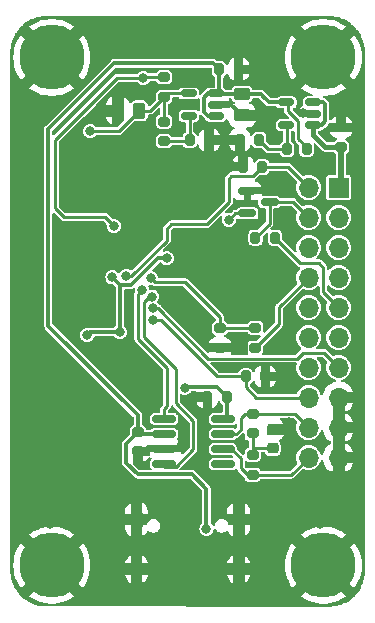
<source format=gbr>
%TF.GenerationSoftware,KiCad,Pcbnew,7.0.11-rc3*%
%TF.CreationDate,2025-03-16T23:25:47+08:00*%
%TF.ProjectId,cooling_DAQ,636f6f6c-696e-4675-9f44-41512e6b6963,rev?*%
%TF.SameCoordinates,Original*%
%TF.FileFunction,Copper,L2,Bot*%
%TF.FilePolarity,Positive*%
%FSLAX46Y46*%
G04 Gerber Fmt 4.6, Leading zero omitted, Abs format (unit mm)*
G04 Created by KiCad (PCBNEW 7.0.11-rc3) date 2025-03-16 23:25:47*
%MOMM*%
%LPD*%
G01*
G04 APERTURE LIST*
G04 Aperture macros list*
%AMRoundRect*
0 Rectangle with rounded corners*
0 $1 Rounding radius*
0 $2 $3 $4 $5 $6 $7 $8 $9 X,Y pos of 4 corners*
0 Add a 4 corners polygon primitive as box body*
4,1,4,$2,$3,$4,$5,$6,$7,$8,$9,$2,$3,0*
0 Add four circle primitives for the rounded corners*
1,1,$1+$1,$2,$3*
1,1,$1+$1,$4,$5*
1,1,$1+$1,$6,$7*
1,1,$1+$1,$8,$9*
0 Add four rect primitives between the rounded corners*
20,1,$1+$1,$2,$3,$4,$5,0*
20,1,$1+$1,$4,$5,$6,$7,0*
20,1,$1+$1,$6,$7,$8,$9,0*
20,1,$1+$1,$8,$9,$2,$3,0*%
G04 Aperture macros list end*
%TA.AperFunction,ComponentPad*%
%ADD10C,5.500000*%
%TD*%
%TA.AperFunction,ComponentPad*%
%ADD11O,1.000000X2.100000*%
%TD*%
%TA.AperFunction,ComponentPad*%
%ADD12O,1.000000X1.600000*%
%TD*%
%TA.AperFunction,SMDPad,CuDef*%
%ADD13RoundRect,0.200000X-0.275000X0.200000X-0.275000X-0.200000X0.275000X-0.200000X0.275000X0.200000X0*%
%TD*%
%TA.AperFunction,SMDPad,CuDef*%
%ADD14RoundRect,0.200000X0.200000X0.275000X-0.200000X0.275000X-0.200000X-0.275000X0.200000X-0.275000X0*%
%TD*%
%TA.AperFunction,SMDPad,CuDef*%
%ADD15RoundRect,0.225000X0.250000X-0.225000X0.250000X0.225000X-0.250000X0.225000X-0.250000X-0.225000X0*%
%TD*%
%TA.AperFunction,SMDPad,CuDef*%
%ADD16RoundRect,0.200000X-0.200000X-0.275000X0.200000X-0.275000X0.200000X0.275000X-0.200000X0.275000X0*%
%TD*%
%TA.AperFunction,ComponentPad*%
%ADD17R,1.700000X1.700000*%
%TD*%
%TA.AperFunction,ComponentPad*%
%ADD18O,1.700000X1.700000*%
%TD*%
%TA.AperFunction,SMDPad,CuDef*%
%ADD19RoundRect,0.150000X0.512500X0.150000X-0.512500X0.150000X-0.512500X-0.150000X0.512500X-0.150000X0*%
%TD*%
%TA.AperFunction,SMDPad,CuDef*%
%ADD20RoundRect,0.250000X0.262500X0.450000X-0.262500X0.450000X-0.262500X-0.450000X0.262500X-0.450000X0*%
%TD*%
%TA.AperFunction,SMDPad,CuDef*%
%ADD21RoundRect,0.150000X-0.587500X-0.150000X0.587500X-0.150000X0.587500X0.150000X-0.587500X0.150000X0*%
%TD*%
%TA.AperFunction,SMDPad,CuDef*%
%ADD22RoundRect,0.200000X0.275000X-0.200000X0.275000X0.200000X-0.275000X0.200000X-0.275000X-0.200000X0*%
%TD*%
%TA.AperFunction,SMDPad,CuDef*%
%ADD23RoundRect,0.250000X-0.450000X0.262500X-0.450000X-0.262500X0.450000X-0.262500X0.450000X0.262500X0*%
%TD*%
%TA.AperFunction,SMDPad,CuDef*%
%ADD24RoundRect,0.150000X-0.825000X-0.150000X0.825000X-0.150000X0.825000X0.150000X-0.825000X0.150000X0*%
%TD*%
%TA.AperFunction,ViaPad*%
%ADD25C,0.800000*%
%TD*%
%TA.AperFunction,Conductor*%
%ADD26C,0.250000*%
%TD*%
%TA.AperFunction,Conductor*%
%ADD27C,0.300000*%
%TD*%
%TA.AperFunction,Conductor*%
%ADD28C,0.500000*%
%TD*%
%TA.AperFunction,Conductor*%
%ADD29C,0.400000*%
%TD*%
G04 APERTURE END LIST*
D10*
%TO.P,H4,1,1*%
%TO.N,GND*%
X158500000Y-140500000D03*
%TD*%
%TO.P,H3,1,1*%
%TO.N,GND*%
X135500000Y-140500000D03*
%TD*%
%TO.P,H2,1,1*%
%TO.N,GND*%
X135500000Y-97500000D03*
%TD*%
%TO.P,H1,1,1*%
%TO.N,GND*%
X158500000Y-97500000D03*
%TD*%
D11*
%TO.P,J7,S1,SHIELD*%
%TO.N,GND*%
X142680000Y-136620000D03*
D12*
X142680000Y-140800000D03*
D11*
X151320000Y-136620000D03*
D12*
X151320000Y-140800000D03*
%TD*%
D13*
%TO.P,R9,1*%
%TO.N,+3V3*%
X145000000Y-102925000D03*
%TO.P,R9,2*%
%TO.N,Net-(U3-ADJ)*%
X145000000Y-104575000D03*
%TD*%
D14*
%TO.P,R7,1*%
%TO.N,GND*%
X148825000Y-104500000D03*
%TO.P,R7,2*%
%TO.N,Net-(U3-ADJ)*%
X147175000Y-104500000D03*
%TD*%
D15*
%TO.P,C15,1*%
%TO.N,Net-(C15-Pad1)*%
X154200000Y-130575000D03*
%TO.P,C15,2*%
%TO.N,GND*%
X154200000Y-129025000D03*
%TD*%
D16*
%TO.P,R6,1*%
%TO.N,GND*%
X151425000Y-104500000D03*
%TO.P,R6,2*%
%TO.N,Net-(U2-ADJ)*%
X153075000Y-104500000D03*
%TD*%
D17*
%TO.P,J1,1,Pin_1*%
%TO.N,VDC*%
X159790000Y-108510000D03*
D18*
%TO.P,J1,2,Pin_2*%
%TO.N,USART2*%
X157250000Y-108510000D03*
%TO.P,J1,3,Pin_3*%
%TO.N,VDC*%
X159790000Y-111050000D03*
%TO.P,J1,4,Pin_4*%
%TO.N,FAN_PWM*%
X157250000Y-111050000D03*
%TO.P,J1,5,Pin_5*%
%TO.N,VDC*%
X159790000Y-113590000D03*
%TO.P,J1,6,Pin_6*%
%TO.N,PUMP_PWM*%
X157250000Y-113590000D03*
%TO.P,J1,7,Pin_7*%
%TO.N,PUMP_PWR*%
X159790000Y-116130000D03*
%TO.P,J1,8,Pin_8*%
%TO.N,PT_signal*%
X157250000Y-116130000D03*
%TO.P,J1,9,Pin_9*%
%TO.N,FAN_PWR*%
X159790000Y-118670000D03*
%TO.P,J1,10,Pin_10*%
%TO.N,SYS_JTCK-SWCLK*%
X157250000Y-118670000D03*
%TO.P,J1,11,Pin_11*%
%TO.N,unconnected-(J1-Pin_11-Pad11)*%
X159790000Y-121210000D03*
%TO.P,J1,12,Pin_12*%
%TO.N,SYS_JTMS-SWDIO*%
X157250000Y-121210000D03*
%TO.P,J1,13,Pin_13*%
%TO.N,TIM1_CH1*%
X159790000Y-123750000D03*
%TO.P,J1,14,Pin_14*%
%TO.N,unconnected-(J1-Pin_14-Pad14)*%
X157250000Y-123750000D03*
%TO.P,J1,15,Pin_15*%
%TO.N,GND*%
X159790000Y-126290000D03*
%TO.P,J1,16,Pin_16*%
%TO.N,USART1*%
X157250000Y-126290000D03*
%TO.P,J1,17,Pin_17*%
%TO.N,GND*%
X159790000Y-128830000D03*
%TO.P,J1,18,Pin_18*%
%TO.N,CAN-*%
X157250000Y-128830000D03*
%TO.P,J1,19,Pin_19*%
%TO.N,GND*%
X159790000Y-131370000D03*
%TO.P,J1,20,Pin_20*%
%TO.N,CAN+*%
X157250000Y-131370000D03*
%TD*%
D16*
%TO.P,R14,1*%
%TO.N,FAN_PWM*%
X152750000Y-112750000D03*
%TO.P,R14,2*%
%TO.N,FAN_PWR*%
X154400000Y-112750000D03*
%TD*%
D19*
%TO.P,U2,1,VIN*%
%TO.N,VDC*%
X157637500Y-101300000D03*
%TO.P,U2,2,GND*%
%TO.N,GND*%
X157637500Y-102250000D03*
%TO.P,U2,3,EN*%
%TO.N,VDC*%
X157637500Y-103200000D03*
%TO.P,U2,4,ADJ*%
%TO.N,Net-(U2-ADJ)*%
X155362500Y-103200000D03*
%TO.P,U2,5,VOUT*%
%TO.N,+5V*%
X155362500Y-101300000D03*
%TD*%
D20*
%TO.P,C14,1*%
%TO.N,+3V3*%
X142912500Y-102000000D03*
%TO.P,C14,2*%
%TO.N,GND*%
X141087500Y-102000000D03*
%TD*%
D16*
%TO.P,R4,1*%
%TO.N,USART1*%
X151925000Y-124500000D03*
%TO.P,R4,2*%
%TO.N,GND*%
X153575000Y-124500000D03*
%TD*%
%TO.P,C12,1*%
%TO.N,+5V*%
X149675000Y-98500000D03*
%TO.P,C12,2*%
%TO.N,GND*%
X151325000Y-98500000D03*
%TD*%
D14*
%TO.P,C17,1*%
%TO.N,+3V3*%
X150325000Y-126250000D03*
%TO.P,C17,2*%
%TO.N,GND*%
X148675000Y-126250000D03*
%TD*%
D21*
%TO.P,Q2,1,G*%
%TO.N,PWM_OUT_2*%
X152062500Y-110700000D03*
%TO.P,Q2,2,S*%
%TO.N,GND*%
X152062500Y-108800000D03*
%TO.P,Q2,3,D*%
%TO.N,FAN_PWM*%
X153937500Y-109750000D03*
%TD*%
D19*
%TO.P,U3,1,VIN*%
%TO.N,+5V*%
X149387500Y-100550000D03*
%TO.P,U3,2,GND*%
%TO.N,GND*%
X149387500Y-101500000D03*
%TO.P,U3,3,EN*%
%TO.N,+5V*%
X149387500Y-102450000D03*
%TO.P,U3,4,ADJ*%
%TO.N,Net-(U3-ADJ)*%
X147112500Y-102450000D03*
%TO.P,U3,5,VOUT*%
%TO.N,+3V3*%
X147112500Y-100550000D03*
%TD*%
D22*
%TO.P,R2,1*%
%TO.N,PT_signal*%
X152750000Y-122075000D03*
%TO.P,R2,2*%
%TO.N,ADC_CH1*%
X152750000Y-120425000D03*
%TD*%
D23*
%TO.P,C13,1*%
%TO.N,+5V*%
X151600000Y-100587500D03*
%TO.P,C13,2*%
%TO.N,GND*%
X151600000Y-102412500D03*
%TD*%
D14*
%TO.P,R1,1*%
%TO.N,USART2*%
X153325000Y-106750000D03*
%TO.P,R1,2*%
%TO.N,GND*%
X151675000Y-106750000D03*
%TD*%
D13*
%TO.P,C16,1*%
%TO.N,+5V*%
X142800000Y-129200000D03*
%TO.P,C16,2*%
%TO.N,GND*%
X142800000Y-130850000D03*
%TD*%
D24*
%TO.P,U4,1,TXD*%
%TO.N,CAN_TX*%
X145025000Y-131905000D03*
%TO.P,U4,2,GND*%
%TO.N,GND*%
X145025000Y-130635000D03*
%TO.P,U4,3,VCC*%
%TO.N,+5V*%
X145025000Y-129365000D03*
%TO.P,U4,4,RXD*%
%TO.N,CAN_RX*%
X145025000Y-128095000D03*
%TO.P,U4,5,VRXD*%
%TO.N,+3V3*%
X149975000Y-128095000D03*
%TO.P,U4,6,CANL*%
%TO.N,CAN-*%
X149975000Y-129365000D03*
%TO.P,U4,7,CANH*%
%TO.N,CAN+*%
X149975000Y-130635000D03*
%TO.P,U4,8,S*%
%TO.N,unconnected-(U4-S-Pad8)*%
X149975000Y-131905000D03*
%TD*%
D22*
%TO.P,R13,1*%
%TO.N,Net-(C15-Pad1)*%
X152500000Y-129325000D03*
%TO.P,R13,2*%
%TO.N,CAN-*%
X152500000Y-127675000D03*
%TD*%
D14*
%TO.P,R8,1*%
%TO.N,+5V*%
X157075000Y-105250000D03*
%TO.P,R8,2*%
%TO.N,Net-(U2-ADJ)*%
X155425000Y-105250000D03*
%TD*%
D13*
%TO.P,R3,1*%
%TO.N,ADC_CH1*%
X149750000Y-120425000D03*
%TO.P,R3,2*%
%TO.N,GND*%
X149750000Y-122075000D03*
%TD*%
D22*
%TO.P,C11,1*%
%TO.N,VDC*%
X160000000Y-105075000D03*
%TO.P,C11,2*%
%TO.N,GND*%
X160000000Y-103425000D03*
%TD*%
%TO.P,R5,1*%
%TO.N,+3V3*%
X145000000Y-100825000D03*
%TO.P,R5,2*%
%TO.N,Net-(SW1-B)*%
X145000000Y-99175000D03*
%TD*%
%TO.P,R12,1*%
%TO.N,CAN+*%
X152500000Y-132825000D03*
%TO.P,R12,2*%
%TO.N,Net-(C15-Pad1)*%
X152500000Y-131175000D03*
%TD*%
D25*
%TO.N,GND*%
X135330000Y-134430000D03*
X142250000Y-111000000D03*
X137870000Y-126810000D03*
X145490000Y-142050000D03*
X136250000Y-114250000D03*
X135330000Y-124270000D03*
X140275500Y-112750000D03*
X148030000Y-139510000D03*
X148030000Y-98870000D03*
X148030000Y-131890000D03*
X140410000Y-142050000D03*
X142950000Y-106490000D03*
X137870000Y-106490000D03*
X140410000Y-96330000D03*
X153200000Y-102400000D03*
X151200000Y-122275000D03*
X146500000Y-130250000D03*
X135330000Y-136970000D03*
X137870000Y-131890000D03*
X160730000Y-134430000D03*
X143962829Y-124911513D03*
X148030000Y-142050000D03*
X158190000Y-106490000D03*
X142950000Y-103950000D03*
X135330000Y-101410000D03*
X153800000Y-133600000D03*
X158190000Y-134430000D03*
X153110000Y-98870000D03*
X146800000Y-119200000D03*
X145490000Y-96330000D03*
X160730000Y-136970000D03*
X156200000Y-133600000D03*
X145490000Y-139510000D03*
X158190000Y-136970000D03*
X135330000Y-131890000D03*
X150570000Y-106490000D03*
X155600000Y-128400000D03*
X137870000Y-134430000D03*
X140410000Y-139510000D03*
X153110000Y-142050000D03*
X155400000Y-132000000D03*
X156800000Y-102200000D03*
X153110000Y-139510000D03*
X135330000Y-126810000D03*
X142950000Y-131890000D03*
X150570000Y-119190000D03*
X155000000Y-124600000D03*
X150570000Y-96330000D03*
X137870000Y-136970000D03*
X160730000Y-101410000D03*
X135330000Y-129350000D03*
X146800000Y-118000000D03*
X148030000Y-96330000D03*
X155650000Y-111570000D03*
X137870000Y-129350000D03*
X155650000Y-136970000D03*
%TO.N,+3V3*%
X141250000Y-120750000D03*
X138500000Y-121000000D03*
X146750000Y-125500000D03*
X145250000Y-114500000D03*
X140637299Y-116112701D03*
X138750000Y-103750000D03*
%TO.N,+5V*%
X148600000Y-137400000D03*
%TO.N,USART1*%
X144075500Y-119749503D03*
%TO.N,USART2*%
X141800000Y-116000000D03*
%TO.N,TIM1_CH1*%
X144075500Y-118750000D03*
%TO.N,ADC_CH1*%
X143875985Y-116150583D03*
%TO.N,Net-(SW1-B)*%
X143250000Y-99250000D03*
X140750451Y-111775049D03*
%TO.N,CAN_TX*%
X144000000Y-117750000D03*
%TO.N,CAN_RX*%
X143168363Y-117195576D03*
%TO.N,PWM_OUT_2*%
X150500000Y-111250000D03*
%TD*%
D26*
%TO.N,GND*%
X140275500Y-112750000D02*
X141250000Y-112750000D01*
X146115000Y-130635000D02*
X146500000Y-130250000D01*
X145025000Y-130635000D02*
X146115000Y-130635000D01*
X156850000Y-102250000D02*
X156800000Y-102200000D01*
D27*
X150687500Y-101500000D02*
X151600000Y-102412500D01*
D26*
X157637500Y-102250000D02*
X156850000Y-102250000D01*
X141250000Y-112750000D02*
X142250000Y-111750000D01*
D27*
X149387500Y-101500000D02*
X150687500Y-101500000D01*
D26*
X142250000Y-111750000D02*
X142250000Y-111000000D01*
%TO.N,+3V3*%
X145275000Y-100550000D02*
X145000000Y-100825000D01*
D27*
X144465907Y-114500000D02*
X145250000Y-114500000D01*
X150325000Y-126250000D02*
X150325000Y-127745000D01*
D26*
X145000000Y-102925000D02*
X145000000Y-100825000D01*
X147112500Y-100550000D02*
X145275000Y-100550000D01*
D27*
X141250000Y-116725402D02*
X140637299Y-116112701D01*
D26*
X143825000Y-102000000D02*
X145000000Y-100825000D01*
X141162500Y-103750000D02*
X138750000Y-103750000D01*
D27*
X141250000Y-120750000D02*
X141250000Y-116725402D01*
X142196590Y-116769317D02*
X144465907Y-114500000D01*
X138750000Y-120750000D02*
X138500000Y-121000000D01*
X150325000Y-127745000D02*
X149975000Y-128095000D01*
X149500000Y-125425000D02*
X150325000Y-126250000D01*
D26*
X142912500Y-102000000D02*
X141162500Y-103750000D01*
D27*
X141293915Y-116769317D02*
X142196590Y-116769317D01*
X146825000Y-125425000D02*
X149500000Y-125425000D01*
X140637299Y-116112701D02*
X141293915Y-116769317D01*
D26*
X142912500Y-102000000D02*
X143825000Y-102000000D01*
D27*
X146750000Y-125500000D02*
X146825000Y-125425000D01*
X141250000Y-120750000D02*
X138750000Y-120750000D01*
%TO.N,VDC*%
X158650000Y-102899999D02*
X158349999Y-103200000D01*
D28*
X160000000Y-105075000D02*
X160000000Y-108300000D01*
D26*
X160000000Y-108300000D02*
X159790000Y-108510000D01*
D29*
X157637500Y-104037500D02*
X158675000Y-105075000D01*
D27*
X158500000Y-101300000D02*
X158650000Y-101450000D01*
X158650000Y-101450000D02*
X158650000Y-102899999D01*
D29*
X158675000Y-105075000D02*
X159512500Y-105075000D01*
D27*
X157637500Y-101300000D02*
X158500000Y-101300000D01*
D29*
X157637500Y-103200000D02*
X157637500Y-104037500D01*
D27*
X158349999Y-103200000D02*
X157637500Y-103200000D01*
D26*
X159512500Y-105075000D02*
X160000000Y-105075000D01*
%TO.N,+5V*%
X157075000Y-105061700D02*
X156384900Y-104371600D01*
D27*
X148600000Y-137400000D02*
X148600000Y-134000000D01*
X148600000Y-134000000D02*
X147400000Y-132800000D01*
X147400000Y-132800000D02*
X142799339Y-132800000D01*
X149000000Y-98000000D02*
X140750000Y-98000000D01*
X135200000Y-103550000D02*
X135200000Y-120200000D01*
X153187500Y-100587500D02*
X153300000Y-100700000D01*
X149675000Y-98500000D02*
X149675000Y-100262500D01*
D26*
X155500000Y-102003248D02*
X155500000Y-101437500D01*
D27*
X142800000Y-127800000D02*
X142800000Y-129200000D01*
X148375000Y-100900001D02*
X148375000Y-102100000D01*
X153900000Y-101300000D02*
X153300000Y-100700000D01*
D26*
X156384900Y-104371600D02*
X156384900Y-102888148D01*
D27*
X149675000Y-100262500D02*
X149387500Y-100550000D01*
X140750000Y-98000000D02*
X135200000Y-103550000D01*
D26*
X153500000Y-100900000D02*
X153900000Y-101300000D01*
D27*
X142799339Y-132800000D02*
X141800000Y-131800661D01*
X148725000Y-102450000D02*
X149387500Y-102450000D01*
X141800000Y-130200000D02*
X142800000Y-129200000D01*
X151600000Y-100587500D02*
X153187500Y-100587500D01*
X153300000Y-100700000D02*
X153500000Y-100900000D01*
D26*
X155500000Y-101437500D02*
X155362500Y-101300000D01*
X157075000Y-105250000D02*
X157075000Y-105061700D01*
D27*
X151600000Y-100587500D02*
X149425000Y-100587500D01*
X141800000Y-131800661D02*
X141800000Y-130200000D01*
D26*
X149387500Y-98787500D02*
X149675000Y-98500000D01*
D27*
X149425000Y-100587500D02*
X149387500Y-100550000D01*
X155362500Y-101300000D02*
X153900000Y-101300000D01*
X149175000Y-98000000D02*
X149000000Y-98000000D01*
X148375000Y-102100000D02*
X148725000Y-102450000D01*
D26*
X156384900Y-102888148D02*
X155500000Y-102003248D01*
D27*
X145025000Y-129365000D02*
X142965000Y-129365000D01*
X149675000Y-98500000D02*
X149175000Y-98000000D01*
X135200000Y-120200000D02*
X142800000Y-127800000D01*
X149387500Y-100550000D02*
X148725001Y-100550000D01*
X148725001Y-100550000D02*
X148375000Y-100900001D01*
X142965000Y-129365000D02*
X142800000Y-129200000D01*
D26*
%TO.N,USART1*%
X144749503Y-119749503D02*
X149500000Y-124500000D01*
X149500000Y-124500000D02*
X151925000Y-124500000D01*
X151925000Y-125425000D02*
X152790000Y-126290000D01*
X144075500Y-119749503D02*
X144749503Y-119749503D01*
X152790000Y-126290000D02*
X157250000Y-126290000D01*
X151925000Y-124500000D02*
X151925000Y-125425000D01*
%TO.N,USART2*%
X145250000Y-112000000D02*
X145625000Y-111625000D01*
X150500000Y-109750000D02*
X150500000Y-107750000D01*
X150500000Y-107750000D02*
X150700000Y-107550000D01*
X148625000Y-111625000D02*
X150500000Y-109750000D01*
X150700000Y-107550000D02*
X152525000Y-107550000D01*
X152525000Y-107550000D02*
X153325000Y-106750000D01*
X155490000Y-106750000D02*
X157250000Y-108510000D01*
X142250000Y-116000000D02*
X145250000Y-113000000D01*
X141800000Y-116000000D02*
X142250000Y-116000000D01*
X145250000Y-113000000D02*
X145250000Y-112000000D01*
X153325000Y-106750000D02*
X155490000Y-106750000D01*
X145625000Y-111625000D02*
X148625000Y-111625000D01*
%TO.N,PT_signal*%
X152750000Y-122075000D02*
X154750000Y-120075000D01*
X154750000Y-118630000D02*
X157250000Y-116130000D01*
X154750000Y-120075000D02*
X154750000Y-118630000D01*
%TO.N,TIM1_CH1*%
X158540000Y-122500000D02*
X159790000Y-123750000D01*
X144500000Y-118750000D02*
X148750000Y-123000000D01*
X148750000Y-123000000D02*
X156250000Y-123000000D01*
X156250000Y-123000000D02*
X156750000Y-122500000D01*
X144075500Y-118750000D02*
X144500000Y-118750000D01*
X156750000Y-122500000D02*
X158540000Y-122500000D01*
%TO.N,ADC_CH1*%
X144225402Y-116500000D02*
X146750000Y-116500000D01*
X143875985Y-116150583D02*
X144225402Y-116500000D01*
X146750000Y-116500000D02*
X149750000Y-119500000D01*
X149750000Y-119500000D02*
X149750000Y-120425000D01*
X149750000Y-120425000D02*
X152750000Y-120425000D01*
%TO.N,Net-(SW1-B)*%
X143250000Y-99250000D02*
X143078000Y-99422000D01*
X143250000Y-99250000D02*
X143425000Y-99425000D01*
X145000000Y-99175000D02*
X143325000Y-99175000D01*
X140000000Y-111000000D02*
X136500000Y-111000000D01*
X140750451Y-111775049D02*
X140750451Y-111750451D01*
X135750000Y-104500000D02*
X141000000Y-99250000D01*
X135750000Y-110250000D02*
X135750000Y-104500000D01*
X143325000Y-99175000D02*
X143250000Y-99250000D01*
X140750451Y-111750451D02*
X140000000Y-111000000D01*
X141000000Y-99250000D02*
X143250000Y-99250000D01*
X136500000Y-111000000D02*
X135750000Y-110250000D01*
%TO.N,Net-(U2-ADJ)*%
X153825000Y-105250000D02*
X153075000Y-104500000D01*
X155425000Y-103450800D02*
X155425000Y-105250000D01*
X155425000Y-105250000D02*
X153825000Y-105250000D01*
%TO.N,Net-(U3-ADJ)*%
X147100000Y-104575000D02*
X147175000Y-104500000D01*
X147175000Y-102512500D02*
X147112500Y-102450000D01*
X145000000Y-104575000D02*
X147100000Y-104575000D01*
X147175000Y-104500000D02*
X147175000Y-102512500D01*
%TO.N,Net-(C15-Pad1)*%
X152500000Y-129325000D02*
X152500000Y-130600000D01*
X152525000Y-130575000D02*
X152500000Y-130600000D01*
X152500000Y-130600000D02*
X152500000Y-131175000D01*
X154200000Y-130575000D02*
X152525000Y-130575000D01*
%TO.N,CAN_TX*%
X147500000Y-128250000D02*
X147500000Y-130655000D01*
X143275000Y-118225000D02*
X143275000Y-121168606D01*
X147500000Y-130655000D02*
X146000000Y-132155000D01*
X144000000Y-117750000D02*
X143750000Y-117750000D01*
X146000000Y-132155000D02*
X145025000Y-132155000D01*
X143750000Y-117750000D02*
X143275000Y-118225000D01*
X146000000Y-123893606D02*
X146000000Y-126750000D01*
X143275000Y-121168606D02*
X146000000Y-123893606D01*
X146000000Y-126750000D02*
X147500000Y-128250000D01*
%TO.N,CAN_RX*%
X145250000Y-127050000D02*
X145250000Y-123780002D01*
X145250000Y-123780002D02*
X142825000Y-121355002D01*
X145025000Y-127275000D02*
X145250000Y-127050000D01*
X145025000Y-128095000D02*
X145025000Y-127275000D01*
X142825000Y-117538939D02*
X143168363Y-117195576D01*
X142825000Y-121355002D02*
X142825000Y-117538939D01*
%TO.N,CAN-*%
X151825000Y-127675000D02*
X152500000Y-127675000D01*
X156095000Y-127675000D02*
X152500000Y-127675000D01*
X151500000Y-129000000D02*
X151500000Y-128000000D01*
X151135000Y-129365000D02*
X151500000Y-129000000D01*
X151500000Y-128000000D02*
X151825000Y-127675000D01*
X149975000Y-129365000D02*
X151135000Y-129365000D01*
X157250000Y-128830000D02*
X156095000Y-127675000D01*
%TO.N,CAN+*%
X151500000Y-132250000D02*
X152075000Y-132825000D01*
X152075000Y-132825000D02*
X152500000Y-132825000D01*
X149975000Y-130635000D02*
X150710000Y-130635000D01*
X151500000Y-131425000D02*
X151500000Y-132250000D01*
X155795000Y-132825000D02*
X152500000Y-132825000D01*
X150710000Y-130635000D02*
X151500000Y-131425000D01*
X157250000Y-131370000D02*
X155795000Y-132825000D01*
%TO.N,PWM_OUT_2*%
X151050000Y-110700000D02*
X152062500Y-110700000D01*
X150500000Y-111250000D02*
X151050000Y-110700000D01*
%TO.N,FAN_PWR*%
X156550000Y-114900000D02*
X158100000Y-114900000D01*
X158100000Y-114900000D02*
X158500000Y-115300000D01*
X158500000Y-117380000D02*
X159790000Y-118670000D01*
X154400000Y-112750000D02*
X156550000Y-114900000D01*
X158500000Y-115300000D02*
X158500000Y-117380000D01*
%TO.N,FAN_PWM*%
X153937500Y-109750000D02*
X155950000Y-109750000D01*
X153937500Y-111562500D02*
X152750000Y-112750000D01*
X153937500Y-109750000D02*
X153937500Y-111562500D01*
X155950000Y-109750000D02*
X157250000Y-111050000D01*
%TD*%
%TA.AperFunction,Conductor*%
%TO.N,GND*%
G36*
X155977357Y-128019407D02*
G01*
X155989170Y-128029496D01*
X156261497Y-128301823D01*
X156289274Y-128356340D01*
X156279703Y-128416772D01*
X156278807Y-128418489D01*
X156274770Y-128426041D01*
X156274766Y-128426052D01*
X156214699Y-128624065D01*
X156214698Y-128624070D01*
X156194417Y-128829996D01*
X156194417Y-128830003D01*
X156214698Y-129035929D01*
X156214699Y-129035934D01*
X156274768Y-129233954D01*
X156372316Y-129416452D01*
X156447103Y-129507580D01*
X156503590Y-129576410D01*
X156532648Y-129600257D01*
X156663547Y-129707683D01*
X156663548Y-129707683D01*
X156663550Y-129707685D01*
X156846046Y-129805232D01*
X156977452Y-129845093D01*
X157044065Y-129865300D01*
X157044070Y-129865301D01*
X157249997Y-129885583D01*
X157250000Y-129885583D01*
X157250003Y-129885583D01*
X157455929Y-129865301D01*
X157455934Y-129865300D01*
X157653954Y-129805232D01*
X157836450Y-129707685D01*
X157996410Y-129576410D01*
X158127685Y-129416450D01*
X158225232Y-129233954D01*
X158270819Y-129083670D01*
X158305804Y-129033474D01*
X158363612Y-129013428D01*
X158422163Y-129031189D01*
X158459092Y-129079973D01*
X158461183Y-129086786D01*
X158516569Y-129293489D01*
X158616399Y-129507577D01*
X158751886Y-129701073D01*
X158918926Y-129868113D01*
X159112423Y-130003601D01*
X159112425Y-130003602D01*
X159126735Y-130010275D01*
X159171484Y-130052003D01*
X159183159Y-130112064D01*
X159157302Y-130167517D01*
X159126737Y-130189724D01*
X159112428Y-130196396D01*
X159112424Y-130196398D01*
X158918926Y-130331886D01*
X158751886Y-130498926D01*
X158616398Y-130692424D01*
X158616394Y-130692432D01*
X158516570Y-130906505D01*
X158461183Y-131113213D01*
X158427859Y-131164527D01*
X158370737Y-131186454D01*
X158311637Y-131170618D01*
X158273132Y-131123068D01*
X158270819Y-131116328D01*
X158256799Y-131070109D01*
X158225232Y-130966046D01*
X158127685Y-130783550D01*
X158125294Y-130780637D01*
X157996414Y-130623595D01*
X157996410Y-130623590D01*
X157986155Y-130615174D01*
X157836452Y-130492316D01*
X157653954Y-130394768D01*
X157455934Y-130334699D01*
X157455929Y-130334698D01*
X157250003Y-130314417D01*
X157249997Y-130314417D01*
X157044070Y-130334698D01*
X157044065Y-130334699D01*
X156846045Y-130394768D01*
X156663547Y-130492316D01*
X156503595Y-130623585D01*
X156503585Y-130623595D01*
X156372316Y-130783547D01*
X156274768Y-130966045D01*
X156214699Y-131164065D01*
X156214698Y-131164070D01*
X156194417Y-131369996D01*
X156194417Y-131370003D01*
X156214698Y-131575929D01*
X156214699Y-131575934D01*
X156253260Y-131703050D01*
X156274768Y-131773954D01*
X156278802Y-131781501D01*
X156289560Y-131841732D01*
X156262860Y-131896785D01*
X156261497Y-131898174D01*
X155689170Y-132470503D01*
X155634653Y-132498281D01*
X155619166Y-132499500D01*
X153221213Y-132499500D01*
X153163022Y-132480593D01*
X153133004Y-132445445D01*
X153103051Y-132386660D01*
X153103050Y-132386658D01*
X153013342Y-132296950D01*
X152900304Y-132239354D01*
X152900305Y-132239354D01*
X152806522Y-132224500D01*
X152193479Y-132224500D01*
X152193478Y-132224501D01*
X152099700Y-132239352D01*
X152099694Y-132239354D01*
X152064401Y-132257336D01*
X152003969Y-132266906D01*
X151949455Y-132239129D01*
X151854496Y-132144170D01*
X151826719Y-132089653D01*
X151825500Y-132074166D01*
X151825500Y-131780260D01*
X151844407Y-131722069D01*
X151893907Y-131686105D01*
X151955093Y-131686105D01*
X151982689Y-131700166D01*
X151986658Y-131703050D01*
X152099696Y-131760646D01*
X152193481Y-131775500D01*
X152806518Y-131775499D01*
X152806520Y-131775499D01*
X152806521Y-131775498D01*
X152853411Y-131768072D01*
X152900299Y-131760647D01*
X152900299Y-131760646D01*
X152900304Y-131760646D01*
X153013342Y-131703050D01*
X153103050Y-131613342D01*
X153160646Y-131500304D01*
X153175500Y-131406519D01*
X153175499Y-130999499D01*
X153194406Y-130941309D01*
X153243906Y-130905345D01*
X153274499Y-130900500D01*
X153462990Y-130900500D01*
X153521181Y-130919407D01*
X153551199Y-130954555D01*
X153601470Y-131053217D01*
X153601472Y-131053220D01*
X153696780Y-131148528D01*
X153696782Y-131148529D01*
X153816867Y-131209716D01*
X153816869Y-131209716D01*
X153816874Y-131209719D01*
X153892541Y-131221703D01*
X153916510Y-131225500D01*
X153916512Y-131225500D01*
X154483490Y-131225500D01*
X154504885Y-131222111D01*
X154583126Y-131209719D01*
X154703220Y-131148528D01*
X154798528Y-131053220D01*
X154859719Y-130933126D01*
X154875500Y-130833488D01*
X154875500Y-130316512D01*
X154859719Y-130216874D01*
X154859716Y-130216869D01*
X154859716Y-130216867D01*
X154798529Y-130096782D01*
X154798528Y-130096780D01*
X154757215Y-130055467D01*
X154729440Y-130000953D01*
X154739011Y-129940521D01*
X154775248Y-129901205D01*
X154902732Y-129822571D01*
X155022573Y-129702730D01*
X155111547Y-129558483D01*
X155139211Y-129475000D01*
X153849000Y-129475000D01*
X153790809Y-129456093D01*
X153754845Y-129406593D01*
X153750000Y-129376000D01*
X153750000Y-128674000D01*
X153768907Y-128615809D01*
X153818407Y-128579845D01*
X153849000Y-128575000D01*
X155139211Y-128575000D01*
X155111547Y-128491516D01*
X155022573Y-128347269D01*
X154902729Y-128227425D01*
X154831938Y-128183760D01*
X154792337Y-128137119D01*
X154787714Y-128076108D01*
X154819836Y-128024033D01*
X154876432Y-128000783D01*
X154883911Y-128000500D01*
X155919166Y-128000500D01*
X155977357Y-128019407D01*
G37*
%TD.AperFunction*%
%TA.AperFunction,Conductor*%
G36*
X159647685Y-125805320D02*
G01*
X159516900Y-125865048D01*
X159408239Y-125959202D01*
X159330507Y-126080156D01*
X159290000Y-126218111D01*
X159290000Y-125889000D01*
X159308907Y-125830809D01*
X159358407Y-125794845D01*
X159389000Y-125790000D01*
X159754237Y-125790000D01*
X159647685Y-125805320D01*
G37*
%TD.AperFunction*%
%TA.AperFunction,Conductor*%
G36*
X158422357Y-122844407D02*
G01*
X158434170Y-122854496D01*
X158801497Y-123221823D01*
X158829274Y-123276340D01*
X158819703Y-123336772D01*
X158818807Y-123338489D01*
X158814770Y-123346041D01*
X158814766Y-123346052D01*
X158754699Y-123544065D01*
X158754698Y-123544070D01*
X158734417Y-123749996D01*
X158734417Y-123750003D01*
X158754698Y-123955929D01*
X158754699Y-123955934D01*
X158814768Y-124153954D01*
X158912316Y-124336452D01*
X159043585Y-124496404D01*
X159043590Y-124496410D01*
X159043595Y-124496414D01*
X159203547Y-124627683D01*
X159203548Y-124627683D01*
X159203550Y-124627685D01*
X159386046Y-124725232D01*
X159536328Y-124770819D01*
X159586525Y-124805804D01*
X159606571Y-124863612D01*
X159588810Y-124922163D01*
X159540026Y-124959092D01*
X159533213Y-124961183D01*
X159326505Y-125016570D01*
X159112432Y-125116394D01*
X159112424Y-125116398D01*
X158918926Y-125251886D01*
X158751886Y-125418926D01*
X158616398Y-125612424D01*
X158616394Y-125612432D01*
X158516570Y-125826505D01*
X158461183Y-126033213D01*
X158427859Y-126084527D01*
X158370737Y-126106454D01*
X158311637Y-126090618D01*
X158273132Y-126043068D01*
X158270819Y-126036328D01*
X158249030Y-125964500D01*
X158225232Y-125886046D01*
X158127685Y-125703550D01*
X158096224Y-125665215D01*
X158012523Y-125563224D01*
X157996410Y-125543590D01*
X157943026Y-125499779D01*
X157836452Y-125412316D01*
X157653954Y-125314768D01*
X157455934Y-125254699D01*
X157455929Y-125254698D01*
X157250003Y-125234417D01*
X157249997Y-125234417D01*
X157044070Y-125254698D01*
X157044065Y-125254699D01*
X156846045Y-125314768D01*
X156663547Y-125412316D01*
X156503595Y-125543585D01*
X156503585Y-125543595D01*
X156372316Y-125703547D01*
X156274769Y-125886043D01*
X156274768Y-125886045D01*
X156274768Y-125886046D01*
X156272282Y-125894241D01*
X156237297Y-125944436D01*
X156179488Y-125964481D01*
X156177546Y-125964500D01*
X152965834Y-125964500D01*
X152907643Y-125945593D01*
X152895830Y-125935504D01*
X152279496Y-125319170D01*
X152251719Y-125264653D01*
X152250500Y-125249166D01*
X152250500Y-125221213D01*
X152269407Y-125163022D01*
X152304555Y-125133004D01*
X152337153Y-125116394D01*
X152363342Y-125103050D01*
X152453050Y-125013342D01*
X152505870Y-124909676D01*
X152549134Y-124866413D01*
X152609566Y-124856842D01*
X152664083Y-124884620D01*
X152688596Y-124925170D01*
X152731979Y-125064392D01*
X152731982Y-125064400D01*
X152819924Y-125209872D01*
X152940127Y-125330075D01*
X153085599Y-125418017D01*
X153175000Y-125445874D01*
X153175000Y-125445873D01*
X153975000Y-125445873D01*
X154064400Y-125418017D01*
X154209872Y-125330075D01*
X154330075Y-125209872D01*
X154418017Y-125064400D01*
X154418020Y-125064392D01*
X154468590Y-124902109D01*
X154468782Y-124900000D01*
X153975001Y-124900000D01*
X153975000Y-124900001D01*
X153975000Y-125445873D01*
X153175000Y-125445873D01*
X153175000Y-123554124D01*
X153174999Y-123554123D01*
X153975000Y-123554123D01*
X153975000Y-124099999D01*
X153975001Y-124100000D01*
X154468781Y-124100000D01*
X154468590Y-124097890D01*
X154418020Y-123935607D01*
X154418017Y-123935599D01*
X154330075Y-123790127D01*
X154209872Y-123669924D01*
X154064400Y-123581982D01*
X154064393Y-123581979D01*
X153975000Y-123554123D01*
X153174999Y-123554123D01*
X153085606Y-123581979D01*
X153085599Y-123581982D01*
X152940127Y-123669924D01*
X152819924Y-123790127D01*
X152731982Y-123935599D01*
X152731979Y-123935607D01*
X152688596Y-124074829D01*
X152653233Y-124124760D01*
X152595275Y-124144369D01*
X152536860Y-124126166D01*
X152505870Y-124090322D01*
X152474335Y-124028432D01*
X152453050Y-123986658D01*
X152363342Y-123896950D01*
X152250304Y-123839354D01*
X152250305Y-123839354D01*
X152156522Y-123824500D01*
X151693479Y-123824500D01*
X151693476Y-123824501D01*
X151599700Y-123839352D01*
X151599695Y-123839354D01*
X151486659Y-123896949D01*
X151396949Y-123986659D01*
X151339354Y-124099693D01*
X151337276Y-124106092D01*
X151301313Y-124155592D01*
X151243122Y-124174500D01*
X149675835Y-124174500D01*
X149617644Y-124155593D01*
X149605831Y-124145504D01*
X148954831Y-123494504D01*
X148927054Y-123439987D01*
X148936625Y-123379555D01*
X148979890Y-123336290D01*
X149024835Y-123325500D01*
X156147515Y-123325500D01*
X156205706Y-123344407D01*
X156241670Y-123393907D01*
X156242252Y-123453238D01*
X156214699Y-123544065D01*
X156214698Y-123544070D01*
X156194417Y-123749996D01*
X156194417Y-123750003D01*
X156214698Y-123955929D01*
X156214699Y-123955934D01*
X156274768Y-124153954D01*
X156372316Y-124336452D01*
X156503585Y-124496404D01*
X156503590Y-124496410D01*
X156503595Y-124496414D01*
X156663547Y-124627683D01*
X156663548Y-124627683D01*
X156663550Y-124627685D01*
X156846046Y-124725232D01*
X156983997Y-124767078D01*
X157044065Y-124785300D01*
X157044070Y-124785301D01*
X157249997Y-124805583D01*
X157250000Y-124805583D01*
X157250003Y-124805583D01*
X157455929Y-124785301D01*
X157455934Y-124785300D01*
X157653954Y-124725232D01*
X157836450Y-124627685D01*
X157996410Y-124496410D01*
X158127685Y-124336450D01*
X158225232Y-124153954D01*
X158285300Y-123955934D01*
X158285301Y-123955929D01*
X158305583Y-123750003D01*
X158305583Y-123749996D01*
X158285301Y-123544070D01*
X158285300Y-123544065D01*
X158239750Y-123393907D01*
X158225232Y-123346046D01*
X158127685Y-123163550D01*
X157996410Y-123003590D01*
X157993288Y-123001028D01*
X157960301Y-122949497D01*
X157963902Y-122888418D01*
X158002718Y-122841121D01*
X158056093Y-122825500D01*
X158364166Y-122825500D01*
X158422357Y-122844407D01*
G37*
%TD.AperFunction*%
%TA.AperFunction,Conductor*%
G36*
X143875985Y-116756265D02*
G01*
X143958526Y-116745397D01*
X144018685Y-116756546D01*
X144020928Y-116757801D01*
X144046610Y-116772629D01*
X144053875Y-116777257D01*
X144085718Y-116799554D01*
X144087169Y-116799942D01*
X144111061Y-116809840D01*
X144112356Y-116810588D01*
X144123592Y-116812568D01*
X144150635Y-116817337D01*
X144159044Y-116819201D01*
X144196595Y-116829263D01*
X144196596Y-116829262D01*
X144196596Y-116829263D01*
X144235299Y-116825877D01*
X144243927Y-116825500D01*
X146574166Y-116825500D01*
X146632357Y-116844407D01*
X146644170Y-116854496D01*
X149395504Y-119605830D01*
X149423281Y-119660347D01*
X149424500Y-119675834D01*
X149424500Y-119743121D01*
X149405593Y-119801312D01*
X149356093Y-119837276D01*
X149356092Y-119837276D01*
X149349693Y-119839354D01*
X149236659Y-119896949D01*
X149146949Y-119986659D01*
X149089354Y-120099695D01*
X149074500Y-120193477D01*
X149074500Y-120656520D01*
X149074501Y-120656523D01*
X149089352Y-120750299D01*
X149089354Y-120750304D01*
X149146950Y-120863342D01*
X149236658Y-120953050D01*
X149300850Y-120985757D01*
X149340322Y-121005870D01*
X149383586Y-121049135D01*
X149393157Y-121109567D01*
X149365379Y-121164083D01*
X149324829Y-121188596D01*
X149185607Y-121231979D01*
X149185599Y-121231982D01*
X149040127Y-121319924D01*
X148919924Y-121440127D01*
X148831982Y-121585599D01*
X148831979Y-121585606D01*
X148804123Y-121674999D01*
X148804124Y-121675000D01*
X150695876Y-121675000D01*
X150695876Y-121674999D01*
X150668020Y-121585606D01*
X150668017Y-121585599D01*
X150580075Y-121440127D01*
X150459872Y-121319924D01*
X150314400Y-121231982D01*
X150314392Y-121231979D01*
X150175170Y-121188596D01*
X150125239Y-121153233D01*
X150105630Y-121095275D01*
X150123833Y-121036860D01*
X150159676Y-121005870D01*
X150263342Y-120953050D01*
X150353050Y-120863342D01*
X150382244Y-120806046D01*
X150383004Y-120804555D01*
X150426268Y-120761290D01*
X150471213Y-120750500D01*
X152028787Y-120750500D01*
X152086978Y-120769407D01*
X152116996Y-120804555D01*
X152136703Y-120843233D01*
X152146950Y-120863342D01*
X152236658Y-120953050D01*
X152349696Y-121010646D01*
X152443481Y-121025500D01*
X153056518Y-121025499D01*
X153056520Y-121025499D01*
X153056520Y-121025498D01*
X153073107Y-121022871D01*
X153091427Y-121019971D01*
X153151859Y-121029543D01*
X153195123Y-121072808D01*
X153204694Y-121133240D01*
X153176916Y-121187756D01*
X152919167Y-121445504D01*
X152864651Y-121473281D01*
X152849164Y-121474500D01*
X152443479Y-121474500D01*
X152443476Y-121474501D01*
X152349700Y-121489352D01*
X152349695Y-121489354D01*
X152236659Y-121546949D01*
X152146949Y-121636659D01*
X152089354Y-121749695D01*
X152074500Y-121843477D01*
X152074500Y-122306520D01*
X152074501Y-122306523D01*
X152089352Y-122400299D01*
X152089354Y-122400304D01*
X152146949Y-122513341D01*
X152149834Y-122517311D01*
X152168740Y-122575502D01*
X152149832Y-122633692D01*
X152100331Y-122669655D01*
X152069740Y-122674500D01*
X150768254Y-122674500D01*
X150710063Y-122655593D01*
X150674099Y-122606093D01*
X150673737Y-122546047D01*
X150695876Y-122475000D01*
X148788093Y-122475000D01*
X148772327Y-122486309D01*
X148711143Y-122485939D01*
X148672301Y-122461975D01*
X144743268Y-118532942D01*
X144737434Y-118526574D01*
X144712456Y-118496806D01*
X144678795Y-118477372D01*
X144671512Y-118472732D01*
X144639685Y-118450446D01*
X144639679Y-118450443D01*
X144638224Y-118450054D01*
X144614348Y-118440164D01*
X144605544Y-118435081D01*
X144606139Y-118434049D01*
X144569179Y-118406946D01*
X144503785Y-118321722D01*
X144503782Y-118321718D01*
X144465527Y-118292364D01*
X144430873Y-118241940D01*
X144432475Y-118180776D01*
X144447250Y-118153562D01*
X144524536Y-118052841D01*
X144585044Y-117906762D01*
X144605682Y-117750000D01*
X144585044Y-117593238D01*
X144568440Y-117553152D01*
X144524537Y-117447161D01*
X144524537Y-117447160D01*
X144428286Y-117321723D01*
X144428285Y-117321722D01*
X144428282Y-117321718D01*
X144428277Y-117321714D01*
X144428276Y-117321713D01*
X144302838Y-117225462D01*
X144156766Y-117164957D01*
X144156758Y-117164955D01*
X144000001Y-117144318D01*
X143999998Y-117144318D01*
X143869413Y-117161509D01*
X143809253Y-117150359D01*
X143767136Y-117105976D01*
X143758339Y-117076278D01*
X143756001Y-117058516D01*
X143753407Y-117038814D01*
X143694295Y-116896105D01*
X143690416Y-116886739D01*
X143691553Y-116886267D01*
X143680218Y-116832973D01*
X143705097Y-116777074D01*
X143758080Y-116746474D01*
X143791596Y-116745155D01*
X143875985Y-116756265D01*
G37*
%TD.AperFunction*%
%TA.AperFunction,Conductor*%
G36*
X153059501Y-100956907D02*
G01*
X153071314Y-100966996D01*
X153619199Y-101514881D01*
X153632074Y-101530737D01*
X153638563Y-101540669D01*
X153662690Y-101559448D01*
X153671877Y-101567560D01*
X153672691Y-101568374D01*
X153672695Y-101568377D01*
X153688755Y-101579843D01*
X153692039Y-101582291D01*
X153712153Y-101597946D01*
X153730874Y-101612517D01*
X153730878Y-101612518D01*
X153737354Y-101616022D01*
X153743934Y-101619240D01*
X153791102Y-101633282D01*
X153794964Y-101634520D01*
X153805311Y-101638072D01*
X153841512Y-101650500D01*
X153841514Y-101650500D01*
X153848736Y-101651705D01*
X153856039Y-101652615D01*
X153856046Y-101652617D01*
X153905176Y-101650585D01*
X153909267Y-101650500D01*
X154513812Y-101650500D01*
X154572003Y-101669407D01*
X154583809Y-101679490D01*
X154643517Y-101739198D01*
X154697285Y-101765483D01*
X154748604Y-101790572D01*
X154748605Y-101790572D01*
X154748607Y-101790573D01*
X154816740Y-101800500D01*
X155075500Y-101800500D01*
X155133691Y-101819407D01*
X155169655Y-101868907D01*
X155174500Y-101899500D01*
X155174500Y-101984713D01*
X155174123Y-101993342D01*
X155170736Y-102032053D01*
X155170736Y-102032054D01*
X155180795Y-102069598D01*
X155182664Y-102078027D01*
X155189411Y-102116293D01*
X155190164Y-102117596D01*
X155200054Y-102141472D01*
X155200443Y-102142927D01*
X155200446Y-102142933D01*
X155222732Y-102174760D01*
X155227372Y-102182043D01*
X155246806Y-102215703D01*
X155276569Y-102240677D01*
X155282938Y-102246512D01*
X155566922Y-102530496D01*
X155594699Y-102585013D01*
X155585128Y-102645445D01*
X155541863Y-102688710D01*
X155496918Y-102699500D01*
X154816740Y-102699500D01*
X154782673Y-102704463D01*
X154748604Y-102709427D01*
X154643518Y-102760801D01*
X154560801Y-102843518D01*
X154509427Y-102948604D01*
X154509427Y-102948607D01*
X154499500Y-103016740D01*
X154499500Y-103383260D01*
X154501284Y-103395504D01*
X154509427Y-103451395D01*
X154556003Y-103546667D01*
X154560802Y-103556483D01*
X154643517Y-103639198D01*
X154665599Y-103649993D01*
X154748604Y-103690572D01*
X154748605Y-103690572D01*
X154748607Y-103690573D01*
X154816740Y-103700500D01*
X155000500Y-103700500D01*
X155058691Y-103719407D01*
X155094655Y-103768907D01*
X155099500Y-103799500D01*
X155099500Y-104528786D01*
X155080593Y-104586977D01*
X155045446Y-104616995D01*
X154986660Y-104646948D01*
X154896949Y-104736659D01*
X154839354Y-104849693D01*
X154837276Y-104856092D01*
X154801313Y-104905592D01*
X154743122Y-104924500D01*
X154000834Y-104924500D01*
X153942643Y-104905593D01*
X153930836Y-104895509D01*
X153704494Y-104669168D01*
X153676718Y-104614652D01*
X153675499Y-104599165D01*
X153675499Y-104193478D01*
X153675498Y-104193476D01*
X153660647Y-104099700D01*
X153660646Y-104099698D01*
X153660646Y-104099696D01*
X153603050Y-103986658D01*
X153513342Y-103896950D01*
X153400304Y-103839354D01*
X153400305Y-103839354D01*
X153306522Y-103824500D01*
X152843479Y-103824500D01*
X152843476Y-103824501D01*
X152749700Y-103839352D01*
X152749695Y-103839354D01*
X152636659Y-103896949D01*
X152546949Y-103986659D01*
X152494129Y-104090322D01*
X152450864Y-104133586D01*
X152390432Y-104143157D01*
X152335915Y-104115379D01*
X152311403Y-104074828D01*
X152268021Y-103935609D01*
X152268017Y-103935599D01*
X152180075Y-103790127D01*
X152059872Y-103669924D01*
X151958630Y-103608721D01*
X151918613Y-103562436D01*
X151913445Y-103501470D01*
X151945098Y-103449108D01*
X152001484Y-103425353D01*
X152009847Y-103424999D01*
X152099986Y-103424999D01*
X152202687Y-103414507D01*
X152202699Y-103414504D01*
X152369124Y-103359356D01*
X152518340Y-103267319D01*
X152642319Y-103143340D01*
X152734355Y-102994126D01*
X152734358Y-102994120D01*
X152761405Y-102912500D01*
X151199000Y-102912500D01*
X151140809Y-102893593D01*
X151104845Y-102844093D01*
X151100000Y-102813500D01*
X151100000Y-102011500D01*
X151118907Y-101953309D01*
X151168407Y-101917345D01*
X151199000Y-101912500D01*
X152761405Y-101912500D01*
X152734358Y-101830879D01*
X152734355Y-101830873D01*
X152642319Y-101681659D01*
X152518340Y-101557680D01*
X152369125Y-101465643D01*
X152276660Y-101435003D01*
X152227370Y-101398751D01*
X152208803Y-101340451D01*
X152228049Y-101282371D01*
X152257045Y-101257378D01*
X152256913Y-101257199D01*
X152259289Y-101255445D01*
X152261552Y-101253495D01*
X152262871Y-101252796D01*
X152262882Y-101252793D01*
X152372150Y-101172150D01*
X152425912Y-101099304D01*
X152452791Y-101062885D01*
X152452791Y-101062884D01*
X152452793Y-101062882D01*
X152473291Y-101004301D01*
X152510356Y-100955622D01*
X152566735Y-100938000D01*
X153001310Y-100938000D01*
X153059501Y-100956907D01*
G37*
%TD.AperFunction*%
%TA.AperFunction,Conductor*%
G36*
X150691456Y-100956907D02*
G01*
X150726708Y-101004301D01*
X150744981Y-101056521D01*
X150747208Y-101062885D01*
X150827845Y-101172144D01*
X150827847Y-101172146D01*
X150827850Y-101172150D01*
X150827853Y-101172152D01*
X150827855Y-101172154D01*
X150937112Y-101252789D01*
X150937114Y-101252790D01*
X150937118Y-101252793D01*
X150937122Y-101252794D01*
X150938451Y-101253497D01*
X150939410Y-101254485D01*
X150943087Y-101257199D01*
X150942636Y-101257809D01*
X150981067Y-101297401D01*
X150989738Y-101357969D01*
X150961152Y-101412066D01*
X150923339Y-101435003D01*
X150830874Y-101465643D01*
X150681659Y-101557680D01*
X150593000Y-101646340D01*
X150593000Y-101701000D01*
X150574093Y-101759191D01*
X150524593Y-101795155D01*
X150494000Y-101800000D01*
X149186500Y-101800000D01*
X149128309Y-101781093D01*
X149092345Y-101731593D01*
X149087500Y-101701000D01*
X149087500Y-101299000D01*
X149106407Y-101240809D01*
X149155907Y-101204845D01*
X149186500Y-101200000D01*
X150533297Y-101200000D01*
X150501280Y-101089799D01*
X150501280Y-101089798D01*
X150499859Y-101087395D01*
X150499451Y-101085570D01*
X150498807Y-101084082D01*
X150499090Y-101083959D01*
X150486511Y-101027683D01*
X150510811Y-100971530D01*
X150563476Y-100940384D01*
X150585072Y-100938000D01*
X150633265Y-100938000D01*
X150691456Y-100956907D01*
G37*
%TD.AperFunction*%
%TA.AperFunction,Conductor*%
G36*
X159002594Y-94000635D02*
G01*
X159133454Y-94007494D01*
X159315157Y-94017698D01*
X159325065Y-94018758D01*
X159475230Y-94042541D01*
X159476055Y-94042677D01*
X159636461Y-94069931D01*
X159645489Y-94071903D01*
X159795854Y-94112193D01*
X159797551Y-94112665D01*
X159950198Y-94156642D01*
X159958251Y-94159342D01*
X160104991Y-94215670D01*
X160107376Y-94216622D01*
X160252662Y-94276801D01*
X160259722Y-94280056D01*
X160400438Y-94351755D01*
X160403372Y-94353312D01*
X160540334Y-94429008D01*
X160546329Y-94432605D01*
X160679181Y-94518881D01*
X160682504Y-94521137D01*
X160809788Y-94611450D01*
X160814798Y-94615249D01*
X160826060Y-94624369D01*
X160938050Y-94715056D01*
X160941708Y-94718169D01*
X161057931Y-94822032D01*
X161061967Y-94825847D01*
X161174151Y-94938031D01*
X161177966Y-94942067D01*
X161281823Y-95058283D01*
X161284942Y-95061948D01*
X161384746Y-95185196D01*
X161388548Y-95190210D01*
X161478846Y-95317472D01*
X161481134Y-95320842D01*
X161567382Y-95453652D01*
X161571001Y-95459683D01*
X161646681Y-95596617D01*
X161648243Y-95599560D01*
X161719942Y-95740276D01*
X161723197Y-95747336D01*
X161783376Y-95892622D01*
X161784337Y-95895029D01*
X161840653Y-96041738D01*
X161843359Y-96049809D01*
X161887321Y-96202404D01*
X161887817Y-96204188D01*
X161928094Y-96354504D01*
X161930068Y-96363544D01*
X161957299Y-96523812D01*
X161957479Y-96524908D01*
X161981238Y-96674919D01*
X161982301Y-96684855D01*
X161992499Y-96866440D01*
X161992519Y-96866809D01*
X161999364Y-96997405D01*
X161999500Y-97002587D01*
X161999500Y-140997412D01*
X161999364Y-141002594D01*
X161992519Y-141133189D01*
X161992499Y-141133558D01*
X161982301Y-141315143D01*
X161981238Y-141325079D01*
X161957479Y-141475090D01*
X161957299Y-141476186D01*
X161930068Y-141636454D01*
X161928094Y-141645494D01*
X161887817Y-141795810D01*
X161887321Y-141797594D01*
X161843359Y-141950189D01*
X161840653Y-141958260D01*
X161784337Y-142104969D01*
X161783376Y-142107376D01*
X161723197Y-142252662D01*
X161719942Y-142259722D01*
X161648243Y-142400438D01*
X161646681Y-142403381D01*
X161571001Y-142540315D01*
X161567382Y-142546346D01*
X161481134Y-142679156D01*
X161478846Y-142682526D01*
X161388548Y-142809788D01*
X161384746Y-142814802D01*
X161284942Y-142938050D01*
X161281823Y-142941715D01*
X161177966Y-143057931D01*
X161174151Y-143061967D01*
X161061967Y-143174151D01*
X161057931Y-143177966D01*
X160941715Y-143281823D01*
X160938050Y-143284942D01*
X160814802Y-143384746D01*
X160809788Y-143388548D01*
X160682526Y-143478846D01*
X160679156Y-143481134D01*
X160546346Y-143567382D01*
X160540315Y-143571001D01*
X160403381Y-143646681D01*
X160400438Y-143648243D01*
X160259722Y-143719942D01*
X160252662Y-143723197D01*
X160107376Y-143783376D01*
X160104969Y-143784337D01*
X159958260Y-143840653D01*
X159950189Y-143843359D01*
X159797594Y-143887321D01*
X159795810Y-143887817D01*
X159645494Y-143928094D01*
X159636454Y-143930068D01*
X159476186Y-143957299D01*
X159475090Y-143957479D01*
X159325079Y-143981238D01*
X159315143Y-143982301D01*
X159133689Y-143992491D01*
X159133320Y-143992511D01*
X159002641Y-143999360D01*
X158997371Y-143999496D01*
X135002168Y-143978182D01*
X134997075Y-143978046D01*
X134866889Y-143971223D01*
X134866519Y-143971203D01*
X134684847Y-143961000D01*
X134674911Y-143959937D01*
X134524942Y-143936184D01*
X134523846Y-143936004D01*
X134363539Y-143908767D01*
X134354499Y-143906793D01*
X134204187Y-143866517D01*
X134202403Y-143866021D01*
X134049801Y-143822057D01*
X134041730Y-143819350D01*
X133895024Y-143763035D01*
X133892616Y-143762075D01*
X133747342Y-143701899D01*
X133740283Y-143698645D01*
X133599551Y-143626939D01*
X133596608Y-143625376D01*
X133459669Y-143549692D01*
X133453638Y-143546073D01*
X133320842Y-143459834D01*
X133317472Y-143457546D01*
X133190194Y-143367236D01*
X133185181Y-143363434D01*
X133084399Y-143281823D01*
X133061935Y-143263631D01*
X133058298Y-143260537D01*
X132942042Y-143156643D01*
X132938015Y-143152836D01*
X132825847Y-143040666D01*
X132822033Y-143036631D01*
X132718174Y-142920413D01*
X132715054Y-142916747D01*
X132615248Y-142793496D01*
X132611445Y-142788482D01*
X132521144Y-142661212D01*
X132518856Y-142657843D01*
X132432610Y-142525035D01*
X132428992Y-142519004D01*
X132353311Y-142382069D01*
X132351748Y-142379126D01*
X132333217Y-142342756D01*
X132280034Y-142238379D01*
X132276802Y-142231365D01*
X132216594Y-142086008D01*
X132215673Y-142083700D01*
X132159340Y-141936944D01*
X132156634Y-141928873D01*
X132146834Y-141894855D01*
X132112664Y-141776247D01*
X132112179Y-141774502D01*
X132077612Y-141645494D01*
X132071897Y-141624162D01*
X132069928Y-141615146D01*
X132042675Y-141454745D01*
X132042545Y-141453949D01*
X132018757Y-141303750D01*
X132017696Y-141293839D01*
X132007491Y-141112092D01*
X132000636Y-140981275D01*
X132000500Y-140976095D01*
X132000500Y-140500000D01*
X132245227Y-140500000D01*
X132264306Y-140851903D01*
X132321322Y-141199685D01*
X132415599Y-141539240D01*
X132415601Y-141539245D01*
X132546050Y-141866648D01*
X132711125Y-142178012D01*
X132874265Y-142418624D01*
X134068304Y-141224584D01*
X134069981Y-141228631D01*
X134201570Y-141443365D01*
X134365130Y-141634870D01*
X134556635Y-141798430D01*
X134771369Y-141930019D01*
X134775412Y-141931693D01*
X133582396Y-143124711D01*
X133673455Y-143193934D01*
X133673466Y-143193941D01*
X133975435Y-143375630D01*
X134295278Y-143523605D01*
X134629264Y-143636138D01*
X134973431Y-143711895D01*
X134973430Y-143711895D01*
X135323790Y-143750000D01*
X135676210Y-143750000D01*
X136026569Y-143711895D01*
X136370734Y-143636138D01*
X136370736Y-143636138D01*
X136704721Y-143523605D01*
X137024564Y-143375630D01*
X137326533Y-143193941D01*
X137326544Y-143193934D01*
X137417603Y-143124711D01*
X136224586Y-141931694D01*
X136228631Y-141930019D01*
X136443365Y-141798430D01*
X136634870Y-141634870D01*
X136798430Y-141443365D01*
X136930019Y-141228631D01*
X136931694Y-141224586D01*
X138125733Y-142418625D01*
X138288874Y-142178012D01*
X138453949Y-141866648D01*
X138584398Y-141539245D01*
X138584400Y-141539240D01*
X138650825Y-141300000D01*
X141695181Y-141300000D01*
X141695418Y-141302336D01*
X141756303Y-141496391D01*
X141756304Y-141496392D01*
X141854997Y-141674204D01*
X141855008Y-141674219D01*
X141987474Y-141828525D01*
X141987486Y-141828536D01*
X142148306Y-141953019D01*
X142148311Y-141953022D01*
X142180000Y-141968566D01*
X142180000Y-141966696D01*
X143180000Y-141966696D01*
X143295260Y-141894855D01*
X143295270Y-141894847D01*
X143442669Y-141754733D01*
X143558851Y-141587812D01*
X143558857Y-141587801D01*
X143639061Y-141400903D01*
X143659797Y-141300000D01*
X150335181Y-141300000D01*
X150335418Y-141302336D01*
X150396303Y-141496391D01*
X150396304Y-141496392D01*
X150494997Y-141674204D01*
X150495008Y-141674219D01*
X150627474Y-141828525D01*
X150627486Y-141828536D01*
X150788306Y-141953019D01*
X150788311Y-141953022D01*
X150820000Y-141968566D01*
X150820000Y-141966696D01*
X151820000Y-141966696D01*
X151935260Y-141894855D01*
X151935270Y-141894847D01*
X152082669Y-141754733D01*
X152198851Y-141587812D01*
X152198857Y-141587801D01*
X152279061Y-141400903D01*
X152299797Y-141300000D01*
X151820001Y-141300000D01*
X151820000Y-141300001D01*
X151820000Y-141966696D01*
X150820000Y-141966696D01*
X150820000Y-141300001D01*
X150819999Y-141300000D01*
X150335181Y-141300000D01*
X143659797Y-141300000D01*
X143180001Y-141300000D01*
X143180000Y-141300001D01*
X143180000Y-141966696D01*
X142180000Y-141966696D01*
X142180000Y-141300001D01*
X142179999Y-141300000D01*
X141695181Y-141300000D01*
X138650825Y-141300000D01*
X138678677Y-141199685D01*
X138690462Y-141127802D01*
X142380000Y-141127802D01*
X142395412Y-141210250D01*
X142454457Y-141305610D01*
X142543962Y-141373201D01*
X142651840Y-141403895D01*
X142763521Y-141393546D01*
X142863922Y-141343552D01*
X142939484Y-141260666D01*
X142980000Y-141156080D01*
X142980000Y-141127802D01*
X151020000Y-141127802D01*
X151035412Y-141210250D01*
X151094457Y-141305610D01*
X151183962Y-141373201D01*
X151291840Y-141403895D01*
X151403521Y-141393546D01*
X151503922Y-141343552D01*
X151579484Y-141260666D01*
X151620000Y-141156080D01*
X151620000Y-140500000D01*
X155245227Y-140500000D01*
X155264306Y-140851903D01*
X155321322Y-141199685D01*
X155415599Y-141539240D01*
X155415601Y-141539245D01*
X155546050Y-141866648D01*
X155711125Y-142178012D01*
X155874265Y-142418624D01*
X157068304Y-141224584D01*
X157069981Y-141228631D01*
X157201570Y-141443365D01*
X157365130Y-141634870D01*
X157556635Y-141798430D01*
X157771369Y-141930019D01*
X157775412Y-141931693D01*
X156582396Y-143124711D01*
X156673455Y-143193934D01*
X156673466Y-143193941D01*
X156975435Y-143375630D01*
X157295278Y-143523605D01*
X157629264Y-143636138D01*
X157973431Y-143711895D01*
X157973430Y-143711895D01*
X158323790Y-143750000D01*
X158676210Y-143750000D01*
X159026569Y-143711895D01*
X159370734Y-143636138D01*
X159370736Y-143636138D01*
X159704721Y-143523605D01*
X160024564Y-143375630D01*
X160326533Y-143193941D01*
X160326544Y-143193934D01*
X160417603Y-143124711D01*
X159224586Y-141931694D01*
X159228631Y-141930019D01*
X159443365Y-141798430D01*
X159634870Y-141634870D01*
X159798430Y-141443365D01*
X159930019Y-141228631D01*
X159931694Y-141224586D01*
X161125733Y-142418625D01*
X161288874Y-142178012D01*
X161453949Y-141866648D01*
X161584398Y-141539245D01*
X161584400Y-141539240D01*
X161678677Y-141199685D01*
X161735693Y-140851903D01*
X161754772Y-140500000D01*
X161735693Y-140148096D01*
X161678677Y-139800314D01*
X161584400Y-139460759D01*
X161584398Y-139460754D01*
X161453949Y-139133351D01*
X161288874Y-138821987D01*
X161125732Y-138581373D01*
X159931693Y-139775411D01*
X159930019Y-139771369D01*
X159798430Y-139556635D01*
X159634870Y-139365130D01*
X159443365Y-139201570D01*
X159228631Y-139069981D01*
X159224584Y-139068305D01*
X160417602Y-137875288D01*
X160326534Y-137806058D01*
X160024564Y-137624369D01*
X159704721Y-137476394D01*
X159370735Y-137363861D01*
X159026568Y-137288104D01*
X159026569Y-137288104D01*
X158676210Y-137250000D01*
X158323790Y-137250000D01*
X157973430Y-137288104D01*
X157629265Y-137363861D01*
X157629263Y-137363861D01*
X157295278Y-137476394D01*
X156975435Y-137624369D01*
X156673463Y-137806060D01*
X156673458Y-137806063D01*
X156582395Y-137875287D01*
X157775413Y-139068305D01*
X157771369Y-139069981D01*
X157556635Y-139201570D01*
X157365130Y-139365130D01*
X157201570Y-139556635D01*
X157069981Y-139771369D01*
X157068305Y-139775413D01*
X155874265Y-138581373D01*
X155711121Y-138821993D01*
X155546050Y-139133351D01*
X155415601Y-139460754D01*
X155415599Y-139460759D01*
X155321322Y-139800314D01*
X155264306Y-140148096D01*
X155245227Y-140500000D01*
X151620000Y-140500000D01*
X151620000Y-140472198D01*
X151604588Y-140389750D01*
X151545543Y-140294390D01*
X151456038Y-140226799D01*
X151348160Y-140196105D01*
X151236479Y-140206454D01*
X151136078Y-140256448D01*
X151060516Y-140339334D01*
X151020000Y-140443920D01*
X151020000Y-141127802D01*
X142980000Y-141127802D01*
X142980000Y-140472198D01*
X142964588Y-140389750D01*
X142905543Y-140294390D01*
X142816038Y-140226799D01*
X142708160Y-140196105D01*
X142596479Y-140206454D01*
X142496078Y-140256448D01*
X142420516Y-140339334D01*
X142380000Y-140443920D01*
X142380000Y-141127802D01*
X138690462Y-141127802D01*
X138735693Y-140851903D01*
X138754772Y-140500000D01*
X138743929Y-140299999D01*
X141700202Y-140299999D01*
X141700203Y-140300000D01*
X142179999Y-140300000D01*
X142180000Y-140299999D01*
X142180000Y-139633302D01*
X142064735Y-139705147D01*
X142064729Y-139705152D01*
X141917330Y-139845266D01*
X141801148Y-140012187D01*
X141801142Y-140012198D01*
X141720938Y-140199096D01*
X141700202Y-140299999D01*
X138743929Y-140299999D01*
X138735693Y-140148096D01*
X138678677Y-139800314D01*
X138631787Y-139631433D01*
X143180000Y-139631433D01*
X143180000Y-140299999D01*
X143180001Y-140300000D01*
X143664819Y-140300000D01*
X143664819Y-140299999D01*
X150340202Y-140299999D01*
X150340203Y-140300000D01*
X150819999Y-140300000D01*
X150820000Y-140299999D01*
X150820000Y-139633302D01*
X150704735Y-139705147D01*
X150704729Y-139705152D01*
X150557330Y-139845266D01*
X150441148Y-140012187D01*
X150441142Y-140012198D01*
X150360938Y-140199096D01*
X150340202Y-140299999D01*
X143664819Y-140299999D01*
X143664581Y-140297663D01*
X143603696Y-140103608D01*
X143603695Y-140103607D01*
X143505002Y-139925795D01*
X143504991Y-139925780D01*
X143372525Y-139771474D01*
X143372513Y-139771463D01*
X143211695Y-139646981D01*
X143211688Y-139646977D01*
X143180000Y-139631433D01*
X151820000Y-139631433D01*
X151820000Y-140299999D01*
X151820001Y-140300000D01*
X152304819Y-140300000D01*
X152304819Y-140299999D01*
X152304581Y-140297663D01*
X152243696Y-140103608D01*
X152243695Y-140103607D01*
X152145002Y-139925795D01*
X152144991Y-139925780D01*
X152012525Y-139771474D01*
X152012513Y-139771463D01*
X151851695Y-139646981D01*
X151851688Y-139646977D01*
X151820000Y-139631433D01*
X143180000Y-139631433D01*
X138631787Y-139631433D01*
X138584400Y-139460759D01*
X138584398Y-139460754D01*
X138453949Y-139133351D01*
X138288874Y-138821987D01*
X138125732Y-138581373D01*
X136931693Y-139775411D01*
X136930019Y-139771369D01*
X136798430Y-139556635D01*
X136634870Y-139365130D01*
X136443365Y-139201570D01*
X136228631Y-139069981D01*
X136224584Y-139068305D01*
X137417602Y-137875288D01*
X137326534Y-137806058D01*
X137024564Y-137624369D01*
X136704721Y-137476394D01*
X136370735Y-137363861D01*
X136026568Y-137288104D01*
X136026569Y-137288104D01*
X135676210Y-137250000D01*
X135323790Y-137250000D01*
X134973430Y-137288104D01*
X134629265Y-137363861D01*
X134629263Y-137363861D01*
X134295278Y-137476394D01*
X133975435Y-137624369D01*
X133673463Y-137806060D01*
X133673458Y-137806063D01*
X133582395Y-137875287D01*
X134775413Y-139068305D01*
X134771369Y-139069981D01*
X134556635Y-139201570D01*
X134365130Y-139365130D01*
X134201570Y-139556635D01*
X134069981Y-139771369D01*
X134068305Y-139775413D01*
X132874265Y-138581373D01*
X132711121Y-138821993D01*
X132546050Y-139133351D01*
X132415601Y-139460754D01*
X132415599Y-139460759D01*
X132321322Y-139800314D01*
X132264306Y-140148096D01*
X132245227Y-140500000D01*
X132000500Y-140500000D01*
X132000500Y-137220713D01*
X141680000Y-137220713D01*
X141695418Y-137372335D01*
X141695419Y-137372337D01*
X141756303Y-137566391D01*
X141756304Y-137566392D01*
X141854997Y-137744204D01*
X141855008Y-137744219D01*
X141987474Y-137898525D01*
X141987486Y-137898536D01*
X142148306Y-138023019D01*
X142148311Y-138023022D01*
X142180000Y-138038566D01*
X142180000Y-138036696D01*
X143180000Y-138036696D01*
X143295260Y-137964855D01*
X143295270Y-137964847D01*
X143442669Y-137824733D01*
X143558851Y-137657812D01*
X143558856Y-137657804D01*
X143574917Y-137620375D01*
X143615239Y-137574356D01*
X143674909Y-137560825D01*
X143726161Y-137580871D01*
X143819767Y-137652698D01*
X143959764Y-137710687D01*
X144072280Y-137725500D01*
X144072281Y-137725500D01*
X144147719Y-137725500D01*
X144147720Y-137725500D01*
X144260236Y-137710687D01*
X144400233Y-137652698D01*
X144520451Y-137560451D01*
X144612698Y-137440233D01*
X144670687Y-137300236D01*
X144690466Y-137150000D01*
X144670687Y-136999764D01*
X144612698Y-136859767D01*
X144520451Y-136739549D01*
X144400233Y-136647302D01*
X144260236Y-136589313D01*
X144260234Y-136589312D01*
X144260232Y-136589312D01*
X144147720Y-136574500D01*
X144072280Y-136574500D01*
X144072279Y-136574500D01*
X143959767Y-136589312D01*
X143959761Y-136589314D01*
X143819768Y-136647301D01*
X143699551Y-136739547D01*
X143699547Y-136739551D01*
X143607301Y-136859768D01*
X143549314Y-136999761D01*
X143549312Y-136999767D01*
X143544816Y-137033922D01*
X143518475Y-137089147D01*
X143464704Y-137118342D01*
X143446663Y-137120000D01*
X143180001Y-137120000D01*
X143180000Y-137120001D01*
X143180000Y-138036696D01*
X142180000Y-138036696D01*
X142180000Y-137197802D01*
X142380000Y-137197802D01*
X142395412Y-137280250D01*
X142454457Y-137375610D01*
X142543962Y-137443201D01*
X142651840Y-137473895D01*
X142763521Y-137463546D01*
X142863922Y-137413552D01*
X142939484Y-137330666D01*
X142980000Y-137226080D01*
X142980000Y-136042198D01*
X142964588Y-135959750D01*
X142905543Y-135864390D01*
X142816038Y-135796799D01*
X142708160Y-135766105D01*
X142596479Y-135776454D01*
X142496078Y-135826448D01*
X142420516Y-135909334D01*
X142380000Y-136013920D01*
X142380000Y-137197802D01*
X142180000Y-137197802D01*
X142180000Y-137120001D01*
X142179999Y-137120000D01*
X141680001Y-137120000D01*
X141680000Y-137120001D01*
X141680000Y-137220713D01*
X132000500Y-137220713D01*
X132000500Y-136119999D01*
X141680000Y-136119999D01*
X141680001Y-136120000D01*
X142179999Y-136120000D01*
X142180000Y-136119999D01*
X142180000Y-135203302D01*
X142064735Y-135275147D01*
X142064729Y-135275152D01*
X141917330Y-135415266D01*
X141801148Y-135582187D01*
X141801142Y-135582198D01*
X141720939Y-135769094D01*
X141720938Y-135769097D01*
X141680000Y-135968303D01*
X141680000Y-136119999D01*
X132000500Y-136119999D01*
X132000500Y-135201433D01*
X143180000Y-135201433D01*
X143180000Y-136119999D01*
X143180001Y-136120000D01*
X143679999Y-136120000D01*
X143680000Y-136119999D01*
X143680000Y-136019286D01*
X143664581Y-135867664D01*
X143664580Y-135867662D01*
X143603696Y-135673608D01*
X143603695Y-135673607D01*
X143505002Y-135495795D01*
X143504991Y-135495780D01*
X143372525Y-135341474D01*
X143372513Y-135341463D01*
X143211695Y-135216981D01*
X143211688Y-135216977D01*
X143180000Y-135201433D01*
X132000500Y-135201433D01*
X132000500Y-120185315D01*
X134844957Y-120185315D01*
X134845975Y-120193479D01*
X134848740Y-120215662D01*
X134849500Y-120227907D01*
X134849500Y-120229042D01*
X134852751Y-120248528D01*
X134853337Y-120252547D01*
X134858225Y-120291752D01*
X134859427Y-120301393D01*
X134861527Y-120308448D01*
X134863907Y-120315380D01*
X134887322Y-120358646D01*
X134889195Y-120362285D01*
X134910801Y-120406482D01*
X134915078Y-120412472D01*
X134919581Y-120418258D01*
X134955764Y-120451567D01*
X134958717Y-120454399D01*
X142420504Y-127916186D01*
X142448281Y-127970703D01*
X142449500Y-127986190D01*
X142449500Y-128528310D01*
X142430593Y-128586501D01*
X142395446Y-128616519D01*
X142286659Y-128671949D01*
X142196949Y-128761659D01*
X142139354Y-128874695D01*
X142124500Y-128968478D01*
X142124500Y-129338809D01*
X142105593Y-129397000D01*
X142095504Y-129408813D01*
X141585118Y-129919198D01*
X141569265Y-129932071D01*
X141559335Y-129938559D01*
X141559332Y-129938561D01*
X141540548Y-129962695D01*
X141532437Y-129971880D01*
X141531627Y-129972689D01*
X141531619Y-129972698D01*
X141520133Y-129988786D01*
X141517690Y-129992063D01*
X141487482Y-130030874D01*
X141483981Y-130037343D01*
X141480759Y-130043934D01*
X141466718Y-130091096D01*
X141465470Y-130094990D01*
X141449500Y-130141510D01*
X141448293Y-130148743D01*
X141447383Y-130156047D01*
X141449415Y-130205175D01*
X141449500Y-130209266D01*
X141449500Y-131754042D01*
X141447393Y-131774357D01*
X141444957Y-131785974D01*
X141448740Y-131816323D01*
X141449500Y-131828568D01*
X141449500Y-131829703D01*
X141452751Y-131849189D01*
X141453337Y-131853208D01*
X141453521Y-131854680D01*
X141459427Y-131902054D01*
X141461527Y-131909109D01*
X141463907Y-131916041D01*
X141487322Y-131959307D01*
X141489195Y-131962946D01*
X141510801Y-132007143D01*
X141515078Y-132013133D01*
X141519581Y-132018919D01*
X141555764Y-132052228D01*
X141558717Y-132055060D01*
X142040432Y-132536775D01*
X142518536Y-133014878D01*
X142531411Y-133030734D01*
X142534084Y-133034826D01*
X142537902Y-133040669D01*
X142562033Y-133059451D01*
X142571217Y-133067560D01*
X142572028Y-133068370D01*
X142572032Y-133068374D01*
X142588112Y-133079856D01*
X142591390Y-133082300D01*
X142617046Y-133102269D01*
X142630213Y-133112517D01*
X142630217Y-133112518D01*
X142636693Y-133116022D01*
X142643273Y-133119240D01*
X142690441Y-133133282D01*
X142694303Y-133134520D01*
X142704650Y-133138072D01*
X142740851Y-133150500D01*
X142740853Y-133150500D01*
X142748072Y-133151705D01*
X142755378Y-133152615D01*
X142755385Y-133152617D01*
X142804525Y-133150584D01*
X142808615Y-133150500D01*
X147213810Y-133150500D01*
X147272001Y-133169407D01*
X147283814Y-133179496D01*
X148220504Y-134116186D01*
X148248281Y-134170703D01*
X148249500Y-134186190D01*
X148249500Y-136863211D01*
X148230593Y-136921402D01*
X148210768Y-136941752D01*
X148171721Y-136971714D01*
X148171718Y-136971716D01*
X148075462Y-137097160D01*
X148075462Y-137097161D01*
X148014957Y-137243233D01*
X148014955Y-137243241D01*
X147994318Y-137399999D01*
X147994318Y-137400000D01*
X148014955Y-137556758D01*
X148014957Y-137556766D01*
X148075462Y-137702838D01*
X148075462Y-137702839D01*
X148171713Y-137828276D01*
X148171718Y-137828282D01*
X148297159Y-137924536D01*
X148297160Y-137924536D01*
X148297161Y-137924537D01*
X148443233Y-137985042D01*
X148443238Y-137985044D01*
X148560809Y-138000522D01*
X148599999Y-138005682D01*
X148600000Y-138005682D01*
X148600001Y-138005682D01*
X148631352Y-138001554D01*
X148756762Y-137985044D01*
X148902841Y-137924536D01*
X149028282Y-137828282D01*
X149124536Y-137702841D01*
X149185044Y-137556762D01*
X149197240Y-137464122D01*
X149223581Y-137408898D01*
X149277352Y-137379703D01*
X149338014Y-137387689D01*
X149382396Y-137429806D01*
X149386857Y-137439160D01*
X149387300Y-137440230D01*
X149387301Y-137440231D01*
X149387302Y-137440233D01*
X149479549Y-137560451D01*
X149599767Y-137652698D01*
X149739764Y-137710687D01*
X149852280Y-137725500D01*
X149852281Y-137725500D01*
X149927719Y-137725500D01*
X149927720Y-137725500D01*
X150040236Y-137710687D01*
X150180233Y-137652698D01*
X150274260Y-137580547D01*
X150331936Y-137560123D01*
X150390602Y-137577500D01*
X150421088Y-137611044D01*
X150494997Y-137744204D01*
X150495008Y-137744219D01*
X150627474Y-137898525D01*
X150627486Y-137898536D01*
X150788306Y-138023019D01*
X150788311Y-138023022D01*
X150820000Y-138038566D01*
X150820000Y-138036696D01*
X151820000Y-138036696D01*
X151935260Y-137964855D01*
X151935270Y-137964847D01*
X152082669Y-137824733D01*
X152198851Y-137657812D01*
X152198857Y-137657801D01*
X152279060Y-137470905D01*
X152279061Y-137470902D01*
X152319999Y-137271696D01*
X152320000Y-137271689D01*
X152320000Y-137120001D01*
X152319999Y-137120000D01*
X151820001Y-137120000D01*
X151820000Y-137120001D01*
X151820000Y-138036696D01*
X150820000Y-138036696D01*
X150820000Y-137197802D01*
X151020000Y-137197802D01*
X151035412Y-137280250D01*
X151094457Y-137375610D01*
X151183962Y-137443201D01*
X151291840Y-137473895D01*
X151403521Y-137463546D01*
X151503922Y-137413552D01*
X151579484Y-137330666D01*
X151620000Y-137226080D01*
X151620000Y-136042198D01*
X151604588Y-135959750D01*
X151545543Y-135864390D01*
X151456038Y-135796799D01*
X151348160Y-135766105D01*
X151236479Y-135776454D01*
X151136078Y-135826448D01*
X151060516Y-135909334D01*
X151020000Y-136013920D01*
X151020000Y-137197802D01*
X150820000Y-137197802D01*
X150820000Y-137120001D01*
X150819999Y-137120000D01*
X150553337Y-137120000D01*
X150495146Y-137101093D01*
X150459182Y-137051593D01*
X150455184Y-137033922D01*
X150450687Y-136999767D01*
X150450687Y-136999766D01*
X150450687Y-136999764D01*
X150392698Y-136859767D01*
X150300451Y-136739549D01*
X150180233Y-136647302D01*
X150040236Y-136589313D01*
X150040234Y-136589312D01*
X150040232Y-136589312D01*
X149927720Y-136574500D01*
X149852280Y-136574500D01*
X149852279Y-136574500D01*
X149739767Y-136589312D01*
X149739761Y-136589314D01*
X149599768Y-136647301D01*
X149479551Y-136739547D01*
X149479547Y-136739551D01*
X149387301Y-136859768D01*
X149329314Y-136999761D01*
X149329312Y-136999766D01*
X149318420Y-137082499D01*
X149292078Y-137137724D01*
X149238307Y-137166918D01*
X149177645Y-137158932D01*
X149133264Y-137116814D01*
X149128808Y-137107473D01*
X149124536Y-137097159D01*
X149049804Y-136999766D01*
X149028281Y-136971716D01*
X149028278Y-136971714D01*
X148989232Y-136941752D01*
X148954577Y-136891328D01*
X148950500Y-136863211D01*
X148950500Y-136119999D01*
X150320000Y-136119999D01*
X150320001Y-136120000D01*
X150819999Y-136120000D01*
X150820000Y-136119999D01*
X150820000Y-135203302D01*
X150704735Y-135275147D01*
X150704729Y-135275152D01*
X150557330Y-135415266D01*
X150441148Y-135582187D01*
X150441142Y-135582198D01*
X150360939Y-135769094D01*
X150360938Y-135769097D01*
X150320000Y-135968303D01*
X150320000Y-136119999D01*
X148950500Y-136119999D01*
X148950500Y-135201433D01*
X151820000Y-135201433D01*
X151820000Y-136119999D01*
X151820001Y-136120000D01*
X152319999Y-136120000D01*
X152320000Y-136119999D01*
X152320000Y-136019286D01*
X152304581Y-135867664D01*
X152304580Y-135867662D01*
X152243696Y-135673608D01*
X152243695Y-135673607D01*
X152145002Y-135495795D01*
X152144991Y-135495780D01*
X152012525Y-135341474D01*
X152012513Y-135341463D01*
X151851695Y-135216981D01*
X151851688Y-135216977D01*
X151820000Y-135201433D01*
X148950500Y-135201433D01*
X148950500Y-134046613D01*
X148952607Y-134026297D01*
X148955042Y-134014685D01*
X148951260Y-133984342D01*
X148950500Y-133972098D01*
X148950500Y-133970959D01*
X148949933Y-133967565D01*
X148947243Y-133951447D01*
X148946658Y-133947429D01*
X148940573Y-133898607D01*
X148940571Y-133898604D01*
X148938477Y-133891569D01*
X148936091Y-133884616D01*
X148912687Y-133841371D01*
X148910813Y-133837730D01*
X148889199Y-133793517D01*
X148884948Y-133787562D01*
X148880419Y-133781743D01*
X148880418Y-133781742D01*
X148844221Y-133748420D01*
X148841294Y-133745612D01*
X147680801Y-132585119D01*
X147667925Y-132569262D01*
X147661437Y-132559331D01*
X147637304Y-132540548D01*
X147628119Y-132532437D01*
X147627307Y-132531625D01*
X147611225Y-132520143D01*
X147607961Y-132517710D01*
X147569126Y-132487483D01*
X147569124Y-132487482D01*
X147562677Y-132483993D01*
X147556070Y-132480763D01*
X147556066Y-132480760D01*
X147508909Y-132466720D01*
X147505015Y-132465472D01*
X147458487Y-132449499D01*
X147451260Y-132448293D01*
X147443955Y-132447383D01*
X147443954Y-132447383D01*
X147443952Y-132447383D01*
X147394824Y-132449415D01*
X147390733Y-132449500D01*
X146404833Y-132449500D01*
X146346642Y-132430593D01*
X146310678Y-132381093D01*
X146310678Y-132319907D01*
X146334829Y-132280496D01*
X146961721Y-131653604D01*
X147717072Y-130898253D01*
X147723431Y-130892428D01*
X147730621Y-130886395D01*
X147753194Y-130867455D01*
X147772624Y-130833799D01*
X147777252Y-130826532D01*
X147799554Y-130794684D01*
X147799942Y-130793236D01*
X147809838Y-130769345D01*
X147810586Y-130768048D01*
X147810585Y-130768048D01*
X147810588Y-130768045D01*
X147817341Y-130729743D01*
X147819198Y-130721366D01*
X147829263Y-130683807D01*
X147825877Y-130645102D01*
X147825500Y-130636474D01*
X147825500Y-128268522D01*
X147825877Y-128259893D01*
X147829263Y-128221193D01*
X147819201Y-128183642D01*
X147817335Y-128175224D01*
X147810588Y-128136954D01*
X147809840Y-128135659D01*
X147799942Y-128111767D01*
X147799554Y-128110316D01*
X147777257Y-128078473D01*
X147772626Y-128071203D01*
X147753194Y-128037545D01*
X147723434Y-128012573D01*
X147717066Y-128006739D01*
X146360327Y-126650000D01*
X147781218Y-126650000D01*
X147781409Y-126652109D01*
X147831979Y-126814392D01*
X147831982Y-126814400D01*
X147919924Y-126959872D01*
X148040127Y-127080075D01*
X148185599Y-127168017D01*
X148275000Y-127195874D01*
X148275000Y-126650001D01*
X148274999Y-126650000D01*
X147781218Y-126650000D01*
X146360327Y-126650000D01*
X146354496Y-126644169D01*
X146326719Y-126589652D01*
X146325500Y-126574165D01*
X146325500Y-126122307D01*
X146344407Y-126064116D01*
X146393907Y-126028152D01*
X146455093Y-126028152D01*
X146462380Y-126030841D01*
X146593238Y-126085044D01*
X146710809Y-126100522D01*
X146749999Y-126105682D01*
X146750000Y-126105682D01*
X146750001Y-126105682D01*
X146781352Y-126101554D01*
X146906762Y-126085044D01*
X147052841Y-126024536D01*
X147178282Y-125928282D01*
X147265795Y-125814232D01*
X147316218Y-125779577D01*
X147344336Y-125775500D01*
X147679588Y-125775500D01*
X147737779Y-125794407D01*
X147766316Y-125833685D01*
X147781218Y-125850000D01*
X148976000Y-125850000D01*
X149034191Y-125868907D01*
X149070155Y-125918407D01*
X149075000Y-125949000D01*
X149075000Y-127195873D01*
X149164400Y-127168017D01*
X149309872Y-127080075D01*
X149430075Y-126959872D01*
X149518017Y-126814400D01*
X149518018Y-126814398D01*
X149561402Y-126675171D01*
X149596765Y-126625240D01*
X149654723Y-126605630D01*
X149713138Y-126623833D01*
X149744129Y-126659677D01*
X149772294Y-126714952D01*
X149796950Y-126763342D01*
X149886658Y-126853050D01*
X149920445Y-126870265D01*
X149963708Y-126913526D01*
X149974500Y-126958474D01*
X149974500Y-127495500D01*
X149955593Y-127553691D01*
X149906093Y-127589655D01*
X149875500Y-127594500D01*
X149116740Y-127594500D01*
X149082673Y-127599463D01*
X149048604Y-127604427D01*
X148943518Y-127655801D01*
X148860801Y-127738518D01*
X148809427Y-127843604D01*
X148807212Y-127858807D01*
X148799500Y-127911740D01*
X148799500Y-128278260D01*
X148802933Y-128301823D01*
X148809427Y-128346395D01*
X148860801Y-128451481D01*
X148860802Y-128451483D01*
X148943517Y-128534198D01*
X148996793Y-128560243D01*
X149048604Y-128585572D01*
X149048605Y-128585572D01*
X149048607Y-128585573D01*
X149116740Y-128595500D01*
X149116743Y-128595500D01*
X150833257Y-128595500D01*
X150833260Y-128595500D01*
X150901393Y-128585573D01*
X151006483Y-128534198D01*
X151006487Y-128534193D01*
X151013159Y-128529431D01*
X151014126Y-128530786D01*
X151060013Y-128507407D01*
X151120445Y-128516978D01*
X151163710Y-128560243D01*
X151174500Y-128605188D01*
X151174500Y-128824166D01*
X151155593Y-128882357D01*
X151145502Y-128894172D01*
X151128425Y-128911248D01*
X151073907Y-128939024D01*
X151013475Y-128929450D01*
X151011529Y-128928269D01*
X150901395Y-128874427D01*
X150874139Y-128870456D01*
X150833260Y-128864500D01*
X149116740Y-128864500D01*
X149082673Y-128869463D01*
X149048604Y-128874427D01*
X148943518Y-128925801D01*
X148860801Y-129008518D01*
X148809427Y-129113604D01*
X148804463Y-129147673D01*
X148799500Y-129181740D01*
X148799500Y-129548260D01*
X148806118Y-129593682D01*
X148809427Y-129616395D01*
X148857877Y-129715500D01*
X148860802Y-129721483D01*
X148943517Y-129804198D01*
X148981100Y-129822571D01*
X149048604Y-129855572D01*
X149048605Y-129855572D01*
X149048607Y-129855573D01*
X149116740Y-129865500D01*
X149116743Y-129865500D01*
X150833257Y-129865500D01*
X150833260Y-129865500D01*
X150901393Y-129855573D01*
X151006483Y-129804198D01*
X151087587Y-129723093D01*
X151142101Y-129695317D01*
X151158193Y-129694755D01*
X151163806Y-129694264D01*
X151163806Y-129694263D01*
X151163807Y-129694264D01*
X151201354Y-129684202D01*
X151209784Y-129682334D01*
X151248045Y-129675588D01*
X151249345Y-129674838D01*
X151273236Y-129664942D01*
X151273464Y-129664880D01*
X151274684Y-129664554D01*
X151306533Y-129642251D01*
X151313779Y-129637635D01*
X151347455Y-129618194D01*
X151372443Y-129588413D01*
X151378254Y-129582070D01*
X151655498Y-129304826D01*
X151710013Y-129277051D01*
X151770445Y-129286622D01*
X151813710Y-129329887D01*
X151824500Y-129374831D01*
X151824500Y-129556520D01*
X151824501Y-129556523D01*
X151839352Y-129650299D01*
X151839354Y-129650304D01*
X151896950Y-129763342D01*
X151986658Y-129853050D01*
X152099696Y-129910646D01*
X152099700Y-129910646D01*
X152106085Y-129912721D01*
X152155588Y-129948681D01*
X152174500Y-130006870D01*
X152174500Y-130493121D01*
X152155593Y-130551312D01*
X152106093Y-130587276D01*
X152106092Y-130587276D01*
X152099693Y-130589354D01*
X151986659Y-130646949D01*
X151896949Y-130736659D01*
X151839354Y-130849695D01*
X151824500Y-130943478D01*
X151824500Y-131050166D01*
X151805593Y-131108357D01*
X151756093Y-131144321D01*
X151694907Y-131144321D01*
X151655496Y-131120170D01*
X151179496Y-130644170D01*
X151151719Y-130589653D01*
X151150500Y-130574166D01*
X151150500Y-130451743D01*
X151142199Y-130394768D01*
X151140573Y-130383607D01*
X151089198Y-130278517D01*
X151006483Y-130195802D01*
X150994046Y-130189722D01*
X150901395Y-130144427D01*
X150874139Y-130140456D01*
X150833260Y-130134500D01*
X149116740Y-130134500D01*
X149082673Y-130139463D01*
X149048604Y-130144427D01*
X148943518Y-130195801D01*
X148860801Y-130278518D01*
X148809427Y-130383604D01*
X148809427Y-130383607D01*
X148799500Y-130451740D01*
X148799500Y-130818260D01*
X148804080Y-130849695D01*
X148809427Y-130886395D01*
X148860801Y-130991481D01*
X148860802Y-130991483D01*
X148943517Y-131074198D01*
X148954731Y-131079680D01*
X149048604Y-131125572D01*
X149048605Y-131125572D01*
X149048607Y-131125573D01*
X149116740Y-131135500D01*
X150709166Y-131135500D01*
X150767357Y-131154407D01*
X150779170Y-131164496D01*
X150850170Y-131235496D01*
X150877947Y-131290013D01*
X150868376Y-131350445D01*
X150825111Y-131393710D01*
X150780166Y-131404500D01*
X149116740Y-131404500D01*
X149082673Y-131409463D01*
X149048604Y-131414427D01*
X148943518Y-131465801D01*
X148860801Y-131548518D01*
X148809427Y-131653604D01*
X148809427Y-131653607D01*
X148799500Y-131721740D01*
X148799500Y-132088260D01*
X148803602Y-132116414D01*
X148809427Y-132156395D01*
X148858775Y-132257336D01*
X148860802Y-132261483D01*
X148943517Y-132344198D01*
X148984735Y-132364348D01*
X149048604Y-132395572D01*
X149048605Y-132395572D01*
X149048607Y-132395573D01*
X149116740Y-132405500D01*
X149116743Y-132405500D01*
X150833257Y-132405500D01*
X150833260Y-132405500D01*
X150901393Y-132395573D01*
X151006483Y-132344198D01*
X151025685Y-132324995D01*
X151080199Y-132297218D01*
X151140631Y-132306788D01*
X151183897Y-132350052D01*
X151188715Y-132361131D01*
X151189411Y-132363045D01*
X151190164Y-132364348D01*
X151200054Y-132388224D01*
X151200443Y-132389679D01*
X151200446Y-132389685D01*
X151222732Y-132421512D01*
X151227371Y-132428793D01*
X151236985Y-132445445D01*
X151246806Y-132462455D01*
X151276569Y-132487429D01*
X151282938Y-132493264D01*
X151797673Y-133007999D01*
X151825450Y-133062516D01*
X151825450Y-133062517D01*
X151839352Y-133150300D01*
X151839354Y-133150304D01*
X151896950Y-133263342D01*
X151986658Y-133353050D01*
X152099696Y-133410646D01*
X152193481Y-133425500D01*
X152806518Y-133425499D01*
X152806520Y-133425499D01*
X152806521Y-133425498D01*
X152853411Y-133418072D01*
X152900299Y-133410647D01*
X152900299Y-133410646D01*
X152900304Y-133410646D01*
X153013342Y-133353050D01*
X153103050Y-133263342D01*
X153133004Y-133204555D01*
X153176268Y-133161290D01*
X153221213Y-133150500D01*
X155776466Y-133150500D01*
X155785094Y-133150876D01*
X155823807Y-133154264D01*
X155861354Y-133144202D01*
X155869784Y-133142334D01*
X155908045Y-133135588D01*
X155909345Y-133134838D01*
X155933236Y-133124942D01*
X155933464Y-133124880D01*
X155934684Y-133124554D01*
X155966533Y-133102251D01*
X155973779Y-133097635D01*
X156007455Y-133078194D01*
X156032443Y-133048413D01*
X156038254Y-133042070D01*
X156721824Y-132358500D01*
X156776339Y-132330725D01*
X156836771Y-132340296D01*
X156838493Y-132341195D01*
X156846044Y-132345231D01*
X156846046Y-132345232D01*
X156909064Y-132364348D01*
X157044065Y-132405300D01*
X157044070Y-132405301D01*
X157249997Y-132425583D01*
X157250000Y-132425583D01*
X157250003Y-132425583D01*
X157455929Y-132405301D01*
X157455934Y-132405300D01*
X157653954Y-132345232D01*
X157836450Y-132247685D01*
X157996410Y-132116410D01*
X158127685Y-131956450D01*
X158225232Y-131773954D01*
X158270819Y-131623670D01*
X158305804Y-131573474D01*
X158363612Y-131553428D01*
X158422163Y-131571189D01*
X158459092Y-131619973D01*
X158461183Y-131626786D01*
X158516569Y-131833489D01*
X158616399Y-132047577D01*
X158751886Y-132241073D01*
X158918926Y-132408113D01*
X159112422Y-132543600D01*
X159289999Y-132626405D01*
X159290000Y-132626405D01*
X160290000Y-132626405D01*
X160467577Y-132543600D01*
X160661073Y-132408113D01*
X160828113Y-132241073D01*
X160963599Y-132047580D01*
X160963604Y-132047570D01*
X161046406Y-131870001D01*
X161046406Y-131870000D01*
X160290001Y-131870000D01*
X160290000Y-131870001D01*
X160290000Y-132626405D01*
X159290000Y-132626405D01*
X159290000Y-131441889D01*
X159330507Y-131579844D01*
X159408239Y-131700798D01*
X159516900Y-131794952D01*
X159647685Y-131854680D01*
X159754237Y-131870000D01*
X159825763Y-131870000D01*
X159932315Y-131854680D01*
X160063100Y-131794952D01*
X160171761Y-131700798D01*
X160249493Y-131579844D01*
X160290000Y-131441889D01*
X160290000Y-131298111D01*
X160249493Y-131160156D01*
X160171761Y-131039202D01*
X160063100Y-130945048D01*
X159932315Y-130885320D01*
X159825763Y-130870000D01*
X159754237Y-130870000D01*
X159647685Y-130885320D01*
X159516900Y-130945048D01*
X159408239Y-131039202D01*
X159330507Y-131160156D01*
X159290000Y-131298111D01*
X159290000Y-130869999D01*
X160290000Y-130869999D01*
X160290001Y-130870000D01*
X161046405Y-130870000D01*
X161046405Y-130869999D01*
X160963600Y-130692423D01*
X160828113Y-130498926D01*
X160661073Y-130331886D01*
X160467580Y-130196400D01*
X160467572Y-130196396D01*
X160453261Y-130189722D01*
X160408514Y-130147992D01*
X160396841Y-130087930D01*
X160422701Y-130032479D01*
X160453269Y-130010272D01*
X160467576Y-130003601D01*
X160661073Y-129868113D01*
X160828113Y-129701073D01*
X160963599Y-129507580D01*
X160963604Y-129507570D01*
X161046406Y-129330001D01*
X161046406Y-129330000D01*
X160290001Y-129330000D01*
X160290000Y-129330001D01*
X160290000Y-130869999D01*
X159290000Y-130869999D01*
X159290000Y-128901889D01*
X159330507Y-129039844D01*
X159408239Y-129160798D01*
X159516900Y-129254952D01*
X159647685Y-129314680D01*
X159754237Y-129330000D01*
X159825763Y-129330000D01*
X159932315Y-129314680D01*
X160063100Y-129254952D01*
X160171761Y-129160798D01*
X160249493Y-129039844D01*
X160290000Y-128901889D01*
X160290000Y-128758111D01*
X160249493Y-128620156D01*
X160171761Y-128499202D01*
X160063100Y-128405048D01*
X159932315Y-128345320D01*
X159825763Y-128330000D01*
X159754237Y-128330000D01*
X159647685Y-128345320D01*
X159516900Y-128405048D01*
X159408239Y-128499202D01*
X159330507Y-128620156D01*
X159290000Y-128758111D01*
X159290000Y-128329999D01*
X160290000Y-128329999D01*
X160290001Y-128330000D01*
X161046405Y-128330000D01*
X161046405Y-128329999D01*
X160963600Y-128152423D01*
X160828113Y-127958926D01*
X160661073Y-127791886D01*
X160467580Y-127656400D01*
X160467572Y-127656396D01*
X160453261Y-127649722D01*
X160408514Y-127607992D01*
X160396841Y-127547930D01*
X160422701Y-127492479D01*
X160453269Y-127470272D01*
X160467576Y-127463601D01*
X160661073Y-127328113D01*
X160828113Y-127161073D01*
X160963599Y-126967580D01*
X160963604Y-126967570D01*
X161046406Y-126790001D01*
X161046406Y-126790000D01*
X160290001Y-126790000D01*
X160290000Y-126790001D01*
X160290000Y-128329999D01*
X159290000Y-128329999D01*
X159290000Y-126361889D01*
X159330507Y-126499844D01*
X159408239Y-126620798D01*
X159516900Y-126714952D01*
X159647685Y-126774680D01*
X159754237Y-126790000D01*
X159825763Y-126790000D01*
X159932315Y-126774680D01*
X160063100Y-126714952D01*
X160171761Y-126620798D01*
X160249493Y-126499844D01*
X160290000Y-126361889D01*
X160290000Y-126218111D01*
X160249493Y-126080156D01*
X160171761Y-125959202D01*
X160063100Y-125865048D01*
X159932315Y-125805320D01*
X159825763Y-125790000D01*
X161046405Y-125790000D01*
X161046405Y-125789999D01*
X160963600Y-125612423D01*
X160828113Y-125418926D01*
X160661073Y-125251886D01*
X160467577Y-125116399D01*
X160253489Y-125016569D01*
X160046786Y-124961183D01*
X159995472Y-124927859D01*
X159973545Y-124870737D01*
X159989381Y-124811637D01*
X160036931Y-124773132D01*
X160043663Y-124770821D01*
X160193954Y-124725232D01*
X160376450Y-124627685D01*
X160536410Y-124496410D01*
X160667685Y-124336450D01*
X160765232Y-124153954D01*
X160825300Y-123955934D01*
X160825301Y-123955929D01*
X160845583Y-123750003D01*
X160845583Y-123749996D01*
X160825301Y-123544070D01*
X160825300Y-123544065D01*
X160779750Y-123393907D01*
X160765232Y-123346046D01*
X160667685Y-123163550D01*
X160536410Y-123003590D01*
X160396072Y-122888418D01*
X160376452Y-122872316D01*
X160193954Y-122774768D01*
X159995934Y-122714699D01*
X159995929Y-122714698D01*
X159790003Y-122694417D01*
X159789997Y-122694417D01*
X159584070Y-122714698D01*
X159584065Y-122714699D01*
X159386052Y-122774766D01*
X159386049Y-122774767D01*
X159386046Y-122774768D01*
X159386044Y-122774768D01*
X159386041Y-122774770D01*
X159378489Y-122778807D01*
X159318255Y-122789558D01*
X159263206Y-122762852D01*
X159261823Y-122761497D01*
X158783268Y-122282942D01*
X158777434Y-122276574D01*
X158752456Y-122246806D01*
X158718795Y-122227372D01*
X158711512Y-122222732D01*
X158679685Y-122200446D01*
X158679679Y-122200443D01*
X158678224Y-122200054D01*
X158654348Y-122190164D01*
X158653045Y-122189411D01*
X158614779Y-122182664D01*
X158606350Y-122180795D01*
X158581448Y-122174123D01*
X158568807Y-122170736D01*
X158568806Y-122170736D01*
X158568805Y-122170736D01*
X158530095Y-122174123D01*
X158521466Y-122174500D01*
X158007353Y-122174500D01*
X157949162Y-122155593D01*
X157913198Y-122106093D01*
X157913198Y-122044907D01*
X157944548Y-121998972D01*
X157954122Y-121991114D01*
X157996410Y-121956410D01*
X158127685Y-121796450D01*
X158225232Y-121613954D01*
X158285300Y-121415934D01*
X158285301Y-121415929D01*
X158305583Y-121210003D01*
X158734417Y-121210003D01*
X158754698Y-121415929D01*
X158754699Y-121415934D01*
X158814768Y-121613954D01*
X158912316Y-121796452D01*
X158950912Y-121843481D01*
X159043590Y-121956410D01*
X159043595Y-121956414D01*
X159203547Y-122087683D01*
X159203548Y-122087683D01*
X159203550Y-122087685D01*
X159386046Y-122185232D01*
X159509672Y-122222733D01*
X159584065Y-122245300D01*
X159584070Y-122245301D01*
X159789997Y-122265583D01*
X159790000Y-122265583D01*
X159790003Y-122265583D01*
X159995929Y-122245301D01*
X159995934Y-122245300D01*
X160193954Y-122185232D01*
X160376450Y-122087685D01*
X160536410Y-121956410D01*
X160667685Y-121796450D01*
X160765232Y-121613954D01*
X160825300Y-121415934D01*
X160825301Y-121415929D01*
X160845583Y-121210003D01*
X160845583Y-121209996D01*
X160825301Y-121004070D01*
X160825300Y-121004065D01*
X160795785Y-120906766D01*
X160765232Y-120806046D01*
X160667685Y-120623550D01*
X160642811Y-120593241D01*
X160536414Y-120463595D01*
X160536410Y-120463590D01*
X160516389Y-120447159D01*
X160376452Y-120332316D01*
X160193954Y-120234768D01*
X159995934Y-120174699D01*
X159995929Y-120174698D01*
X159790003Y-120154417D01*
X159789997Y-120154417D01*
X159584070Y-120174698D01*
X159584065Y-120174699D01*
X159386045Y-120234768D01*
X159203547Y-120332316D01*
X159043595Y-120463585D01*
X159043585Y-120463595D01*
X158912316Y-120623547D01*
X158814768Y-120806045D01*
X158754699Y-121004065D01*
X158754698Y-121004070D01*
X158734417Y-121209996D01*
X158734417Y-121210003D01*
X158305583Y-121210003D01*
X158305583Y-121209996D01*
X158285301Y-121004070D01*
X158285300Y-121004065D01*
X158255785Y-120906766D01*
X158225232Y-120806046D01*
X158127685Y-120623550D01*
X158102811Y-120593241D01*
X157996414Y-120463595D01*
X157996410Y-120463590D01*
X157976389Y-120447159D01*
X157836452Y-120332316D01*
X157653954Y-120234768D01*
X157455934Y-120174699D01*
X157455929Y-120174698D01*
X157250003Y-120154417D01*
X157249997Y-120154417D01*
X157044070Y-120174698D01*
X157044065Y-120174699D01*
X156846045Y-120234768D01*
X156663547Y-120332316D01*
X156503595Y-120463585D01*
X156503585Y-120463595D01*
X156372316Y-120623547D01*
X156274768Y-120806045D01*
X156214699Y-121004065D01*
X156214698Y-121004070D01*
X156194417Y-121209996D01*
X156194417Y-121210003D01*
X156214698Y-121415929D01*
X156214699Y-121415934D01*
X156274768Y-121613954D01*
X156372316Y-121796452D01*
X156410912Y-121843481D01*
X156503590Y-121956410D01*
X156503595Y-121956414D01*
X156612315Y-122045638D01*
X156645302Y-122097169D01*
X156641700Y-122158248D01*
X156606293Y-122203263D01*
X156578486Y-122222733D01*
X156571205Y-122227371D01*
X156537545Y-122246805D01*
X156512563Y-122276577D01*
X156506730Y-122282942D01*
X156144171Y-122645503D01*
X156089654Y-122673281D01*
X156074167Y-122674500D01*
X153430260Y-122674500D01*
X153372069Y-122655593D01*
X153336105Y-122606093D01*
X153336105Y-122544907D01*
X153350166Y-122517311D01*
X153353047Y-122513344D01*
X153353050Y-122513342D01*
X153410646Y-122400304D01*
X153425500Y-122306519D01*
X153425499Y-121900832D01*
X153444406Y-121842642D01*
X153454489Y-121830835D01*
X154967066Y-120318258D01*
X154973425Y-120312433D01*
X155003194Y-120287455D01*
X155022635Y-120253779D01*
X155027251Y-120246533D01*
X155049554Y-120214684D01*
X155049942Y-120213236D01*
X155059838Y-120189345D01*
X155060586Y-120188048D01*
X155060585Y-120188048D01*
X155060588Y-120188045D01*
X155067341Y-120149743D01*
X155069198Y-120141366D01*
X155079263Y-120103807D01*
X155075877Y-120065102D01*
X155075500Y-120056474D01*
X155075500Y-118805833D01*
X155094407Y-118747642D01*
X155104490Y-118735835D01*
X155170322Y-118670003D01*
X156194417Y-118670003D01*
X156214698Y-118875929D01*
X156214699Y-118875934D01*
X156274768Y-119073954D01*
X156372316Y-119256452D01*
X156469082Y-119374362D01*
X156503590Y-119416410D01*
X156503595Y-119416414D01*
X156663547Y-119547683D01*
X156663548Y-119547683D01*
X156663550Y-119547685D01*
X156846046Y-119645232D01*
X156983997Y-119687078D01*
X157044065Y-119705300D01*
X157044070Y-119705301D01*
X157249997Y-119725583D01*
X157250000Y-119725583D01*
X157250003Y-119725583D01*
X157455929Y-119705301D01*
X157455934Y-119705300D01*
X157653954Y-119645232D01*
X157836450Y-119547685D01*
X157996410Y-119416410D01*
X158127685Y-119256450D01*
X158225232Y-119073954D01*
X158285300Y-118875934D01*
X158285301Y-118875929D01*
X158305583Y-118670003D01*
X158305583Y-118669996D01*
X158285301Y-118464070D01*
X158285300Y-118464065D01*
X158260588Y-118382602D01*
X158225232Y-118266046D01*
X158127685Y-118083550D01*
X157996410Y-117923590D01*
X157954473Y-117889173D01*
X157836452Y-117792316D01*
X157653954Y-117694768D01*
X157455934Y-117634699D01*
X157455929Y-117634698D01*
X157250003Y-117614417D01*
X157249997Y-117614417D01*
X157044070Y-117634698D01*
X157044065Y-117634699D01*
X156846045Y-117694768D01*
X156663547Y-117792316D01*
X156503595Y-117923585D01*
X156503585Y-117923595D01*
X156372316Y-118083547D01*
X156274768Y-118266045D01*
X156214699Y-118464065D01*
X156214698Y-118464070D01*
X156194417Y-118669996D01*
X156194417Y-118670003D01*
X155170322Y-118670003D01*
X156721824Y-117118500D01*
X156776339Y-117090725D01*
X156836771Y-117100296D01*
X156838493Y-117101195D01*
X156846046Y-117105232D01*
X156910099Y-117124662D01*
X157044065Y-117165300D01*
X157044070Y-117165301D01*
X157249997Y-117185583D01*
X157250000Y-117185583D01*
X157250003Y-117185583D01*
X157455929Y-117165301D01*
X157455934Y-117165300D01*
X157505188Y-117150359D01*
X157653954Y-117105232D01*
X157836450Y-117007685D01*
X157996410Y-116876410D01*
X157998971Y-116873288D01*
X158050503Y-116840301D01*
X158111582Y-116843902D01*
X158158879Y-116882718D01*
X158174500Y-116936093D01*
X158174500Y-117361465D01*
X158174123Y-117370094D01*
X158170736Y-117408805D01*
X158170736Y-117408806D01*
X158180795Y-117446350D01*
X158182664Y-117454779D01*
X158189411Y-117493045D01*
X158190164Y-117494348D01*
X158200054Y-117518224D01*
X158200443Y-117519679D01*
X158200446Y-117519685D01*
X158222732Y-117551512D01*
X158227372Y-117558795D01*
X158246806Y-117592455D01*
X158276569Y-117617429D01*
X158282938Y-117623264D01*
X158801497Y-118141824D01*
X158829274Y-118196341D01*
X158819703Y-118256773D01*
X158818803Y-118258496D01*
X158814770Y-118266040D01*
X158814768Y-118266045D01*
X158754699Y-118464065D01*
X158754698Y-118464070D01*
X158734417Y-118669996D01*
X158734417Y-118670003D01*
X158754698Y-118875929D01*
X158754699Y-118875934D01*
X158814768Y-119073954D01*
X158912316Y-119256452D01*
X159009082Y-119374362D01*
X159043590Y-119416410D01*
X159043595Y-119416414D01*
X159203547Y-119547683D01*
X159203548Y-119547683D01*
X159203550Y-119547685D01*
X159386046Y-119645232D01*
X159523997Y-119687078D01*
X159584065Y-119705300D01*
X159584070Y-119705301D01*
X159789997Y-119725583D01*
X159790000Y-119725583D01*
X159790003Y-119725583D01*
X159995929Y-119705301D01*
X159995934Y-119705300D01*
X160193954Y-119645232D01*
X160376450Y-119547685D01*
X160536410Y-119416410D01*
X160667685Y-119256450D01*
X160765232Y-119073954D01*
X160825300Y-118875934D01*
X160825301Y-118875929D01*
X160845583Y-118670003D01*
X160845583Y-118669996D01*
X160825301Y-118464070D01*
X160825300Y-118464065D01*
X160800588Y-118382602D01*
X160765232Y-118266046D01*
X160667685Y-118083550D01*
X160536410Y-117923590D01*
X160494473Y-117889173D01*
X160376452Y-117792316D01*
X160193954Y-117694768D01*
X159995934Y-117634699D01*
X159995929Y-117634698D01*
X159790003Y-117614417D01*
X159789997Y-117614417D01*
X159584070Y-117634698D01*
X159584065Y-117634699D01*
X159386045Y-117694768D01*
X159386040Y-117694770D01*
X159378496Y-117698803D01*
X159318263Y-117709559D01*
X159263212Y-117682857D01*
X159261824Y-117681497D01*
X158854496Y-117274169D01*
X158826719Y-117219652D01*
X158825500Y-117204165D01*
X158825500Y-116887352D01*
X158844407Y-116829161D01*
X158893907Y-116793197D01*
X158955093Y-116793197D01*
X159001027Y-116824546D01*
X159043590Y-116876410D01*
X159043595Y-116876414D01*
X159203547Y-117007683D01*
X159203548Y-117007683D01*
X159203550Y-117007685D01*
X159386046Y-117105232D01*
X159514419Y-117144173D01*
X159584065Y-117165300D01*
X159584070Y-117165301D01*
X159789997Y-117185583D01*
X159790000Y-117185583D01*
X159790003Y-117185583D01*
X159995929Y-117165301D01*
X159995934Y-117165300D01*
X160045188Y-117150359D01*
X160193954Y-117105232D01*
X160376450Y-117007685D01*
X160536410Y-116876410D01*
X160667685Y-116716450D01*
X160765232Y-116533954D01*
X160825300Y-116335934D01*
X160825301Y-116335929D01*
X160845583Y-116130003D01*
X160845583Y-116129996D01*
X160825301Y-115924070D01*
X160825300Y-115924065D01*
X160790657Y-115809862D01*
X160765232Y-115726046D01*
X160667685Y-115543550D01*
X160654641Y-115527656D01*
X160536414Y-115383595D01*
X160536410Y-115383590D01*
X160451860Y-115314202D01*
X160376452Y-115252316D01*
X160193954Y-115154768D01*
X159995934Y-115094699D01*
X159995929Y-115094698D01*
X159790003Y-115074417D01*
X159789997Y-115074417D01*
X159584070Y-115094698D01*
X159584065Y-115094699D01*
X159386045Y-115154768D01*
X159203547Y-115252316D01*
X159043595Y-115383585D01*
X159043585Y-115383595D01*
X159001028Y-115435452D01*
X158949497Y-115468439D01*
X158888417Y-115464837D01*
X158841120Y-115426022D01*
X158825500Y-115372647D01*
X158825500Y-115318522D01*
X158825877Y-115309893D01*
X158829263Y-115271193D01*
X158819206Y-115233663D01*
X158817337Y-115225232D01*
X158816077Y-115218086D01*
X158810588Y-115186955D01*
X158809834Y-115185649D01*
X158799941Y-115161765D01*
X158799553Y-115160316D01*
X158777261Y-115128480D01*
X158772625Y-115121202D01*
X158771999Y-115120118D01*
X158753194Y-115087545D01*
X158753193Y-115087544D01*
X158753192Y-115087542D01*
X158723428Y-115062568D01*
X158717061Y-115056734D01*
X158343274Y-114682948D01*
X158337439Y-114676580D01*
X158312456Y-114646806D01*
X158278795Y-114627372D01*
X158271512Y-114622732D01*
X158239685Y-114600446D01*
X158239679Y-114600443D01*
X158238224Y-114600054D01*
X158214348Y-114590164D01*
X158213045Y-114589411D01*
X158174779Y-114582664D01*
X158166350Y-114580795D01*
X158141448Y-114574123D01*
X158128807Y-114570736D01*
X158128806Y-114570736D01*
X158128805Y-114570736D01*
X158090095Y-114574123D01*
X158081466Y-114574500D01*
X157982983Y-114574500D01*
X157924792Y-114555593D01*
X157888828Y-114506093D01*
X157888828Y-114444907D01*
X157920178Y-114398972D01*
X157942631Y-114380544D01*
X157996410Y-114336410D01*
X158127685Y-114176450D01*
X158225232Y-113993954D01*
X158285300Y-113795934D01*
X158285301Y-113795929D01*
X158305583Y-113590003D01*
X158734417Y-113590003D01*
X158754698Y-113795929D01*
X158754699Y-113795934D01*
X158814768Y-113993954D01*
X158912316Y-114176452D01*
X159043585Y-114336404D01*
X159043590Y-114336410D01*
X159043595Y-114336414D01*
X159203547Y-114467683D01*
X159203548Y-114467683D01*
X159203550Y-114467685D01*
X159386046Y-114565232D01*
X159523997Y-114607078D01*
X159584065Y-114625300D01*
X159584070Y-114625301D01*
X159789997Y-114645583D01*
X159790000Y-114645583D01*
X159790003Y-114645583D01*
X159995929Y-114625301D01*
X159995934Y-114625300D01*
X160004400Y-114622732D01*
X160193954Y-114565232D01*
X160376450Y-114467685D01*
X160536410Y-114336410D01*
X160667685Y-114176450D01*
X160765232Y-113993954D01*
X160825300Y-113795934D01*
X160825301Y-113795929D01*
X160845583Y-113590003D01*
X160845583Y-113589996D01*
X160825301Y-113384070D01*
X160825300Y-113384065D01*
X160788679Y-113263342D01*
X160765232Y-113186046D01*
X160667685Y-113003550D01*
X160653103Y-112985782D01*
X160536414Y-112843595D01*
X160536410Y-112843590D01*
X160536404Y-112843585D01*
X160376452Y-112712316D01*
X160193954Y-112614768D01*
X159995934Y-112554699D01*
X159995929Y-112554698D01*
X159790003Y-112534417D01*
X159789997Y-112534417D01*
X159584070Y-112554698D01*
X159584065Y-112554699D01*
X159386045Y-112614768D01*
X159203547Y-112712316D01*
X159043595Y-112843585D01*
X159043585Y-112843595D01*
X158912316Y-113003547D01*
X158814768Y-113186045D01*
X158754699Y-113384065D01*
X158754698Y-113384070D01*
X158734417Y-113589996D01*
X158734417Y-113590003D01*
X158305583Y-113590003D01*
X158305583Y-113589996D01*
X158285301Y-113384070D01*
X158285300Y-113384065D01*
X158248679Y-113263342D01*
X158225232Y-113186046D01*
X158127685Y-113003550D01*
X158113103Y-112985782D01*
X157996414Y-112843595D01*
X157996410Y-112843590D01*
X157996404Y-112843585D01*
X157836452Y-112712316D01*
X157653954Y-112614768D01*
X157455934Y-112554699D01*
X157455929Y-112554698D01*
X157250003Y-112534417D01*
X157249997Y-112534417D01*
X157044070Y-112554698D01*
X157044065Y-112554699D01*
X156846045Y-112614768D01*
X156663547Y-112712316D01*
X156503595Y-112843585D01*
X156503585Y-112843595D01*
X156372316Y-113003547D01*
X156274768Y-113186045D01*
X156214699Y-113384065D01*
X156214698Y-113384070D01*
X156194417Y-113589996D01*
X156194417Y-113590003D01*
X156214698Y-113795929D01*
X156214699Y-113795934D01*
X156234275Y-113860465D01*
X156233074Y-113921638D01*
X156196145Y-113970423D01*
X156137594Y-113988184D01*
X156079786Y-113968138D01*
X156069534Y-113959207D01*
X155029495Y-112919168D01*
X155001718Y-112864651D01*
X155000499Y-112849164D01*
X155000499Y-112443478D01*
X155000498Y-112443476D01*
X154985647Y-112349700D01*
X154985646Y-112349698D01*
X154985646Y-112349696D01*
X154928050Y-112236658D01*
X154838342Y-112146950D01*
X154725304Y-112089354D01*
X154725305Y-112089354D01*
X154631522Y-112074500D01*
X154168482Y-112074500D01*
X154133568Y-112080030D01*
X154073137Y-112070456D01*
X154029873Y-112027191D01*
X154020303Y-111966758D01*
X154048078Y-111912246D01*
X154154566Y-111805758D01*
X154160925Y-111799933D01*
X154175690Y-111787544D01*
X154190694Y-111774955D01*
X154210135Y-111741279D01*
X154214751Y-111734033D01*
X154237054Y-111702184D01*
X154237442Y-111700736D01*
X154247338Y-111676845D01*
X154248088Y-111675545D01*
X154254834Y-111637284D01*
X154256704Y-111628848D01*
X154259534Y-111618287D01*
X154266764Y-111591307D01*
X154263377Y-111552591D01*
X154263000Y-111543963D01*
X154263000Y-110349500D01*
X154281907Y-110291309D01*
X154331407Y-110255345D01*
X154362000Y-110250500D01*
X154558257Y-110250500D01*
X154558260Y-110250500D01*
X154626393Y-110240573D01*
X154731483Y-110189198D01*
X154814198Y-110106483D01*
X154814198Y-110106480D01*
X154816184Y-110104496D01*
X154870701Y-110076719D01*
X154886188Y-110075500D01*
X155774166Y-110075500D01*
X155832357Y-110094407D01*
X155844170Y-110104496D01*
X156261497Y-110521823D01*
X156289274Y-110576340D01*
X156279703Y-110636772D01*
X156278807Y-110638489D01*
X156274770Y-110646041D01*
X156274766Y-110646052D01*
X156214699Y-110844065D01*
X156214698Y-110844070D01*
X156194417Y-111049996D01*
X156194417Y-111050003D01*
X156214698Y-111255929D01*
X156214699Y-111255934D01*
X156274768Y-111453954D01*
X156372316Y-111636452D01*
X156496312Y-111787542D01*
X156503590Y-111796410D01*
X156503595Y-111796414D01*
X156663547Y-111927683D01*
X156663548Y-111927683D01*
X156663550Y-111927685D01*
X156846046Y-112025232D01*
X156983997Y-112067078D01*
X157044065Y-112085300D01*
X157044070Y-112085301D01*
X157249997Y-112105583D01*
X157250000Y-112105583D01*
X157250003Y-112105583D01*
X157455929Y-112085301D01*
X157455934Y-112085300D01*
X157473307Y-112080030D01*
X157653954Y-112025232D01*
X157836450Y-111927685D01*
X157996410Y-111796410D01*
X158127685Y-111636450D01*
X158225232Y-111453954D01*
X158285300Y-111255934D01*
X158285301Y-111255929D01*
X158305583Y-111050003D01*
X158734417Y-111050003D01*
X158754698Y-111255929D01*
X158754699Y-111255934D01*
X158814768Y-111453954D01*
X158912316Y-111636452D01*
X159036312Y-111787542D01*
X159043590Y-111796410D01*
X159043595Y-111796414D01*
X159203547Y-111927683D01*
X159203548Y-111927683D01*
X159203550Y-111927685D01*
X159386046Y-112025232D01*
X159523997Y-112067078D01*
X159584065Y-112085300D01*
X159584070Y-112085301D01*
X159789997Y-112105583D01*
X159790000Y-112105583D01*
X159790003Y-112105583D01*
X159995929Y-112085301D01*
X159995934Y-112085300D01*
X160013307Y-112080030D01*
X160193954Y-112025232D01*
X160376450Y-111927685D01*
X160536410Y-111796410D01*
X160667685Y-111636450D01*
X160765232Y-111453954D01*
X160825300Y-111255934D01*
X160825301Y-111255929D01*
X160845583Y-111050003D01*
X160845583Y-111049996D01*
X160825301Y-110844070D01*
X160825300Y-110844065D01*
X160795797Y-110746806D01*
X160765232Y-110646046D01*
X160667685Y-110463550D01*
X160655419Y-110448604D01*
X160536414Y-110303595D01*
X160536410Y-110303590D01*
X160536404Y-110303585D01*
X160376452Y-110172316D01*
X160193954Y-110074768D01*
X159995934Y-110014699D01*
X159995929Y-110014698D01*
X159790003Y-109994417D01*
X159789997Y-109994417D01*
X159584070Y-110014698D01*
X159584065Y-110014699D01*
X159386045Y-110074768D01*
X159203547Y-110172316D01*
X159043595Y-110303585D01*
X159043585Y-110303595D01*
X158912316Y-110463547D01*
X158814768Y-110646045D01*
X158754699Y-110844065D01*
X158754698Y-110844070D01*
X158734417Y-111049996D01*
X158734417Y-111050003D01*
X158305583Y-111050003D01*
X158305583Y-111049996D01*
X158285301Y-110844070D01*
X158285300Y-110844065D01*
X158255797Y-110746806D01*
X158225232Y-110646046D01*
X158127685Y-110463550D01*
X158115419Y-110448604D01*
X157996414Y-110303595D01*
X157996410Y-110303590D01*
X157996404Y-110303585D01*
X157836452Y-110172316D01*
X157653954Y-110074768D01*
X157455934Y-110014699D01*
X157455929Y-110014698D01*
X157250003Y-109994417D01*
X157249997Y-109994417D01*
X157044070Y-110014698D01*
X157044065Y-110014699D01*
X156846052Y-110074766D01*
X156846049Y-110074767D01*
X156846046Y-110074768D01*
X156846044Y-110074768D01*
X156846041Y-110074770D01*
X156838489Y-110078807D01*
X156778255Y-110089558D01*
X156723206Y-110062852D01*
X156721823Y-110061497D01*
X156193268Y-109532942D01*
X156187434Y-109526574D01*
X156162456Y-109496806D01*
X156128795Y-109477372D01*
X156121512Y-109472732D01*
X156089685Y-109450446D01*
X156089679Y-109450443D01*
X156088224Y-109450054D01*
X156064348Y-109440164D01*
X156063045Y-109439411D01*
X156024779Y-109432664D01*
X156016350Y-109430795D01*
X155991448Y-109424123D01*
X155978807Y-109420736D01*
X155978806Y-109420736D01*
X155978805Y-109420736D01*
X155940095Y-109424123D01*
X155931466Y-109424500D01*
X154886188Y-109424500D01*
X154827997Y-109405593D01*
X154816184Y-109395504D01*
X154814198Y-109393518D01*
X154814198Y-109393517D01*
X154731483Y-109310802D01*
X154731481Y-109310801D01*
X154626395Y-109259427D01*
X154599139Y-109255456D01*
X154558260Y-109249500D01*
X153371719Y-109249500D01*
X153313528Y-109230593D01*
X153277564Y-109181093D01*
X153276650Y-109122880D01*
X153283297Y-109100000D01*
X152362501Y-109100000D01*
X152362500Y-109100001D01*
X152362500Y-109599999D01*
X152362501Y-109600000D01*
X152715637Y-109600000D01*
X152752489Y-109597100D01*
X152872880Y-109562123D01*
X152934035Y-109564045D01*
X152982381Y-109601546D01*
X152999500Y-109657192D01*
X152999500Y-109933260D01*
X153003754Y-109962454D01*
X153009427Y-110001395D01*
X153045655Y-110075500D01*
X153060802Y-110106483D01*
X153143517Y-110189198D01*
X153197285Y-110215483D01*
X153248604Y-110240572D01*
X153248605Y-110240572D01*
X153248607Y-110240573D01*
X153316740Y-110250500D01*
X153513000Y-110250500D01*
X153571191Y-110269407D01*
X153607155Y-110318907D01*
X153612000Y-110349500D01*
X153612000Y-111386665D01*
X153593093Y-111444856D01*
X153583004Y-111456669D01*
X152994168Y-112045504D01*
X152939651Y-112073281D01*
X152924164Y-112074500D01*
X152518479Y-112074500D01*
X152518476Y-112074501D01*
X152424700Y-112089352D01*
X152424695Y-112089354D01*
X152311659Y-112146949D01*
X152221949Y-112236659D01*
X152164354Y-112349695D01*
X152149500Y-112443477D01*
X152149500Y-113056520D01*
X152149501Y-113056523D01*
X152164352Y-113150299D01*
X152164354Y-113150304D01*
X152221950Y-113263342D01*
X152311658Y-113353050D01*
X152424696Y-113410646D01*
X152518481Y-113425500D01*
X152981518Y-113425499D01*
X152981520Y-113425499D01*
X152981521Y-113425498D01*
X153028411Y-113418072D01*
X153075299Y-113410647D01*
X153075299Y-113410646D01*
X153075304Y-113410646D01*
X153188342Y-113353050D01*
X153278050Y-113263342D01*
X153335646Y-113150304D01*
X153350500Y-113056519D01*
X153350499Y-112650832D01*
X153369406Y-112592642D01*
X153379489Y-112580835D01*
X153637245Y-112323079D01*
X153691760Y-112295304D01*
X153752192Y-112304875D01*
X153795457Y-112348140D01*
X153805028Y-112408571D01*
X153799500Y-112443476D01*
X153799500Y-113056520D01*
X153799501Y-113056523D01*
X153814352Y-113150299D01*
X153814354Y-113150304D01*
X153871950Y-113263342D01*
X153961658Y-113353050D01*
X154074696Y-113410646D01*
X154168481Y-113425500D01*
X154574164Y-113425499D01*
X154632355Y-113444406D01*
X154644168Y-113454495D01*
X156306741Y-115117068D01*
X156312565Y-115123424D01*
X156337545Y-115153194D01*
X156371208Y-115172629D01*
X156378473Y-115177257D01*
X156410316Y-115199554D01*
X156411767Y-115199942D01*
X156435659Y-115209840D01*
X156436955Y-115210588D01*
X156436953Y-115210588D01*
X156453380Y-115213484D01*
X156507405Y-115242207D01*
X156534228Y-115297199D01*
X156523605Y-115357455D01*
X156506201Y-115380978D01*
X156503593Y-115383586D01*
X156372316Y-115543547D01*
X156274768Y-115726045D01*
X156214699Y-115924065D01*
X156214698Y-115924070D01*
X156194417Y-116129996D01*
X156194417Y-116130003D01*
X156214698Y-116335929D01*
X156214699Y-116335934D01*
X156252301Y-116459890D01*
X156274768Y-116533954D01*
X156278802Y-116541501D01*
X156289560Y-116601732D01*
X156262860Y-116656785D01*
X156261497Y-116658175D01*
X154532940Y-118386732D01*
X154526574Y-118392564D01*
X154496807Y-118417542D01*
X154496805Y-118417544D01*
X154477371Y-118451205D01*
X154472740Y-118458475D01*
X154450446Y-118490316D01*
X154450446Y-118490317D01*
X154450442Y-118490324D01*
X154450051Y-118491786D01*
X154440170Y-118515640D01*
X154439414Y-118516948D01*
X154439410Y-118516960D01*
X154432662Y-118555223D01*
X154430794Y-118563649D01*
X154420736Y-118601187D01*
X154420736Y-118601194D01*
X154424123Y-118639904D01*
X154424500Y-118648533D01*
X154424500Y-119899165D01*
X154405593Y-119957356D01*
X154395504Y-119969169D01*
X153587756Y-120776916D01*
X153533239Y-120804693D01*
X153472807Y-120795122D01*
X153429542Y-120751857D01*
X153419971Y-120691425D01*
X153425500Y-120656519D01*
X153425499Y-120193482D01*
X153423012Y-120177781D01*
X153410647Y-120099700D01*
X153410646Y-120099698D01*
X153410646Y-120099696D01*
X153353050Y-119986658D01*
X153263342Y-119896950D01*
X153150304Y-119839354D01*
X153150305Y-119839354D01*
X153056522Y-119824500D01*
X152443479Y-119824500D01*
X152443476Y-119824501D01*
X152349700Y-119839352D01*
X152349695Y-119839354D01*
X152236659Y-119896949D01*
X152146948Y-119986660D01*
X152116996Y-120045445D01*
X152073732Y-120088710D01*
X152028787Y-120099500D01*
X150471213Y-120099500D01*
X150413022Y-120080593D01*
X150383004Y-120045445D01*
X150353051Y-119986660D01*
X150353050Y-119986658D01*
X150263342Y-119896950D01*
X150261265Y-119895891D01*
X150150306Y-119839354D01*
X150143908Y-119837276D01*
X150094408Y-119801313D01*
X150075500Y-119743122D01*
X150075500Y-119518533D01*
X150075877Y-119509904D01*
X150079264Y-119471193D01*
X150069204Y-119433652D01*
X150067335Y-119425220D01*
X150060588Y-119386954D01*
X150059840Y-119385659D01*
X150049942Y-119361767D01*
X150049554Y-119360316D01*
X150027264Y-119328482D01*
X150022630Y-119321209D01*
X150003194Y-119287545D01*
X149973428Y-119262568D01*
X149967060Y-119256734D01*
X146993268Y-116282942D01*
X146987434Y-116276574D01*
X146962456Y-116246806D01*
X146928795Y-116227372D01*
X146921512Y-116222732D01*
X146889685Y-116200446D01*
X146889679Y-116200443D01*
X146888224Y-116200054D01*
X146864348Y-116190164D01*
X146863045Y-116189411D01*
X146824779Y-116182664D01*
X146816350Y-116180795D01*
X146791448Y-116174123D01*
X146778807Y-116170736D01*
X146778806Y-116170736D01*
X146778805Y-116170736D01*
X146740095Y-116174123D01*
X146731466Y-116174500D01*
X144571636Y-116174500D01*
X144513445Y-116155593D01*
X144477481Y-116106093D01*
X144473483Y-116088422D01*
X144461029Y-115993823D01*
X144461029Y-115993821D01*
X144432137Y-115924070D01*
X144400522Y-115847744D01*
X144400522Y-115847743D01*
X144304271Y-115722306D01*
X144304270Y-115722305D01*
X144304267Y-115722301D01*
X144304262Y-115722297D01*
X144304261Y-115722296D01*
X144178823Y-115626045D01*
X144072973Y-115582201D01*
X144026447Y-115542465D01*
X144012163Y-115482970D01*
X144035578Y-115426442D01*
X144040841Y-115420746D01*
X144582092Y-114879496D01*
X144636609Y-114851719D01*
X144652096Y-114850500D01*
X144713213Y-114850500D01*
X144771404Y-114869407D01*
X144791754Y-114889232D01*
X144821718Y-114928282D01*
X144947159Y-115024536D01*
X144947160Y-115024536D01*
X144947161Y-115024537D01*
X145032267Y-115059789D01*
X145093238Y-115085044D01*
X145210809Y-115100522D01*
X145249999Y-115105682D01*
X145250000Y-115105682D01*
X145250001Y-115105682D01*
X145281352Y-115101554D01*
X145406762Y-115085044D01*
X145552841Y-115024536D01*
X145678282Y-114928282D01*
X145774536Y-114802841D01*
X145835044Y-114656762D01*
X145855682Y-114500000D01*
X145835044Y-114343238D01*
X145774537Y-114197161D01*
X145774537Y-114197160D01*
X145678286Y-114071723D01*
X145678285Y-114071722D01*
X145678282Y-114071718D01*
X145678277Y-114071714D01*
X145678276Y-114071713D01*
X145607104Y-114017101D01*
X145552841Y-113975464D01*
X145552840Y-113975463D01*
X145552838Y-113975462D01*
X145406766Y-113914957D01*
X145406758Y-113914955D01*
X145250001Y-113894318D01*
X145249999Y-113894318D01*
X145093241Y-113914955D01*
X145093232Y-113914957D01*
X145044566Y-113935116D01*
X144983569Y-113939916D01*
X144931400Y-113907947D01*
X144907986Y-113851419D01*
X144922270Y-113791924D01*
X144936674Y-113773650D01*
X145467066Y-113243258D01*
X145473425Y-113237433D01*
X145503194Y-113212455D01*
X145522635Y-113178779D01*
X145527251Y-113171533D01*
X145549554Y-113139684D01*
X145549942Y-113138236D01*
X145559838Y-113114345D01*
X145560588Y-113113045D01*
X145567334Y-113074784D01*
X145569204Y-113066348D01*
X145571837Y-113056522D01*
X145579264Y-113028807D01*
X145575877Y-112990091D01*
X145575500Y-112981463D01*
X145575500Y-112175834D01*
X145594407Y-112117643D01*
X145604496Y-112105830D01*
X145730830Y-111979496D01*
X145785347Y-111951719D01*
X145800834Y-111950500D01*
X148606466Y-111950500D01*
X148615094Y-111950876D01*
X148653807Y-111954264D01*
X148691354Y-111944202D01*
X148699784Y-111942334D01*
X148738045Y-111935588D01*
X148739345Y-111934838D01*
X148763236Y-111924942D01*
X148763464Y-111924880D01*
X148764684Y-111924554D01*
X148796533Y-111902251D01*
X148803779Y-111897635D01*
X148837455Y-111878194D01*
X148862443Y-111848413D01*
X148868254Y-111842070D01*
X149773648Y-110936676D01*
X149828165Y-110908900D01*
X149888597Y-110918471D01*
X149931862Y-110961736D01*
X149941433Y-111022168D01*
X149935116Y-111044566D01*
X149914957Y-111093232D01*
X149914955Y-111093241D01*
X149894318Y-111249999D01*
X149894318Y-111250000D01*
X149914955Y-111406758D01*
X149914957Y-111406766D01*
X149975462Y-111552838D01*
X149975462Y-111552839D01*
X150070615Y-111676845D01*
X150071718Y-111678282D01*
X150197159Y-111774536D01*
X150197160Y-111774536D01*
X150197161Y-111774537D01*
X150265184Y-111802713D01*
X150343238Y-111835044D01*
X150460809Y-111850522D01*
X150499999Y-111855682D01*
X150500000Y-111855682D01*
X150500001Y-111855682D01*
X150531352Y-111851554D01*
X150656762Y-111835044D01*
X150802841Y-111774536D01*
X150928282Y-111678282D01*
X151024536Y-111552841D01*
X151085044Y-111406762D01*
X151105682Y-111250000D01*
X151102262Y-111224025D01*
X151113412Y-111163865D01*
X151157793Y-111121748D01*
X151218455Y-111113761D01*
X151260722Y-111135997D01*
X151261841Y-111134431D01*
X151268514Y-111139195D01*
X151268517Y-111139198D01*
X151288349Y-111148893D01*
X151373604Y-111190572D01*
X151373605Y-111190572D01*
X151373607Y-111190573D01*
X151441740Y-111200500D01*
X151441743Y-111200500D01*
X152683257Y-111200500D01*
X152683260Y-111200500D01*
X152751393Y-111190573D01*
X152856483Y-111139198D01*
X152939198Y-111056483D01*
X152990573Y-110951393D01*
X153000500Y-110883260D01*
X153000500Y-110516740D01*
X152990573Y-110448607D01*
X152939198Y-110343517D01*
X152856483Y-110260802D01*
X152856481Y-110260801D01*
X152751395Y-110209427D01*
X152724139Y-110205456D01*
X152683260Y-110199500D01*
X151441740Y-110199500D01*
X151407673Y-110204463D01*
X151373604Y-110209427D01*
X151268518Y-110260801D01*
X151268517Y-110260801D01*
X151268517Y-110260802D01*
X151185802Y-110343517D01*
X151185801Y-110343518D01*
X151183816Y-110345504D01*
X151129299Y-110373281D01*
X151113812Y-110374500D01*
X151068522Y-110374500D01*
X151059893Y-110374123D01*
X151021194Y-110370737D01*
X151021185Y-110370737D01*
X150983659Y-110380792D01*
X150975235Y-110382660D01*
X150936958Y-110389410D01*
X150936951Y-110389413D01*
X150935632Y-110390175D01*
X150911790Y-110400050D01*
X150910326Y-110400442D01*
X150910312Y-110400448D01*
X150878488Y-110422731D01*
X150871209Y-110427368D01*
X150837546Y-110446804D01*
X150812568Y-110476571D01*
X150806735Y-110482936D01*
X150662967Y-110626705D01*
X150608450Y-110654483D01*
X150580041Y-110654855D01*
X150500001Y-110644318D01*
X150499999Y-110644318D01*
X150343241Y-110664955D01*
X150343236Y-110664956D01*
X150294565Y-110685116D01*
X150233568Y-110689915D01*
X150181399Y-110657945D01*
X150157986Y-110601416D01*
X150172271Y-110541922D01*
X150186670Y-110523655D01*
X150717072Y-109993253D01*
X150723431Y-109987428D01*
X150753194Y-109962455D01*
X150772627Y-109928793D01*
X150777266Y-109921513D01*
X150783431Y-109912707D01*
X150799553Y-109889684D01*
X150799942Y-109888231D01*
X150809833Y-109864352D01*
X150810588Y-109863045D01*
X150817338Y-109824761D01*
X150819199Y-109816362D01*
X150829263Y-109778807D01*
X150825877Y-109740102D01*
X150825500Y-109731474D01*
X150825500Y-109458746D01*
X150844407Y-109400555D01*
X150893907Y-109364591D01*
X150955093Y-109364591D01*
X150994504Y-109388742D01*
X151073447Y-109467685D01*
X151214799Y-109551280D01*
X151372510Y-109597100D01*
X151409363Y-109600000D01*
X151762499Y-109600000D01*
X151762500Y-109599999D01*
X151762500Y-108599000D01*
X151781407Y-108540809D01*
X151830907Y-108504845D01*
X151861500Y-108500000D01*
X153283297Y-108500000D01*
X153251280Y-108389799D01*
X153251280Y-108389798D01*
X153167685Y-108248447D01*
X153051552Y-108132314D01*
X152910200Y-108048719D01*
X152752486Y-108002899D01*
X152747510Y-108001990D01*
X152747717Y-108000855D01*
X152696163Y-107979492D01*
X152664201Y-107927318D01*
X152669010Y-107866322D01*
X152708754Y-107819802D01*
X152710935Y-107818504D01*
X152737455Y-107803194D01*
X152762443Y-107773413D01*
X152768266Y-107767059D01*
X153080831Y-107454495D01*
X153135347Y-107426718D01*
X153150834Y-107425499D01*
X153556521Y-107425499D01*
X153556522Y-107425498D01*
X153603411Y-107418072D01*
X153650299Y-107410647D01*
X153650299Y-107410646D01*
X153650304Y-107410646D01*
X153763342Y-107353050D01*
X153853050Y-107263342D01*
X153910646Y-107150304D01*
X153910646Y-107150301D01*
X153912724Y-107143908D01*
X153948687Y-107094408D01*
X154006878Y-107075500D01*
X155314166Y-107075500D01*
X155372357Y-107094407D01*
X155384170Y-107104496D01*
X156261497Y-107981823D01*
X156289274Y-108036340D01*
X156279703Y-108096772D01*
X156278807Y-108098489D01*
X156274770Y-108106041D01*
X156274766Y-108106052D01*
X156214699Y-108304065D01*
X156214698Y-108304070D01*
X156194417Y-108509996D01*
X156194417Y-108510003D01*
X156214698Y-108715929D01*
X156214699Y-108715934D01*
X156274768Y-108913954D01*
X156372316Y-109096452D01*
X156497919Y-109249500D01*
X156503590Y-109256410D01*
X156503595Y-109256414D01*
X156663547Y-109387683D01*
X156663548Y-109387683D01*
X156663550Y-109387685D01*
X156846046Y-109485232D01*
X156982334Y-109526574D01*
X157044065Y-109545300D01*
X157044070Y-109545301D01*
X157249997Y-109565583D01*
X157250000Y-109565583D01*
X157250003Y-109565583D01*
X157455929Y-109545301D01*
X157455934Y-109545300D01*
X157506744Y-109529887D01*
X157653954Y-109485232D01*
X157836450Y-109387685D01*
X157996410Y-109256410D01*
X158127685Y-109096450D01*
X158225232Y-108913954D01*
X158285300Y-108715934D01*
X158285301Y-108715929D01*
X158305583Y-108510003D01*
X158305583Y-108509996D01*
X158285301Y-108304070D01*
X158285300Y-108304065D01*
X158233200Y-108132314D01*
X158225232Y-108106046D01*
X158127685Y-107923550D01*
X158095905Y-107884826D01*
X157996414Y-107763595D01*
X157996410Y-107763590D01*
X157944749Y-107721193D01*
X157836452Y-107632316D01*
X157653954Y-107534768D01*
X157455934Y-107474699D01*
X157455929Y-107474698D01*
X157250003Y-107454417D01*
X157249997Y-107454417D01*
X157044070Y-107474698D01*
X157044065Y-107474699D01*
X156846052Y-107534766D01*
X156846049Y-107534767D01*
X156846046Y-107534768D01*
X156846044Y-107534768D01*
X156846041Y-107534770D01*
X156838489Y-107538807D01*
X156778255Y-107549558D01*
X156723206Y-107522852D01*
X156721823Y-107521497D01*
X155733268Y-106532942D01*
X155727434Y-106526574D01*
X155702456Y-106496806D01*
X155668795Y-106477372D01*
X155661512Y-106472732D01*
X155629685Y-106450446D01*
X155629679Y-106450443D01*
X155628224Y-106450054D01*
X155604348Y-106440164D01*
X155603045Y-106439411D01*
X155564779Y-106432664D01*
X155556350Y-106430795D01*
X155531448Y-106424123D01*
X155518807Y-106420736D01*
X155518806Y-106420736D01*
X155518805Y-106420736D01*
X155480095Y-106424123D01*
X155471466Y-106424500D01*
X154006879Y-106424500D01*
X153948688Y-106405593D01*
X153912724Y-106356093D01*
X153912724Y-106356092D01*
X153910645Y-106349693D01*
X153881318Y-106292138D01*
X153853050Y-106236658D01*
X153763342Y-106146950D01*
X153650304Y-106089354D01*
X153650305Y-106089354D01*
X153556522Y-106074500D01*
X153093479Y-106074500D01*
X153093476Y-106074501D01*
X152999700Y-106089352D01*
X152999695Y-106089354D01*
X152886659Y-106146949D01*
X152796949Y-106236659D01*
X152744129Y-106340322D01*
X152700864Y-106383586D01*
X152640432Y-106393157D01*
X152585915Y-106365379D01*
X152561403Y-106324828D01*
X152518021Y-106185609D01*
X152518017Y-106185599D01*
X152430075Y-106040127D01*
X152309872Y-105919924D01*
X152164400Y-105831982D01*
X152164393Y-105831979D01*
X152075000Y-105804123D01*
X152075000Y-107051000D01*
X152056093Y-107109191D01*
X152006593Y-107145155D01*
X151976000Y-107150000D01*
X150781218Y-107150000D01*
X150765586Y-107167114D01*
X150764295Y-107172788D01*
X150718244Y-107213073D01*
X150679752Y-107219231D01*
X150679818Y-107219982D01*
X150671187Y-107220736D01*
X150633649Y-107230794D01*
X150625223Y-107232662D01*
X150586960Y-107239410D01*
X150586948Y-107239414D01*
X150585640Y-107240170D01*
X150561786Y-107250051D01*
X150560324Y-107250442D01*
X150560317Y-107250445D01*
X150560316Y-107250446D01*
X150528475Y-107272740D01*
X150521205Y-107277371D01*
X150487545Y-107296805D01*
X150462569Y-107326570D01*
X150456736Y-107332936D01*
X150282940Y-107506732D01*
X150276574Y-107512564D01*
X150246807Y-107537542D01*
X150246805Y-107537544D01*
X150227371Y-107571205D01*
X150222740Y-107578475D01*
X150200446Y-107610316D01*
X150200446Y-107610317D01*
X150200442Y-107610324D01*
X150200051Y-107611786D01*
X150190170Y-107635640D01*
X150189414Y-107636948D01*
X150189410Y-107636960D01*
X150182662Y-107675223D01*
X150180794Y-107683649D01*
X150170736Y-107721187D01*
X150170736Y-107721194D01*
X150174123Y-107759904D01*
X150174500Y-107768533D01*
X150174500Y-109574165D01*
X150155593Y-109632356D01*
X150145504Y-109644169D01*
X148519170Y-111270504D01*
X148464653Y-111298281D01*
X148449166Y-111299500D01*
X145643534Y-111299500D01*
X145634905Y-111299123D01*
X145596194Y-111295736D01*
X145596187Y-111295736D01*
X145558649Y-111305794D01*
X145550223Y-111307662D01*
X145511960Y-111314410D01*
X145511948Y-111314414D01*
X145510640Y-111315170D01*
X145486786Y-111325051D01*
X145485324Y-111325442D01*
X145485317Y-111325445D01*
X145485316Y-111325446D01*
X145453475Y-111347740D01*
X145446205Y-111352371D01*
X145412545Y-111371805D01*
X145387569Y-111401570D01*
X145381736Y-111407936D01*
X145032940Y-111756732D01*
X145026574Y-111762564D01*
X144996807Y-111787542D01*
X144996805Y-111787544D01*
X144977371Y-111821205D01*
X144972740Y-111828475D01*
X144950446Y-111860316D01*
X144950446Y-111860317D01*
X144950442Y-111860324D01*
X144950051Y-111861786D01*
X144940170Y-111885640D01*
X144939414Y-111886948D01*
X144939410Y-111886960D01*
X144932662Y-111925223D01*
X144930794Y-111933649D01*
X144920736Y-111971187D01*
X144920736Y-111971194D01*
X144924123Y-112009904D01*
X144924500Y-112018533D01*
X144924500Y-112824165D01*
X144905593Y-112882356D01*
X144895504Y-112894169D01*
X142283829Y-115505843D01*
X142229312Y-115533620D01*
X142168880Y-115524049D01*
X142153568Y-115514388D01*
X142102841Y-115475464D01*
X141956762Y-115414956D01*
X141956759Y-115414955D01*
X141956758Y-115414955D01*
X141800001Y-115394318D01*
X141799999Y-115394318D01*
X141643241Y-115414955D01*
X141643233Y-115414957D01*
X141497161Y-115475462D01*
X141497160Y-115475462D01*
X141371723Y-115571713D01*
X141371713Y-115571723D01*
X141275462Y-115697160D01*
X141275461Y-115697163D01*
X141270929Y-115708104D01*
X141231191Y-115754628D01*
X141171695Y-115768908D01*
X141115168Y-115745491D01*
X141100931Y-115730489D01*
X141065581Y-115684419D01*
X141065576Y-115684415D01*
X141065575Y-115684414D01*
X140940137Y-115588163D01*
X140794065Y-115527658D01*
X140794057Y-115527656D01*
X140637300Y-115507019D01*
X140637298Y-115507019D01*
X140480540Y-115527656D01*
X140480532Y-115527658D01*
X140334460Y-115588163D01*
X140334459Y-115588163D01*
X140209022Y-115684414D01*
X140209012Y-115684424D01*
X140112761Y-115809861D01*
X140112761Y-115809862D01*
X140052256Y-115955934D01*
X140052254Y-115955942D01*
X140031617Y-116112700D01*
X140031617Y-116112701D01*
X140052254Y-116269459D01*
X140052256Y-116269467D01*
X140112761Y-116415539D01*
X140112761Y-116415540D01*
X140203623Y-116533954D01*
X140209017Y-116540983D01*
X140209021Y-116540986D01*
X140209022Y-116540987D01*
X140238381Y-116563514D01*
X140334458Y-116637237D01*
X140334459Y-116637237D01*
X140334460Y-116637238D01*
X140425913Y-116675119D01*
X140480537Y-116697745D01*
X140637299Y-116718383D01*
X140686098Y-116711958D01*
X140746257Y-116723108D01*
X140769023Y-116740107D01*
X140870504Y-116841588D01*
X140898281Y-116896105D01*
X140899500Y-116911592D01*
X140899500Y-120213211D01*
X140880593Y-120271402D01*
X140860768Y-120291752D01*
X140821721Y-120321714D01*
X140821719Y-120321716D01*
X140791755Y-120360767D01*
X140741331Y-120395423D01*
X140713213Y-120399500D01*
X138796613Y-120399500D01*
X138776298Y-120397393D01*
X138764685Y-120394958D01*
X138734343Y-120398740D01*
X138722099Y-120399500D01*
X138720959Y-120399500D01*
X138701481Y-120402750D01*
X138697434Y-120403340D01*
X138643814Y-120410024D01*
X138618647Y-120409937D01*
X138500002Y-120394318D01*
X138499999Y-120394318D01*
X138343241Y-120414955D01*
X138343233Y-120414957D01*
X138197161Y-120475462D01*
X138197160Y-120475462D01*
X138071723Y-120571713D01*
X138071713Y-120571723D01*
X137975462Y-120697160D01*
X137975462Y-120697161D01*
X137914957Y-120843233D01*
X137914955Y-120843241D01*
X137894318Y-120999999D01*
X137894318Y-121000000D01*
X137914955Y-121156758D01*
X137914957Y-121156766D01*
X137975462Y-121302838D01*
X137975462Y-121302839D01*
X138062239Y-121415929D01*
X138071718Y-121428282D01*
X138071722Y-121428285D01*
X138071723Y-121428286D01*
X138087155Y-121440127D01*
X138197159Y-121524536D01*
X138197160Y-121524536D01*
X138197161Y-121524537D01*
X138251271Y-121546950D01*
X138343238Y-121585044D01*
X138443670Y-121598266D01*
X138499999Y-121605682D01*
X138500000Y-121605682D01*
X138500001Y-121605682D01*
X138556330Y-121598266D01*
X138656762Y-121585044D01*
X138802841Y-121524536D01*
X138928282Y-121428282D01*
X139024536Y-121302841D01*
X139072206Y-121187756D01*
X139083034Y-121161615D01*
X139122770Y-121115089D01*
X139174498Y-121100500D01*
X140713213Y-121100500D01*
X140771404Y-121119407D01*
X140791754Y-121139232D01*
X140821718Y-121178282D01*
X140821722Y-121178285D01*
X140821723Y-121178286D01*
X140851082Y-121200813D01*
X140947159Y-121274536D01*
X141093238Y-121335044D01*
X141210809Y-121350522D01*
X141249999Y-121355682D01*
X141250000Y-121355682D01*
X141250001Y-121355682D01*
X141281352Y-121351554D01*
X141406762Y-121335044D01*
X141552841Y-121274536D01*
X141678282Y-121178282D01*
X141774536Y-121052841D01*
X141835044Y-120906762D01*
X141855682Y-120750000D01*
X141835044Y-120593238D01*
X141774537Y-120447161D01*
X141774537Y-120447160D01*
X141678281Y-120321716D01*
X141678278Y-120321714D01*
X141639232Y-120291752D01*
X141604577Y-120241328D01*
X141600500Y-120213211D01*
X141600500Y-117218817D01*
X141619407Y-117160626D01*
X141668907Y-117124662D01*
X141699500Y-117119817D01*
X142149971Y-117119817D01*
X142170286Y-117121924D01*
X142172196Y-117122324D01*
X142181905Y-117124360D01*
X142212252Y-117120576D01*
X142224497Y-117119817D01*
X142225633Y-117119817D01*
X142245111Y-117116566D01*
X142249142Y-117115978D01*
X142297983Y-117109890D01*
X142297986Y-117109888D01*
X142305019Y-117107794D01*
X142311965Y-117105409D01*
X142311971Y-117105409D01*
X142355245Y-117081988D01*
X142358869Y-117080124D01*
X142403072Y-117058516D01*
X142403072Y-117058515D01*
X142403074Y-117058515D01*
X142403075Y-117058513D01*
X142409048Y-117054249D01*
X142410458Y-117053151D01*
X142413399Y-117052085D01*
X142421057Y-117046375D01*
X142422108Y-117045807D01*
X142423519Y-117048418D01*
X142467984Y-117032308D01*
X142526774Y-117049259D01*
X142564373Y-117097529D01*
X142569447Y-117144173D01*
X142562681Y-117195572D01*
X142562681Y-117195577D01*
X142574022Y-117281728D01*
X142562871Y-117341889D01*
X142561607Y-117344147D01*
X142552374Y-117360140D01*
X142547740Y-117367414D01*
X142525446Y-117399255D01*
X142525446Y-117399256D01*
X142525442Y-117399263D01*
X142525051Y-117400725D01*
X142515170Y-117424579D01*
X142514414Y-117425887D01*
X142514410Y-117425899D01*
X142507662Y-117464162D01*
X142505794Y-117472588D01*
X142495736Y-117510126D01*
X142495736Y-117510133D01*
X142499123Y-117548843D01*
X142499500Y-117557472D01*
X142499500Y-121336467D01*
X142499123Y-121345096D01*
X142495736Y-121383807D01*
X142495736Y-121383808D01*
X142505795Y-121421352D01*
X142507664Y-121429781D01*
X142514411Y-121468047D01*
X142515164Y-121469350D01*
X142525054Y-121493226D01*
X142525443Y-121494681D01*
X142525446Y-121494687D01*
X142547732Y-121526514D01*
X142552372Y-121533797D01*
X142571806Y-121567457D01*
X142601569Y-121592431D01*
X142607938Y-121598266D01*
X144895504Y-123885832D01*
X144923281Y-123940349D01*
X144924500Y-123955836D01*
X144924500Y-126874166D01*
X144905593Y-126932357D01*
X144895503Y-126944170D01*
X144807946Y-127031726D01*
X144801581Y-127037558D01*
X144771807Y-127062542D01*
X144771805Y-127062544D01*
X144752371Y-127096205D01*
X144747740Y-127103475D01*
X144725446Y-127135316D01*
X144725446Y-127135317D01*
X144725442Y-127135324D01*
X144725051Y-127136786D01*
X144715170Y-127160640D01*
X144714414Y-127161948D01*
X144714410Y-127161960D01*
X144707662Y-127200223D01*
X144705794Y-127208649D01*
X144695736Y-127246187D01*
X144695736Y-127246194D01*
X144699123Y-127284904D01*
X144699500Y-127293533D01*
X144699500Y-127495500D01*
X144680593Y-127553691D01*
X144631093Y-127589655D01*
X144600500Y-127594500D01*
X144166740Y-127594500D01*
X144132673Y-127599463D01*
X144098604Y-127604427D01*
X143993518Y-127655801D01*
X143910801Y-127738518D01*
X143859427Y-127843604D01*
X143857212Y-127858807D01*
X143849500Y-127911740D01*
X143849500Y-128278260D01*
X143852933Y-128301823D01*
X143859427Y-128346395D01*
X143910801Y-128451481D01*
X143910802Y-128451483D01*
X143993517Y-128534198D01*
X144046793Y-128560243D01*
X144098604Y-128585572D01*
X144098605Y-128585572D01*
X144098607Y-128585573D01*
X144166740Y-128595500D01*
X144166743Y-128595500D01*
X145883257Y-128595500D01*
X145883260Y-128595500D01*
X145951393Y-128585573D01*
X146056483Y-128534198D01*
X146139198Y-128451483D01*
X146190573Y-128346393D01*
X146200500Y-128278260D01*
X146200500Y-127911740D01*
X146190573Y-127843607D01*
X146189541Y-127841497D01*
X146150952Y-127762561D01*
X146139198Y-127738517D01*
X146056483Y-127655802D01*
X146026964Y-127641371D01*
X145951395Y-127604427D01*
X145924139Y-127600456D01*
X145883260Y-127594500D01*
X145883257Y-127594500D01*
X145449500Y-127594500D01*
X145391309Y-127575593D01*
X145355345Y-127526093D01*
X145350500Y-127495500D01*
X145350500Y-127450832D01*
X145369407Y-127392641D01*
X145379491Y-127380834D01*
X145467061Y-127293263D01*
X145473419Y-127287438D01*
X145499884Y-127265232D01*
X145503194Y-127262455D01*
X145522635Y-127228779D01*
X145527251Y-127221533D01*
X145549554Y-127189684D01*
X145549942Y-127188236D01*
X145559838Y-127164345D01*
X145560588Y-127163045D01*
X145567334Y-127124784D01*
X145569204Y-127116348D01*
X145573600Y-127099945D01*
X145579264Y-127078807D01*
X145575877Y-127040094D01*
X145575500Y-127031465D01*
X145575500Y-127030300D01*
X145594407Y-126972109D01*
X145643907Y-126936145D01*
X145705093Y-126936145D01*
X145738604Y-126958753D01*
X145740170Y-126956887D01*
X145776569Y-126987429D01*
X145782938Y-126993264D01*
X147145504Y-128355830D01*
X147173281Y-128410347D01*
X147174500Y-128425834D01*
X147174500Y-130479164D01*
X147155593Y-130537355D01*
X147145504Y-130549168D01*
X146642768Y-131051903D01*
X146588251Y-131079680D01*
X146527819Y-131070109D01*
X146484554Y-131026844D01*
X146474983Y-130966412D01*
X146477695Y-130954278D01*
X146483296Y-130935000D01*
X143818001Y-130935000D01*
X143818000Y-130935001D01*
X143818000Y-131151000D01*
X143799093Y-131209191D01*
X143749593Y-131245155D01*
X143719000Y-131250000D01*
X143200001Y-131250000D01*
X143200000Y-131250001D01*
X143200000Y-131743781D01*
X143202109Y-131743590D01*
X143364392Y-131693020D01*
X143364400Y-131693017D01*
X143509872Y-131605075D01*
X143630077Y-131484870D01*
X143704825Y-131361222D01*
X143751109Y-131321205D01*
X143812076Y-131316035D01*
X143839942Y-131327225D01*
X143913667Y-131370826D01*
X143954130Y-131416722D01*
X143959888Y-131477635D01*
X143933277Y-131526041D01*
X143910803Y-131548515D01*
X143910801Y-131548518D01*
X143859427Y-131653604D01*
X143859427Y-131653607D01*
X143849500Y-131721740D01*
X143849500Y-132088260D01*
X143853602Y-132116414D01*
X143859427Y-132156395D01*
X143908775Y-132257336D01*
X143910802Y-132261483D01*
X143929817Y-132280498D01*
X143957593Y-132335013D01*
X143948022Y-132395445D01*
X143904757Y-132438710D01*
X143859812Y-132449500D01*
X142985529Y-132449500D01*
X142927338Y-132430593D01*
X142915525Y-132420504D01*
X142388997Y-131893976D01*
X142361220Y-131839459D01*
X142370791Y-131779027D01*
X142392235Y-131750874D01*
X142400000Y-131743781D01*
X142400000Y-130549000D01*
X142418907Y-130490809D01*
X142468407Y-130454845D01*
X142499000Y-130450000D01*
X143506999Y-130450000D01*
X143507000Y-130449999D01*
X143507000Y-130434000D01*
X143525907Y-130375809D01*
X143575407Y-130339845D01*
X143606000Y-130335000D01*
X146483297Y-130335000D01*
X146451280Y-130224799D01*
X146451280Y-130224798D01*
X146367685Y-130083447D01*
X146251552Y-129967314D01*
X146136332Y-129899173D01*
X146095869Y-129853278D01*
X146090111Y-129792364D01*
X146116723Y-129743957D01*
X146139198Y-129721483D01*
X146190573Y-129616393D01*
X146200500Y-129548260D01*
X146200500Y-129181740D01*
X146190573Y-129113607D01*
X146190298Y-129113045D01*
X146152599Y-129035929D01*
X146139198Y-129008517D01*
X146056483Y-128925802D01*
X146056481Y-128925801D01*
X145951395Y-128874427D01*
X145924139Y-128870456D01*
X145883260Y-128864500D01*
X144166740Y-128864500D01*
X144132673Y-128869463D01*
X144098604Y-128874427D01*
X143993518Y-128925801D01*
X143993517Y-128925801D01*
X143993517Y-128925802D01*
X143933813Y-128985505D01*
X143879299Y-129013281D01*
X143863812Y-129014500D01*
X143567342Y-129014500D01*
X143509151Y-128995593D01*
X143473187Y-128946093D01*
X143469561Y-128930985D01*
X143460647Y-128874700D01*
X143460646Y-128874698D01*
X143460646Y-128874696D01*
X143403050Y-128761658D01*
X143313342Y-128671950D01*
X143309291Y-128669886D01*
X143204554Y-128616519D01*
X143161290Y-128573254D01*
X143150500Y-128528310D01*
X143150500Y-127846618D01*
X143152607Y-127826302D01*
X143152617Y-127826253D01*
X143155043Y-127814685D01*
X143151260Y-127784336D01*
X143150500Y-127772092D01*
X143150500Y-127770959D01*
X143147249Y-127751478D01*
X143146659Y-127747430D01*
X143145548Y-127738517D01*
X143140573Y-127698607D01*
X143140572Y-127698605D01*
X143140572Y-127698603D01*
X143138479Y-127691575D01*
X143136091Y-127684616D01*
X143112687Y-127641371D01*
X143110813Y-127637730D01*
X143089199Y-127593517D01*
X143084948Y-127587562D01*
X143080419Y-127581743D01*
X143069905Y-127572064D01*
X143044221Y-127548420D01*
X143041294Y-127545612D01*
X135579496Y-120083814D01*
X135551719Y-120029297D01*
X135550500Y-120013810D01*
X135550500Y-110749834D01*
X135569407Y-110691643D01*
X135618907Y-110655679D01*
X135680093Y-110655679D01*
X135719503Y-110679829D01*
X135991066Y-110951393D01*
X136256741Y-111217068D01*
X136262565Y-111223424D01*
X136287545Y-111253194D01*
X136321208Y-111272629D01*
X136328473Y-111277257D01*
X136360316Y-111299554D01*
X136361767Y-111299942D01*
X136385659Y-111309840D01*
X136386954Y-111310588D01*
X136398190Y-111312568D01*
X136425233Y-111317337D01*
X136433642Y-111319201D01*
X136471193Y-111329263D01*
X136471194Y-111329262D01*
X136471194Y-111329263D01*
X136509897Y-111325877D01*
X136518525Y-111325500D01*
X139824166Y-111325500D01*
X139882357Y-111344407D01*
X139894170Y-111354496D01*
X140130018Y-111590344D01*
X140157795Y-111644861D01*
X140158167Y-111673269D01*
X140144769Y-111775047D01*
X140144769Y-111775049D01*
X140165406Y-111931807D01*
X140165408Y-111931815D01*
X140225913Y-112077887D01*
X140225913Y-112077888D01*
X140322164Y-112203325D01*
X140322169Y-112203331D01*
X140447610Y-112299585D01*
X140593689Y-112360093D01*
X140711260Y-112375571D01*
X140750450Y-112380731D01*
X140750451Y-112380731D01*
X140750452Y-112380731D01*
X140781803Y-112376603D01*
X140907213Y-112360093D01*
X141053292Y-112299585D01*
X141178733Y-112203331D01*
X141274987Y-112077890D01*
X141335495Y-111931811D01*
X141356133Y-111775049D01*
X141356065Y-111774536D01*
X141346540Y-111702182D01*
X141335495Y-111618287D01*
X141274988Y-111472210D01*
X141274988Y-111472209D01*
X141178737Y-111346772D01*
X141178736Y-111346771D01*
X141178733Y-111346767D01*
X141178728Y-111346763D01*
X141178727Y-111346762D01*
X141107555Y-111292150D01*
X141053292Y-111250513D01*
X141053291Y-111250512D01*
X141053289Y-111250511D01*
X140907217Y-111190006D01*
X140907209Y-111190004D01*
X140750452Y-111169367D01*
X140750449Y-111169367D01*
X140692143Y-111177042D01*
X140631983Y-111165891D01*
X140609219Y-111148893D01*
X140243268Y-110782942D01*
X140237434Y-110776574D01*
X140212456Y-110746806D01*
X140178795Y-110727372D01*
X140171512Y-110722732D01*
X140139685Y-110700446D01*
X140139679Y-110700443D01*
X140138224Y-110700054D01*
X140114348Y-110690164D01*
X140113045Y-110689411D01*
X140074779Y-110682664D01*
X140066350Y-110680795D01*
X140041448Y-110674123D01*
X140028807Y-110670736D01*
X140028806Y-110670736D01*
X140028805Y-110670736D01*
X139990095Y-110674123D01*
X139981466Y-110674500D01*
X136675835Y-110674500D01*
X136617644Y-110655593D01*
X136605831Y-110645504D01*
X136104496Y-110144169D01*
X136076719Y-110089652D01*
X136075500Y-110074165D01*
X136075500Y-106350000D01*
X150781218Y-106350000D01*
X151274999Y-106350000D01*
X151275000Y-106349999D01*
X151275000Y-105804124D01*
X151274999Y-105804123D01*
X151185606Y-105831979D01*
X151185599Y-105831982D01*
X151040127Y-105919924D01*
X150919924Y-106040127D01*
X150831982Y-106185599D01*
X150831979Y-106185607D01*
X150781409Y-106347890D01*
X150781218Y-106350000D01*
X136075500Y-106350000D01*
X136075500Y-104675834D01*
X136094407Y-104617643D01*
X136104496Y-104605830D01*
X138210327Y-102500000D01*
X140075002Y-102500000D01*
X140085492Y-102602687D01*
X140085495Y-102602699D01*
X140140643Y-102769124D01*
X140232680Y-102918340D01*
X140356659Y-103042319D01*
X140505879Y-103134359D01*
X140587499Y-103161404D01*
X140587500Y-103161404D01*
X140587500Y-102500001D01*
X140587499Y-102500000D01*
X140075002Y-102500000D01*
X138210327Y-102500000D01*
X139210327Y-101500000D01*
X140075002Y-101500000D01*
X140587499Y-101500000D01*
X140587500Y-101499999D01*
X140587500Y-100838594D01*
X140505879Y-100865641D01*
X140505873Y-100865644D01*
X140356659Y-100957680D01*
X140232680Y-101081659D01*
X140140643Y-101230875D01*
X140085495Y-101397300D01*
X140085493Y-101397310D01*
X140075002Y-101499999D01*
X140075002Y-101500000D01*
X139210327Y-101500000D01*
X141105831Y-99604496D01*
X141160348Y-99576719D01*
X141175835Y-99575500D01*
X142694030Y-99575500D01*
X142752221Y-99594407D01*
X142772570Y-99614231D01*
X142821718Y-99678282D01*
X142947159Y-99774536D01*
X142947160Y-99774536D01*
X142947161Y-99774537D01*
X142949486Y-99775500D01*
X143093238Y-99835044D01*
X143210809Y-99850522D01*
X143249999Y-99855682D01*
X143250000Y-99855682D01*
X143250001Y-99855682D01*
X143281352Y-99851554D01*
X143406762Y-99835044D01*
X143552841Y-99774536D01*
X143678282Y-99678282D01*
X143774536Y-99552841D01*
X143774538Y-99552834D01*
X143776179Y-99549995D01*
X143777927Y-99548420D01*
X143778486Y-99547693D01*
X143778620Y-99547796D01*
X143821651Y-99509057D01*
X143861913Y-99500500D01*
X144278787Y-99500500D01*
X144336978Y-99519407D01*
X144366996Y-99554555D01*
X144392442Y-99604496D01*
X144396950Y-99613342D01*
X144486658Y-99703050D01*
X144599696Y-99760646D01*
X144693481Y-99775500D01*
X145306518Y-99775499D01*
X145306520Y-99775499D01*
X145306521Y-99775498D01*
X145353411Y-99768072D01*
X145400299Y-99760647D01*
X145400299Y-99760646D01*
X145400304Y-99760646D01*
X145513342Y-99703050D01*
X145603050Y-99613342D01*
X145660646Y-99500304D01*
X145675500Y-99406519D01*
X145675499Y-98943482D01*
X145671847Y-98920423D01*
X145660647Y-98849700D01*
X145660646Y-98849698D01*
X145660646Y-98849696D01*
X145603050Y-98736658D01*
X145513342Y-98646950D01*
X145400304Y-98589354D01*
X145400305Y-98589354D01*
X145306522Y-98574500D01*
X144693479Y-98574500D01*
X144693476Y-98574501D01*
X144599700Y-98589352D01*
X144599695Y-98589354D01*
X144486659Y-98646949D01*
X144396948Y-98736660D01*
X144366996Y-98795445D01*
X144323732Y-98838710D01*
X144278787Y-98849500D01*
X143747071Y-98849500D01*
X143688880Y-98830593D01*
X143680312Y-98823276D01*
X143567430Y-98736659D01*
X143552841Y-98725464D01*
X143552840Y-98725463D01*
X143552838Y-98725462D01*
X143406766Y-98664957D01*
X143406758Y-98664955D01*
X143250001Y-98644318D01*
X143249999Y-98644318D01*
X143093241Y-98664955D01*
X143093233Y-98664957D01*
X142947161Y-98725462D01*
X142947160Y-98725462D01*
X142821723Y-98821713D01*
X142821714Y-98821722D01*
X142772572Y-98885767D01*
X142722148Y-98920423D01*
X142694030Y-98924500D01*
X141018526Y-98924500D01*
X141009898Y-98924123D01*
X140971194Y-98920736D01*
X140971189Y-98920737D01*
X140933656Y-98930794D01*
X140925227Y-98932663D01*
X140886956Y-98939411D01*
X140886948Y-98939414D01*
X140885640Y-98940170D01*
X140861786Y-98950051D01*
X140860324Y-98950442D01*
X140860314Y-98950447D01*
X140828483Y-98972734D01*
X140821207Y-98977369D01*
X140787545Y-98996805D01*
X140762574Y-99026564D01*
X140756741Y-99032930D01*
X135719504Y-104070168D01*
X135664987Y-104097945D01*
X135604555Y-104088374D01*
X135561290Y-104045109D01*
X135550500Y-104000164D01*
X135550500Y-103736190D01*
X135569407Y-103677999D01*
X135579496Y-103666186D01*
X140866186Y-98379496D01*
X140920703Y-98351719D01*
X140936190Y-98350500D01*
X148941512Y-98350500D01*
X148975500Y-98350500D01*
X149033691Y-98369407D01*
X149069655Y-98418907D01*
X149074500Y-98449500D01*
X149074500Y-98684960D01*
X149071127Y-98710581D01*
X149058236Y-98758693D01*
X149068241Y-98873045D01*
X149116753Y-98977080D01*
X149116754Y-98977081D01*
X149129563Y-98989891D01*
X149142142Y-99007203D01*
X149142370Y-99007038D01*
X149146948Y-99013339D01*
X149146950Y-99013342D01*
X149236658Y-99103050D01*
X149270445Y-99120265D01*
X149313708Y-99163526D01*
X149324500Y-99208474D01*
X149324500Y-99950500D01*
X149305593Y-100008691D01*
X149256093Y-100044655D01*
X149225500Y-100049500D01*
X148841740Y-100049500D01*
X148807673Y-100054463D01*
X148773604Y-100059427D01*
X148668518Y-100110801D01*
X148585801Y-100193518D01*
X148578634Y-100208178D01*
X148536089Y-100252150D01*
X148533178Y-100253634D01*
X148518516Y-100260802D01*
X148512554Y-100265058D01*
X148506746Y-100269579D01*
X148506743Y-100269581D01*
X148506743Y-100269582D01*
X148473436Y-100305762D01*
X148470604Y-100308713D01*
X148160117Y-100619199D01*
X148144265Y-100632072D01*
X148128651Y-100642274D01*
X148069595Y-100658275D01*
X148012413Y-100636508D01*
X147978945Y-100585287D01*
X147975500Y-100559397D01*
X147975500Y-100366743D01*
X147972599Y-100346831D01*
X147965573Y-100298607D01*
X147964762Y-100296949D01*
X147929345Y-100224501D01*
X147914198Y-100193517D01*
X147831483Y-100110802D01*
X147806016Y-100098352D01*
X147726395Y-100059427D01*
X147699139Y-100055456D01*
X147658260Y-100049500D01*
X146566740Y-100049500D01*
X146532673Y-100054463D01*
X146498604Y-100059427D01*
X146393518Y-100110801D01*
X146393517Y-100110801D01*
X146393517Y-100110802D01*
X146310802Y-100193517D01*
X146310801Y-100193518D01*
X146308816Y-100195504D01*
X146254299Y-100223281D01*
X146238812Y-100224500D01*
X145293534Y-100224500D01*
X145284905Y-100224123D01*
X145246194Y-100220736D01*
X145246189Y-100220736D01*
X145244732Y-100221127D01*
X145219110Y-100224500D01*
X144693479Y-100224500D01*
X144693476Y-100224501D01*
X144599700Y-100239352D01*
X144599695Y-100239354D01*
X144486659Y-100296949D01*
X144396949Y-100386659D01*
X144339354Y-100499695D01*
X144324500Y-100593478D01*
X144324500Y-100999165D01*
X144305593Y-101057356D01*
X144295504Y-101069169D01*
X143794504Y-101570169D01*
X143739987Y-101597946D01*
X143679555Y-101588375D01*
X143636290Y-101545110D01*
X143625500Y-101500165D01*
X143625500Y-101495727D01*
X143625499Y-101495725D01*
X143624330Y-101483256D01*
X143622646Y-101465301D01*
X143577793Y-101337118D01*
X143575946Y-101334616D01*
X143497154Y-101227855D01*
X143497152Y-101227853D01*
X143497150Y-101227850D01*
X143497146Y-101227847D01*
X143497144Y-101227845D01*
X143387883Y-101147207D01*
X143259703Y-101102355D01*
X143259694Y-101102353D01*
X143229274Y-101099500D01*
X143229266Y-101099500D01*
X142595734Y-101099500D01*
X142595725Y-101099500D01*
X142565305Y-101102353D01*
X142565296Y-101102355D01*
X142437116Y-101147207D01*
X142327855Y-101227845D01*
X142327845Y-101227855D01*
X142247206Y-101337118D01*
X142246497Y-101338460D01*
X142245506Y-101339421D01*
X142242801Y-101343087D01*
X142242192Y-101342637D01*
X142202589Y-101381071D01*
X142142020Y-101389736D01*
X142087926Y-101361145D01*
X142064996Y-101323338D01*
X142034356Y-101230875D01*
X141942319Y-101081659D01*
X141818340Y-100957680D01*
X141669126Y-100865644D01*
X141669120Y-100865641D01*
X141587500Y-100838594D01*
X141587500Y-102823666D01*
X141568593Y-102881857D01*
X141558504Y-102893670D01*
X141056670Y-103395504D01*
X141002153Y-103423281D01*
X140986666Y-103424500D01*
X139305970Y-103424500D01*
X139247779Y-103405593D01*
X139227428Y-103385767D01*
X139225504Y-103383260D01*
X139178282Y-103321718D01*
X139178277Y-103321714D01*
X139178276Y-103321713D01*
X139052838Y-103225462D01*
X138906766Y-103164957D01*
X138906758Y-103164955D01*
X138750001Y-103144318D01*
X138749999Y-103144318D01*
X138593241Y-103164955D01*
X138593233Y-103164957D01*
X138447161Y-103225462D01*
X138447160Y-103225462D01*
X138321723Y-103321713D01*
X138321713Y-103321723D01*
X138225462Y-103447160D01*
X138225462Y-103447161D01*
X138164957Y-103593233D01*
X138164955Y-103593241D01*
X138144318Y-103749999D01*
X138144318Y-103750000D01*
X138164955Y-103906758D01*
X138164957Y-103906766D01*
X138225462Y-104052838D01*
X138225462Y-104052839D01*
X138321713Y-104178276D01*
X138321718Y-104178282D01*
X138321722Y-104178285D01*
X138321723Y-104178286D01*
X138329545Y-104184288D01*
X138447159Y-104274536D01*
X138447160Y-104274536D01*
X138447161Y-104274537D01*
X138593233Y-104335042D01*
X138593238Y-104335044D01*
X138710809Y-104350522D01*
X138749999Y-104355682D01*
X138750000Y-104355682D01*
X138750001Y-104355682D01*
X138781352Y-104351554D01*
X138906762Y-104335044D01*
X139052841Y-104274536D01*
X139178282Y-104178282D01*
X139227428Y-104114232D01*
X139277852Y-104079577D01*
X139305970Y-104075500D01*
X141143966Y-104075500D01*
X141152594Y-104075876D01*
X141191307Y-104079264D01*
X141228854Y-104069202D01*
X141237284Y-104067334D01*
X141275545Y-104060588D01*
X141276845Y-104059838D01*
X141300736Y-104049942D01*
X141300964Y-104049880D01*
X141302184Y-104049554D01*
X141334033Y-104027251D01*
X141341279Y-104022635D01*
X141374955Y-104003194D01*
X141399943Y-103973413D01*
X141405754Y-103967070D01*
X142454555Y-102918269D01*
X142509070Y-102890494D01*
X142557253Y-102894829D01*
X142565301Y-102897646D01*
X142595725Y-102900499D01*
X142595727Y-102900500D01*
X142595734Y-102900500D01*
X143229273Y-102900500D01*
X143229273Y-102900499D01*
X143259699Y-102897646D01*
X143387882Y-102852793D01*
X143497150Y-102772150D01*
X143577793Y-102662882D01*
X143622646Y-102534699D01*
X143625499Y-102504273D01*
X143625500Y-102504273D01*
X143625500Y-102424500D01*
X143644407Y-102366309D01*
X143693907Y-102330345D01*
X143724500Y-102325500D01*
X143806466Y-102325500D01*
X143815094Y-102325876D01*
X143853807Y-102329264D01*
X143891354Y-102319202D01*
X143899784Y-102317334D01*
X143938045Y-102310588D01*
X143939345Y-102309838D01*
X143963236Y-102299942D01*
X143963464Y-102299880D01*
X143964684Y-102299554D01*
X143996533Y-102277251D01*
X144003779Y-102272635D01*
X144037455Y-102253194D01*
X144062443Y-102223413D01*
X144068266Y-102217059D01*
X144505497Y-101779829D01*
X144560013Y-101752052D01*
X144620445Y-101761623D01*
X144663710Y-101804888D01*
X144674500Y-101849833D01*
X144674500Y-102243121D01*
X144655593Y-102301312D01*
X144606093Y-102337276D01*
X144606092Y-102337276D01*
X144599693Y-102339354D01*
X144486659Y-102396949D01*
X144396949Y-102486659D01*
X144339354Y-102599695D01*
X144324500Y-102693477D01*
X144324500Y-103156520D01*
X144324501Y-103156523D01*
X144339352Y-103250299D01*
X144339354Y-103250304D01*
X144396950Y-103363342D01*
X144486658Y-103453050D01*
X144599696Y-103510646D01*
X144693481Y-103525500D01*
X145306518Y-103525499D01*
X145306520Y-103525499D01*
X145306521Y-103525498D01*
X145353411Y-103518072D01*
X145400299Y-103510647D01*
X145400299Y-103510646D01*
X145400304Y-103510646D01*
X145513342Y-103453050D01*
X145603050Y-103363342D01*
X145660646Y-103250304D01*
X145675500Y-103156519D01*
X145675499Y-102693482D01*
X145660646Y-102599696D01*
X145603050Y-102486658D01*
X145513342Y-102396950D01*
X145511265Y-102395891D01*
X145400306Y-102339354D01*
X145393908Y-102337276D01*
X145344408Y-102301313D01*
X145325500Y-102243122D01*
X145325500Y-101506879D01*
X145344407Y-101448688D01*
X145393906Y-101412725D01*
X145400299Y-101410647D01*
X145400299Y-101410646D01*
X145400304Y-101410646D01*
X145513342Y-101353050D01*
X145603050Y-101263342D01*
X145660646Y-101150304D01*
X145673482Y-101069262D01*
X145675500Y-101056521D01*
X145675500Y-100974500D01*
X145694407Y-100916309D01*
X145743907Y-100880345D01*
X145774500Y-100875500D01*
X146238812Y-100875500D01*
X146297003Y-100894407D01*
X146308816Y-100904496D01*
X146310801Y-100906481D01*
X146310802Y-100906483D01*
X146393517Y-100989198D01*
X146424415Y-101004303D01*
X146498604Y-101040572D01*
X146498605Y-101040572D01*
X146498607Y-101040573D01*
X146566740Y-101050500D01*
X146566743Y-101050500D01*
X147658257Y-101050500D01*
X147658260Y-101050500D01*
X147726393Y-101040573D01*
X147831483Y-100989198D01*
X147855498Y-100965182D01*
X147910013Y-100937407D01*
X147970445Y-100946978D01*
X148013710Y-100990243D01*
X148024500Y-101035188D01*
X148024500Y-101964812D01*
X148005593Y-102023003D01*
X147956093Y-102058967D01*
X147894907Y-102058967D01*
X147855498Y-102034817D01*
X147831483Y-102010802D01*
X147786956Y-101989034D01*
X147726395Y-101959427D01*
X147699139Y-101955456D01*
X147658260Y-101949500D01*
X146566740Y-101949500D01*
X146532673Y-101954463D01*
X146498604Y-101959427D01*
X146393518Y-102010801D01*
X146310801Y-102093518D01*
X146259427Y-102198604D01*
X146256294Y-102220110D01*
X146249500Y-102266740D01*
X146249500Y-102633260D01*
X146251638Y-102647932D01*
X146259427Y-102701395D01*
X146294652Y-102773448D01*
X146310802Y-102806483D01*
X146393517Y-102889198D01*
X146405038Y-102894830D01*
X146498604Y-102940572D01*
X146498605Y-102940572D01*
X146498607Y-102940573D01*
X146566740Y-102950500D01*
X146750500Y-102950500D01*
X146808691Y-102969407D01*
X146844655Y-103018907D01*
X146849500Y-103049500D01*
X146849500Y-103778786D01*
X146830593Y-103836977D01*
X146795446Y-103866995D01*
X146736660Y-103896948D01*
X146646949Y-103986659D01*
X146589354Y-104099694D01*
X146578854Y-104165988D01*
X146551076Y-104220504D01*
X146496559Y-104248281D01*
X146481073Y-104249500D01*
X145721213Y-104249500D01*
X145663022Y-104230593D01*
X145633004Y-104195445D01*
X145603051Y-104136660D01*
X145603050Y-104136658D01*
X145513342Y-104046950D01*
X145400304Y-103989354D01*
X145400305Y-103989354D01*
X145306522Y-103974500D01*
X144693479Y-103974500D01*
X144693476Y-103974501D01*
X144599700Y-103989352D01*
X144599695Y-103989354D01*
X144486659Y-104046949D01*
X144396949Y-104136659D01*
X144339354Y-104249695D01*
X144324500Y-104343477D01*
X144324500Y-104806520D01*
X144324501Y-104806523D01*
X144339352Y-104900299D01*
X144339354Y-104900304D01*
X144396950Y-105013342D01*
X144486658Y-105103050D01*
X144599696Y-105160646D01*
X144693481Y-105175500D01*
X145306518Y-105175499D01*
X145306520Y-105175499D01*
X145306521Y-105175498D01*
X145353411Y-105168072D01*
X145400299Y-105160647D01*
X145400299Y-105160646D01*
X145400304Y-105160646D01*
X145513342Y-105103050D01*
X145603050Y-105013342D01*
X145633004Y-104954555D01*
X145676268Y-104911290D01*
X145721213Y-104900500D01*
X146528787Y-104900500D01*
X146586978Y-104919407D01*
X146616996Y-104954555D01*
X146646950Y-105013342D01*
X146736658Y-105103050D01*
X146849696Y-105160646D01*
X146943481Y-105175500D01*
X147406518Y-105175499D01*
X147406520Y-105175499D01*
X147406521Y-105175498D01*
X147453411Y-105168072D01*
X147500299Y-105160647D01*
X147500299Y-105160646D01*
X147500304Y-105160646D01*
X147613342Y-105103050D01*
X147703050Y-105013342D01*
X147755870Y-104909676D01*
X147799134Y-104866413D01*
X147859566Y-104856842D01*
X147914083Y-104884620D01*
X147938596Y-104925170D01*
X147981979Y-105064392D01*
X147981982Y-105064400D01*
X148069924Y-105209872D01*
X148190127Y-105330075D01*
X148335599Y-105418017D01*
X148425000Y-105445874D01*
X148425000Y-105445873D01*
X149225000Y-105445873D01*
X149314400Y-105418017D01*
X149459872Y-105330075D01*
X149580075Y-105209872D01*
X149668017Y-105064400D01*
X149668020Y-105064392D01*
X149718590Y-104902109D01*
X149718782Y-104900000D01*
X150531218Y-104900000D01*
X150531409Y-104902109D01*
X150581979Y-105064392D01*
X150581982Y-105064400D01*
X150669924Y-105209872D01*
X150790127Y-105330075D01*
X150935599Y-105418017D01*
X151025000Y-105445874D01*
X151025000Y-104900001D01*
X151024999Y-104900000D01*
X150531218Y-104900000D01*
X149718782Y-104900000D01*
X149225001Y-104900000D01*
X149225000Y-104900001D01*
X149225000Y-105445873D01*
X148425000Y-105445873D01*
X148425000Y-103554124D01*
X148424999Y-103554123D01*
X149225000Y-103554123D01*
X149225000Y-104099999D01*
X149225001Y-104100000D01*
X149718781Y-104100000D01*
X149718590Y-104097890D01*
X149668020Y-103935607D01*
X149668017Y-103935599D01*
X149580075Y-103790127D01*
X149459872Y-103669924D01*
X149314400Y-103581982D01*
X149314393Y-103581979D01*
X149225000Y-103554123D01*
X148424999Y-103554123D01*
X148335606Y-103581979D01*
X148335599Y-103581982D01*
X148190127Y-103669924D01*
X148069924Y-103790127D01*
X147981982Y-103935599D01*
X147981979Y-103935607D01*
X147938596Y-104074829D01*
X147903233Y-104124760D01*
X147845275Y-104144369D01*
X147786860Y-104126166D01*
X147755870Y-104090322D01*
X147711476Y-104003195D01*
X147703050Y-103986658D01*
X147613342Y-103896950D01*
X147613339Y-103896948D01*
X147554554Y-103866995D01*
X147511290Y-103823730D01*
X147500500Y-103778786D01*
X147500500Y-103049500D01*
X147519407Y-102991309D01*
X147568907Y-102955345D01*
X147599500Y-102950500D01*
X147658257Y-102950500D01*
X147658260Y-102950500D01*
X147726393Y-102940573D01*
X147831483Y-102889198D01*
X147914198Y-102806483D01*
X147965573Y-102701393D01*
X147975500Y-102633260D01*
X147975500Y-102435190D01*
X147994407Y-102376999D01*
X148043907Y-102341035D01*
X148105093Y-102341035D01*
X148144504Y-102365186D01*
X148444197Y-102664879D01*
X148457068Y-102680729D01*
X148463563Y-102690669D01*
X148487694Y-102709451D01*
X148496878Y-102717560D01*
X148497689Y-102718370D01*
X148497693Y-102718374D01*
X148513773Y-102729856D01*
X148517051Y-102732300D01*
X148551414Y-102759046D01*
X148579547Y-102793689D01*
X148585800Y-102806480D01*
X148585801Y-102806481D01*
X148585802Y-102806483D01*
X148668517Y-102889198D01*
X148680038Y-102894830D01*
X148773604Y-102940572D01*
X148773605Y-102940572D01*
X148773607Y-102940573D01*
X148841740Y-102950500D01*
X148841743Y-102950500D01*
X149933257Y-102950500D01*
X149933260Y-102950500D01*
X150001393Y-102940573D01*
X150106483Y-102889198D01*
X150189198Y-102806483D01*
X150218243Y-102747069D01*
X150260786Y-102703096D01*
X150321052Y-102692526D01*
X150376020Y-102719398D01*
X150404696Y-102773448D01*
X150405671Y-102780488D01*
X150410493Y-102827688D01*
X150410495Y-102827699D01*
X150465643Y-102994124D01*
X150557680Y-103143340D01*
X150681659Y-103267319D01*
X150830875Y-103359356D01*
X150935532Y-103394036D01*
X150984822Y-103430287D01*
X151003390Y-103488587D01*
X150984145Y-103546667D01*
X150940405Y-103578057D01*
X150941065Y-103579523D01*
X150935599Y-103581982D01*
X150790127Y-103669924D01*
X150669924Y-103790127D01*
X150581982Y-103935599D01*
X150581979Y-103935607D01*
X150531409Y-104097890D01*
X150531218Y-104100000D01*
X151726000Y-104100000D01*
X151784191Y-104118907D01*
X151820155Y-104168407D01*
X151825000Y-104199000D01*
X151825000Y-105445873D01*
X151914400Y-105418017D01*
X152059872Y-105330075D01*
X152180075Y-105209872D01*
X152268017Y-105064400D01*
X152268018Y-105064398D01*
X152311402Y-104925171D01*
X152346765Y-104875240D01*
X152404723Y-104855630D01*
X152463138Y-104873833D01*
X152494129Y-104909677D01*
X152516996Y-104954555D01*
X152546950Y-105013342D01*
X152636658Y-105103050D01*
X152749696Y-105160646D01*
X152843481Y-105175500D01*
X153249164Y-105175499D01*
X153307355Y-105194406D01*
X153319168Y-105204495D01*
X153581741Y-105467068D01*
X153587565Y-105473424D01*
X153612545Y-105503194D01*
X153646208Y-105522629D01*
X153653473Y-105527257D01*
X153685316Y-105549554D01*
X153686767Y-105549942D01*
X153710659Y-105559840D01*
X153711954Y-105560588D01*
X153723190Y-105562568D01*
X153750233Y-105567337D01*
X153758642Y-105569201D01*
X153796193Y-105579263D01*
X153796194Y-105579262D01*
X153796194Y-105579263D01*
X153834897Y-105575877D01*
X153843525Y-105575500D01*
X154743121Y-105575500D01*
X154801312Y-105594407D01*
X154837276Y-105643907D01*
X154837276Y-105643908D01*
X154839354Y-105650306D01*
X154862503Y-105695737D01*
X154896950Y-105763342D01*
X154986658Y-105853050D01*
X155099696Y-105910646D01*
X155193481Y-105925500D01*
X155656518Y-105925499D01*
X155656520Y-105925499D01*
X155656521Y-105925498D01*
X155703411Y-105918072D01*
X155750299Y-105910647D01*
X155750299Y-105910646D01*
X155750304Y-105910646D01*
X155863342Y-105853050D01*
X155953050Y-105763342D01*
X156010646Y-105650304D01*
X156025500Y-105556519D01*
X156025499Y-104943482D01*
X156025498Y-104943478D01*
X156025498Y-104943476D01*
X156010647Y-104849700D01*
X156010646Y-104849698D01*
X156010646Y-104849696D01*
X155953050Y-104736658D01*
X155863342Y-104646950D01*
X155863339Y-104646948D01*
X155804554Y-104616995D01*
X155761290Y-104573730D01*
X155750500Y-104528786D01*
X155750500Y-103799500D01*
X155769407Y-103741309D01*
X155818907Y-103705345D01*
X155849500Y-103700500D01*
X155908259Y-103700500D01*
X155908260Y-103700500D01*
X155946125Y-103694983D01*
X156006434Y-103705302D01*
X156049160Y-103749099D01*
X156059400Y-103792948D01*
X156059400Y-104353065D01*
X156059023Y-104361694D01*
X156055636Y-104400407D01*
X156059762Y-104415806D01*
X156065695Y-104437950D01*
X156067564Y-104446379D01*
X156074311Y-104484645D01*
X156075064Y-104485948D01*
X156084954Y-104509824D01*
X156085343Y-104511279D01*
X156085346Y-104511285D01*
X156107632Y-104543112D01*
X156112271Y-104550393D01*
X156131706Y-104584055D01*
X156157656Y-104605830D01*
X156161469Y-104609029D01*
X156167838Y-104614864D01*
X156445504Y-104892530D01*
X156473281Y-104947047D01*
X156474500Y-104962534D01*
X156474500Y-105556520D01*
X156474501Y-105556523D01*
X156489352Y-105650299D01*
X156489354Y-105650304D01*
X156546950Y-105763342D01*
X156636658Y-105853050D01*
X156749696Y-105910646D01*
X156843481Y-105925500D01*
X157306518Y-105925499D01*
X157306520Y-105925499D01*
X157306521Y-105925498D01*
X157353411Y-105918072D01*
X157400299Y-105910647D01*
X157400299Y-105910646D01*
X157400304Y-105910646D01*
X157513342Y-105853050D01*
X157603050Y-105763342D01*
X157660646Y-105650304D01*
X157675500Y-105556519D01*
X157675499Y-104943482D01*
X157670401Y-104911290D01*
X157666408Y-104886075D01*
X157675980Y-104825643D01*
X157719245Y-104782379D01*
X157779677Y-104772808D01*
X157834190Y-104800583D01*
X158414091Y-105380484D01*
X158414094Y-105380486D01*
X158414093Y-105380486D01*
X158433912Y-105400304D01*
X158436658Y-105403050D01*
X158458150Y-105414000D01*
X158471386Y-105422111D01*
X158490911Y-105436297D01*
X158513861Y-105443753D01*
X158528203Y-105449694D01*
X158549696Y-105460646D01*
X158573534Y-105464421D01*
X158588608Y-105468040D01*
X158611567Y-105475500D01*
X158643481Y-105475500D01*
X159319013Y-105475500D01*
X159377204Y-105494407D01*
X159391035Y-105508237D01*
X159391441Y-105507832D01*
X159396948Y-105513339D01*
X159396950Y-105513342D01*
X159486658Y-105603050D01*
X159486660Y-105603051D01*
X159486661Y-105603052D01*
X159495444Y-105607527D01*
X159538709Y-105650790D01*
X159549500Y-105695737D01*
X159549500Y-107360500D01*
X159530593Y-107418691D01*
X159481093Y-107454655D01*
X159450500Y-107459500D01*
X158920252Y-107459500D01*
X158920251Y-107459500D01*
X158920241Y-107459501D01*
X158861772Y-107471132D01*
X158861766Y-107471134D01*
X158795451Y-107515445D01*
X158795445Y-107515451D01*
X158751134Y-107581766D01*
X158751132Y-107581772D01*
X158739501Y-107640241D01*
X158739500Y-107640253D01*
X158739500Y-109379746D01*
X158739501Y-109379758D01*
X158751132Y-109438227D01*
X158751134Y-109438233D01*
X158795445Y-109504548D01*
X158795448Y-109504552D01*
X158861769Y-109548867D01*
X158906231Y-109557711D01*
X158920241Y-109560498D01*
X158920246Y-109560498D01*
X158920252Y-109560500D01*
X158920253Y-109560500D01*
X160659747Y-109560500D01*
X160659748Y-109560500D01*
X160718231Y-109548867D01*
X160784552Y-109504552D01*
X160828867Y-109438231D01*
X160840500Y-109379748D01*
X160840500Y-107640252D01*
X160838921Y-107632316D01*
X160834547Y-107610324D01*
X160828867Y-107581769D01*
X160784552Y-107515448D01*
X160780236Y-107512564D01*
X160718233Y-107471134D01*
X160718231Y-107471133D01*
X160718228Y-107471132D01*
X160718227Y-107471132D01*
X160659758Y-107459501D01*
X160659748Y-107459500D01*
X160659747Y-107459500D01*
X160549500Y-107459500D01*
X160491309Y-107440593D01*
X160455345Y-107391093D01*
X160450500Y-107360500D01*
X160450500Y-105695737D01*
X160469407Y-105637546D01*
X160504556Y-105607527D01*
X160513338Y-105603052D01*
X160513337Y-105603052D01*
X160513342Y-105603050D01*
X160603050Y-105513342D01*
X160660646Y-105400304D01*
X160675500Y-105306519D01*
X160675499Y-104843482D01*
X160665822Y-104782379D01*
X160660647Y-104749700D01*
X160660646Y-104749698D01*
X160660646Y-104749696D01*
X160603050Y-104636658D01*
X160513342Y-104546950D01*
X160481558Y-104530755D01*
X160409677Y-104494129D01*
X160366413Y-104450864D01*
X160356842Y-104390432D01*
X160384620Y-104335916D01*
X160425171Y-104311402D01*
X160564398Y-104268018D01*
X160564400Y-104268017D01*
X160709872Y-104180075D01*
X160830075Y-104059872D01*
X160918017Y-103914400D01*
X160918020Y-103914393D01*
X160945876Y-103825000D01*
X159054124Y-103825000D01*
X159081979Y-103914393D01*
X159081982Y-103914400D01*
X159169924Y-104059872D01*
X159290127Y-104180075D01*
X159435599Y-104268017D01*
X159435609Y-104268021D01*
X159574828Y-104311403D01*
X159624759Y-104346765D01*
X159644369Y-104404723D01*
X159626166Y-104463138D01*
X159590322Y-104494129D01*
X159486659Y-104546949D01*
X159486658Y-104546949D01*
X159486658Y-104546950D01*
X159396950Y-104636658D01*
X159396949Y-104636659D01*
X159391441Y-104642168D01*
X159389757Y-104640484D01*
X159349601Y-104669656D01*
X159319013Y-104674500D01*
X158881901Y-104674500D01*
X158823710Y-104655593D01*
X158811897Y-104645504D01*
X158066996Y-103900603D01*
X158039219Y-103846086D01*
X158038000Y-103830599D01*
X158038000Y-103799500D01*
X158056907Y-103741309D01*
X158106407Y-103705345D01*
X158137000Y-103700500D01*
X158183257Y-103700500D01*
X158183260Y-103700500D01*
X158251393Y-103690573D01*
X158356483Y-103639198D01*
X158439198Y-103556483D01*
X158439198Y-103556481D01*
X158442557Y-103553123D01*
X158465437Y-103536060D01*
X158508672Y-103512662D01*
X158512278Y-103510807D01*
X158556481Y-103489199D01*
X158556481Y-103489198D01*
X158556483Y-103489198D01*
X158556484Y-103489196D01*
X158562469Y-103484923D01*
X158568254Y-103480420D01*
X158568254Y-103480419D01*
X158568257Y-103480418D01*
X158601578Y-103444220D01*
X158604363Y-103441316D01*
X158864884Y-103180795D01*
X158880734Y-103167925D01*
X158890669Y-103161436D01*
X158909451Y-103137302D01*
X158917577Y-103128103D01*
X158918375Y-103127306D01*
X158929857Y-103111222D01*
X158932269Y-103107986D01*
X158962517Y-103069125D01*
X158962517Y-103069122D01*
X158967134Y-103063192D01*
X159017797Y-103028885D01*
X159045259Y-103025000D01*
X159599999Y-103025000D01*
X159600000Y-103024999D01*
X159600000Y-102531217D01*
X159599999Y-102531216D01*
X160400000Y-102531216D01*
X160400000Y-103024999D01*
X160400001Y-103025000D01*
X160945876Y-103025000D01*
X160945876Y-103024999D01*
X160918020Y-102935606D01*
X160918017Y-102935599D01*
X160830075Y-102790127D01*
X160709872Y-102669924D01*
X160564400Y-102581982D01*
X160564392Y-102581979D01*
X160402104Y-102531408D01*
X160400000Y-102531216D01*
X159599999Y-102531216D01*
X159597895Y-102531408D01*
X159435607Y-102581979D01*
X159435599Y-102581982D01*
X159290127Y-102669924D01*
X159169504Y-102790548D01*
X159114987Y-102818325D01*
X159054555Y-102808754D01*
X159011290Y-102765489D01*
X159000500Y-102720544D01*
X159000500Y-101496618D01*
X159002607Y-101476302D01*
X159002617Y-101476253D01*
X159005043Y-101464685D01*
X159001260Y-101434336D01*
X159000500Y-101422092D01*
X159000500Y-101420959D01*
X158997249Y-101401478D01*
X158996659Y-101397430D01*
X158991740Y-101357969D01*
X158990573Y-101348607D01*
X158990572Y-101348605D01*
X158990572Y-101348603D01*
X158988479Y-101341575D01*
X158986091Y-101334616D01*
X158962687Y-101291371D01*
X158960813Y-101287730D01*
X158939199Y-101243517D01*
X158934948Y-101237562D01*
X158930419Y-101231743D01*
X158929476Y-101230875D01*
X158894221Y-101198420D01*
X158891294Y-101195612D01*
X158780801Y-101085119D01*
X158767925Y-101069262D01*
X158761437Y-101059331D01*
X158737304Y-101040548D01*
X158728119Y-101032437D01*
X158727307Y-101031625D01*
X158711225Y-101020143D01*
X158707961Y-101017710D01*
X158669126Y-100987483D01*
X158669124Y-100987482D01*
X158662677Y-100983993D01*
X158656070Y-100980763D01*
X158656066Y-100980760D01*
X158608909Y-100966720D01*
X158605015Y-100965472D01*
X158558487Y-100949499D01*
X158551260Y-100948293D01*
X158543954Y-100947383D01*
X158543953Y-100947383D01*
X158542805Y-100947240D01*
X158539570Y-100945724D01*
X158537246Y-100945386D01*
X158536097Y-100945044D01*
X158536344Y-100944213D01*
X158487399Y-100921282D01*
X158457833Y-100867714D01*
X158465399Y-100806998D01*
X158507209Y-100762326D01*
X158555048Y-100750000D01*
X158676210Y-100750000D01*
X159026569Y-100711895D01*
X159370734Y-100636138D01*
X159370736Y-100636138D01*
X159704721Y-100523605D01*
X160024564Y-100375630D01*
X160326533Y-100193941D01*
X160326544Y-100193934D01*
X160417603Y-100124711D01*
X159224586Y-98931694D01*
X159228631Y-98930019D01*
X159443365Y-98798430D01*
X159634870Y-98634870D01*
X159798430Y-98443365D01*
X159930019Y-98228631D01*
X159931694Y-98224586D01*
X161125733Y-99418625D01*
X161288874Y-99178012D01*
X161453949Y-98866648D01*
X161584398Y-98539245D01*
X161584400Y-98539240D01*
X161678677Y-98199685D01*
X161735693Y-97851903D01*
X161754772Y-97500000D01*
X161735693Y-97148096D01*
X161678677Y-96800314D01*
X161584400Y-96460759D01*
X161584398Y-96460754D01*
X161453949Y-96133351D01*
X161288874Y-95821987D01*
X161125732Y-95581373D01*
X159931693Y-96775411D01*
X159930019Y-96771369D01*
X159798430Y-96556635D01*
X159634870Y-96365130D01*
X159443365Y-96201570D01*
X159228631Y-96069981D01*
X159224584Y-96068305D01*
X160417602Y-94875288D01*
X160326534Y-94806058D01*
X160024564Y-94624369D01*
X159704721Y-94476394D01*
X159370735Y-94363861D01*
X159026568Y-94288104D01*
X159026569Y-94288104D01*
X158676210Y-94250000D01*
X158323790Y-94250000D01*
X157973430Y-94288104D01*
X157629265Y-94363861D01*
X157629263Y-94363861D01*
X157295278Y-94476394D01*
X156975435Y-94624369D01*
X156673463Y-94806060D01*
X156673458Y-94806063D01*
X156582395Y-94875287D01*
X157775413Y-96068305D01*
X157771369Y-96069981D01*
X157556635Y-96201570D01*
X157365130Y-96365130D01*
X157201570Y-96556635D01*
X157069981Y-96771369D01*
X157068305Y-96775413D01*
X155874265Y-95581373D01*
X155711121Y-95821993D01*
X155546050Y-96133351D01*
X155415601Y-96460754D01*
X155415599Y-96460759D01*
X155321322Y-96800314D01*
X155264306Y-97148096D01*
X155245227Y-97500000D01*
X155264306Y-97851903D01*
X155321322Y-98199685D01*
X155415599Y-98539240D01*
X155415601Y-98539245D01*
X155546050Y-98866648D01*
X155711125Y-99178012D01*
X155874265Y-99418624D01*
X157068304Y-98224584D01*
X157069981Y-98228631D01*
X157201570Y-98443365D01*
X157365130Y-98634870D01*
X157556635Y-98798430D01*
X157771369Y-98930019D01*
X157775412Y-98931693D01*
X156582396Y-100124711D01*
X156673455Y-100193934D01*
X156673466Y-100193941D01*
X156975435Y-100375630D01*
X157295278Y-100523605D01*
X157541841Y-100606682D01*
X157590948Y-100643180D01*
X157609224Y-100701572D01*
X157589688Y-100759555D01*
X157539801Y-100794980D01*
X157510230Y-100799500D01*
X157091740Y-100799500D01*
X157057673Y-100804463D01*
X157023604Y-100809427D01*
X156918518Y-100860801D01*
X156835801Y-100943518D01*
X156784427Y-101048604D01*
X156780165Y-101077861D01*
X156778426Y-101089798D01*
X156774500Y-101116743D01*
X156774500Y-101483257D01*
X156774759Y-101486830D01*
X156773150Y-101486946D01*
X156763831Y-101541304D01*
X156726598Y-101580452D01*
X156723445Y-101582316D01*
X156607314Y-101698447D01*
X156523719Y-101839798D01*
X156523719Y-101839799D01*
X156491703Y-101950000D01*
X157838500Y-101950000D01*
X157896691Y-101968907D01*
X157932655Y-102018407D01*
X157937500Y-102049000D01*
X157937500Y-102451000D01*
X157918593Y-102509191D01*
X157869093Y-102545155D01*
X157838500Y-102550000D01*
X156548086Y-102550000D01*
X156489895Y-102531093D01*
X156478082Y-102521004D01*
X155916261Y-101959183D01*
X155888484Y-101904666D01*
X155898055Y-101844234D01*
X155941320Y-101800969D01*
X155971990Y-101791214D01*
X155976393Y-101790573D01*
X156081483Y-101739198D01*
X156164198Y-101656483D01*
X156215573Y-101551393D01*
X156225500Y-101483260D01*
X156225500Y-101116740D01*
X156215573Y-101048607D01*
X156213899Y-101045183D01*
X156186530Y-100989198D01*
X156164198Y-100943517D01*
X156081483Y-100860802D01*
X156081481Y-100860801D01*
X155976395Y-100809427D01*
X155949139Y-100805456D01*
X155908260Y-100799500D01*
X154816740Y-100799500D01*
X154782673Y-100804463D01*
X154748604Y-100809427D01*
X154643518Y-100860801D01*
X154643517Y-100860801D01*
X154643517Y-100860802D01*
X154583813Y-100920505D01*
X154529299Y-100948281D01*
X154513812Y-100949500D01*
X154086190Y-100949500D01*
X154027999Y-100930593D01*
X154016186Y-100920504D01*
X153468301Y-100372619D01*
X153455425Y-100356762D01*
X153448937Y-100346831D01*
X153424808Y-100328051D01*
X153415619Y-100319937D01*
X153414807Y-100319125D01*
X153398708Y-100307631D01*
X153395451Y-100305202D01*
X153356626Y-100274983D01*
X153350175Y-100271491D01*
X153343570Y-100268263D01*
X153343566Y-100268260D01*
X153296409Y-100254220D01*
X153292515Y-100252972D01*
X153245987Y-100236999D01*
X153238760Y-100235793D01*
X153231455Y-100234883D01*
X153231454Y-100234883D01*
X153231452Y-100234883D01*
X153182324Y-100236915D01*
X153178233Y-100237000D01*
X152566735Y-100237000D01*
X152508544Y-100218093D01*
X152473291Y-100170698D01*
X152452793Y-100112118D01*
X152452791Y-100112116D01*
X152452791Y-100112114D01*
X152372154Y-100002855D01*
X152372152Y-100002853D01*
X152372150Y-100002850D01*
X152372146Y-100002847D01*
X152372144Y-100002845D01*
X152262883Y-99922207D01*
X152134703Y-99877355D01*
X152134694Y-99877353D01*
X152104274Y-99874500D01*
X152104266Y-99874500D01*
X151095734Y-99874500D01*
X151095725Y-99874500D01*
X151065305Y-99877353D01*
X151065296Y-99877355D01*
X150937116Y-99922207D01*
X150827855Y-100002845D01*
X150827845Y-100002855D01*
X150747208Y-100112114D01*
X150739258Y-100134832D01*
X150726708Y-100170698D01*
X150689644Y-100219378D01*
X150633265Y-100237000D01*
X150271204Y-100237000D01*
X150213013Y-100218093D01*
X150190634Y-100195529D01*
X150189198Y-100193518D01*
X150189198Y-100193517D01*
X150106483Y-100110802D01*
X150106481Y-100110801D01*
X150106480Y-100110800D01*
X150081018Y-100098352D01*
X150037044Y-100055807D01*
X150025500Y-100009412D01*
X150025500Y-99208474D01*
X150044407Y-99150283D01*
X150079553Y-99120265D01*
X150113342Y-99103050D01*
X150203050Y-99013342D01*
X150255870Y-98909676D01*
X150299134Y-98866413D01*
X150359566Y-98856842D01*
X150414083Y-98884620D01*
X150438596Y-98925170D01*
X150481979Y-99064392D01*
X150481982Y-99064400D01*
X150569924Y-99209872D01*
X150690127Y-99330075D01*
X150835599Y-99418017D01*
X150925000Y-99445874D01*
X150925000Y-99445873D01*
X151725000Y-99445873D01*
X151814400Y-99418017D01*
X151959872Y-99330075D01*
X152080075Y-99209872D01*
X152168017Y-99064400D01*
X152168020Y-99064392D01*
X152218590Y-98902109D01*
X152218782Y-98900000D01*
X151725001Y-98900000D01*
X151725000Y-98900001D01*
X151725000Y-99445873D01*
X150925000Y-99445873D01*
X150925000Y-97554124D01*
X150924999Y-97554123D01*
X151725000Y-97554123D01*
X151725000Y-98099999D01*
X151725001Y-98100000D01*
X152218781Y-98100000D01*
X152218590Y-98097890D01*
X152168020Y-97935607D01*
X152168017Y-97935599D01*
X152080075Y-97790127D01*
X151959872Y-97669924D01*
X151814400Y-97581982D01*
X151814393Y-97581979D01*
X151725000Y-97554123D01*
X150924999Y-97554123D01*
X150835606Y-97581979D01*
X150835599Y-97581982D01*
X150690127Y-97669924D01*
X150569924Y-97790127D01*
X150481982Y-97935599D01*
X150481979Y-97935607D01*
X150438596Y-98074829D01*
X150403233Y-98124760D01*
X150345275Y-98144369D01*
X150286860Y-98126166D01*
X150255870Y-98090322D01*
X150235757Y-98050850D01*
X150203050Y-97986658D01*
X150113342Y-97896950D01*
X150000304Y-97839354D01*
X150000305Y-97839354D01*
X149906522Y-97824500D01*
X149906519Y-97824500D01*
X149536190Y-97824500D01*
X149477999Y-97805593D01*
X149466186Y-97795504D01*
X149455801Y-97785119D01*
X149442925Y-97769262D01*
X149436437Y-97759331D01*
X149412308Y-97740551D01*
X149403119Y-97732437D01*
X149402307Y-97731625D01*
X149386225Y-97720143D01*
X149382961Y-97717710D01*
X149344126Y-97687483D01*
X149344124Y-97687482D01*
X149337677Y-97683993D01*
X149331070Y-97680763D01*
X149331066Y-97680760D01*
X149283909Y-97666720D01*
X149280015Y-97665472D01*
X149233487Y-97649499D01*
X149226260Y-97648293D01*
X149218955Y-97647383D01*
X149218954Y-97647383D01*
X149218952Y-97647383D01*
X149169824Y-97649415D01*
X149165733Y-97649500D01*
X140796613Y-97649500D01*
X140776298Y-97647393D01*
X140764685Y-97644958D01*
X140734343Y-97648740D01*
X140722099Y-97649500D01*
X140720959Y-97649500D01*
X140701481Y-97652750D01*
X140697436Y-97653339D01*
X140648608Y-97659426D01*
X140641575Y-97661519D01*
X140634616Y-97663908D01*
X140591361Y-97687317D01*
X140587724Y-97689189D01*
X140543520Y-97710799D01*
X140537542Y-97715066D01*
X140531744Y-97719580D01*
X140498431Y-97755765D01*
X140495601Y-97758715D01*
X134985118Y-103269198D01*
X134969265Y-103282071D01*
X134959335Y-103288559D01*
X134959332Y-103288561D01*
X134940548Y-103312695D01*
X134932437Y-103321880D01*
X134931627Y-103322689D01*
X134931619Y-103322698D01*
X134920133Y-103338786D01*
X134917690Y-103342063D01*
X134887482Y-103380874D01*
X134883981Y-103387343D01*
X134880759Y-103393934D01*
X134866718Y-103441096D01*
X134865470Y-103444990D01*
X134849500Y-103491510D01*
X134848293Y-103498743D01*
X134847383Y-103506045D01*
X134847383Y-103506046D01*
X134849371Y-103554124D01*
X134849415Y-103555175D01*
X134849500Y-103559266D01*
X134849500Y-120153381D01*
X134847393Y-120173696D01*
X134846537Y-120177781D01*
X134844957Y-120185315D01*
X132000500Y-120185315D01*
X132000500Y-97500000D01*
X132245227Y-97500000D01*
X132264306Y-97851903D01*
X132321322Y-98199685D01*
X132415599Y-98539240D01*
X132415601Y-98539245D01*
X132546050Y-98866648D01*
X132711125Y-99178012D01*
X132874265Y-99418624D01*
X134068304Y-98224584D01*
X134069981Y-98228631D01*
X134201570Y-98443365D01*
X134365130Y-98634870D01*
X134556635Y-98798430D01*
X134771369Y-98930019D01*
X134775412Y-98931693D01*
X133582396Y-100124711D01*
X133673455Y-100193934D01*
X133673466Y-100193941D01*
X133975435Y-100375630D01*
X134295278Y-100523605D01*
X134629264Y-100636138D01*
X134973431Y-100711895D01*
X134973430Y-100711895D01*
X135323790Y-100750000D01*
X135676210Y-100750000D01*
X136026569Y-100711895D01*
X136370734Y-100636138D01*
X136370736Y-100636138D01*
X136704721Y-100523605D01*
X137024564Y-100375630D01*
X137326533Y-100193941D01*
X137326544Y-100193934D01*
X137417603Y-100124711D01*
X136224586Y-98931694D01*
X136228631Y-98930019D01*
X136443365Y-98798430D01*
X136634870Y-98634870D01*
X136798430Y-98443365D01*
X136930019Y-98228631D01*
X136931694Y-98224586D01*
X138125733Y-99418625D01*
X138288874Y-99178012D01*
X138453949Y-98866648D01*
X138584398Y-98539245D01*
X138584400Y-98539240D01*
X138678677Y-98199685D01*
X138735693Y-97851903D01*
X138754772Y-97500000D01*
X138735693Y-97148096D01*
X138678677Y-96800314D01*
X138584400Y-96460759D01*
X138584398Y-96460754D01*
X138453949Y-96133351D01*
X138288874Y-95821987D01*
X138125732Y-95581373D01*
X136931693Y-96775411D01*
X136930019Y-96771369D01*
X136798430Y-96556635D01*
X136634870Y-96365130D01*
X136443365Y-96201570D01*
X136228631Y-96069981D01*
X136224584Y-96068305D01*
X137417602Y-94875288D01*
X137326534Y-94806058D01*
X137024564Y-94624369D01*
X136704721Y-94476394D01*
X136370735Y-94363861D01*
X136026568Y-94288104D01*
X136026569Y-94288104D01*
X135676210Y-94250000D01*
X135323790Y-94250000D01*
X134973430Y-94288104D01*
X134629265Y-94363861D01*
X134629263Y-94363861D01*
X134295278Y-94476394D01*
X133975435Y-94624369D01*
X133673463Y-94806060D01*
X133673458Y-94806063D01*
X133582395Y-94875287D01*
X134775413Y-96068305D01*
X134771369Y-96069981D01*
X134556635Y-96201570D01*
X134365130Y-96365130D01*
X134201570Y-96556635D01*
X134069981Y-96771369D01*
X134068305Y-96775413D01*
X132874265Y-95581373D01*
X132711121Y-95821993D01*
X132546050Y-96133351D01*
X132415601Y-96460754D01*
X132415599Y-96460759D01*
X132321322Y-96800314D01*
X132264306Y-97148096D01*
X132245227Y-97500000D01*
X132000500Y-97500000D01*
X132000500Y-97002585D01*
X132000636Y-96997404D01*
X132007500Y-96866440D01*
X132017698Y-96684838D01*
X132018757Y-96674938D01*
X132042554Y-96524693D01*
X132042667Y-96524002D01*
X132069933Y-96363529D01*
X132071900Y-96354518D01*
X132112208Y-96204089D01*
X132112649Y-96202504D01*
X132156646Y-96049786D01*
X132159336Y-96041762D01*
X132215690Y-95894954D01*
X132216602Y-95892670D01*
X132276810Y-95747315D01*
X132280047Y-95740295D01*
X132351773Y-95599524D01*
X132353285Y-95596675D01*
X132429022Y-95459640D01*
X132432590Y-95453695D01*
X132518911Y-95320772D01*
X132521105Y-95317540D01*
X132611477Y-95190174D01*
X132615225Y-95185230D01*
X132715096Y-95061900D01*
X132718133Y-95058331D01*
X132822067Y-94942029D01*
X132825812Y-94938067D01*
X132938067Y-94825812D01*
X132942029Y-94822067D01*
X133058331Y-94718133D01*
X133061900Y-94715096D01*
X133185230Y-94615225D01*
X133190174Y-94611477D01*
X133317540Y-94521105D01*
X133320772Y-94518911D01*
X133453695Y-94432590D01*
X133459640Y-94429022D01*
X133596675Y-94353285D01*
X133599524Y-94351773D01*
X133740295Y-94280047D01*
X133747315Y-94276810D01*
X133892670Y-94216602D01*
X133894954Y-94215690D01*
X134041762Y-94159336D01*
X134049786Y-94156646D01*
X134202504Y-94112649D01*
X134204089Y-94112208D01*
X134354518Y-94071900D01*
X134363529Y-94069933D01*
X134524002Y-94042667D01*
X134524693Y-94042554D01*
X134674938Y-94018757D01*
X134684838Y-94017698D01*
X134866494Y-94007496D01*
X134997405Y-94000635D01*
X135002586Y-94000500D01*
X158997414Y-94000500D01*
X159002594Y-94000635D01*
G37*
%TD.AperFunction*%
%TD*%
M02*

</source>
